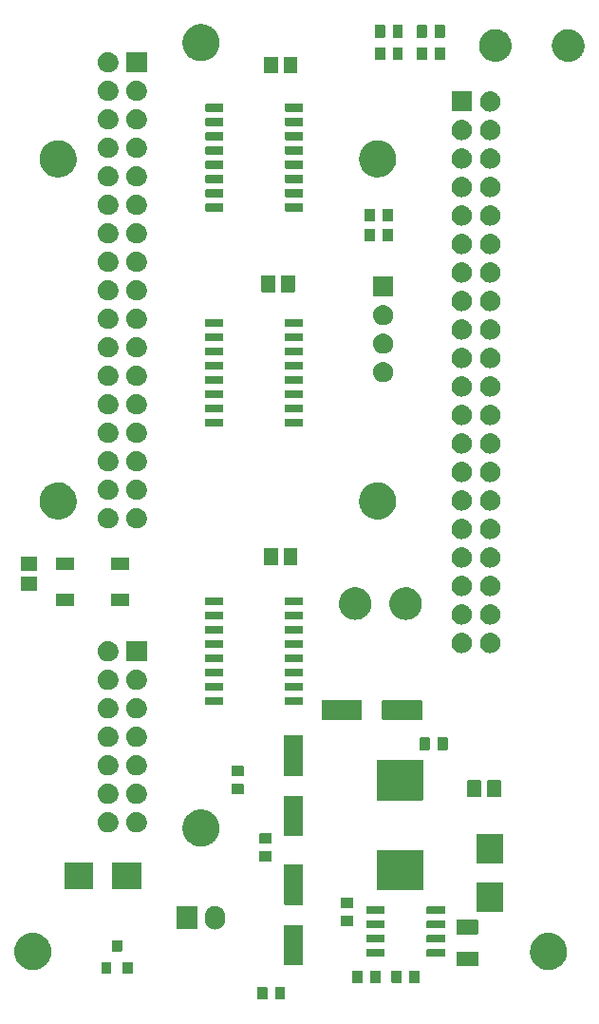
<source format=gts>
G04 #@! TF.GenerationSoftware,KiCad,Pcbnew,(5.99.0-490-gc7ce93e10)*
G04 #@! TF.CreationDate,2019-12-10T11:33:49+01:00*
G04 #@! TF.ProjectId,LichtDom,4c696368-7444-46f6-9d2e-6b696361645f,0.1*
G04 #@! TF.SameCoordinates,Original*
G04 #@! TF.FileFunction,Soldermask,Top*
G04 #@! TF.FilePolarity,Negative*
%FSLAX46Y46*%
G04 Gerber Fmt 4.6, Leading zero omitted, Abs format (unit mm)*
G04 Created by KiCad (PCBNEW (5.99.0-490-gc7ce93e10)) date 2019-12-10 11:33:49*
%MOMM*%
%LPD*%
G04 APERTURE LIST*
G04 APERTURE END LIST*
G36*
X205209997Y-162948001D02*
G01*
X205210000Y-162948001D01*
X205229899Y-162951959D01*
X205246769Y-162963231D01*
X205258041Y-162980101D01*
X205261999Y-163000000D01*
X205261999Y-163000003D01*
X205263468Y-163007388D01*
X205263468Y-163992612D01*
X205261999Y-163999997D01*
X205261999Y-164000000D01*
X205258041Y-164019899D01*
X205246769Y-164036769D01*
X205229899Y-164048041D01*
X205210000Y-164051999D01*
X205209997Y-164051999D01*
X205202612Y-164053468D01*
X204397388Y-164053468D01*
X204390003Y-164051999D01*
X204390000Y-164051999D01*
X204370101Y-164048041D01*
X204353231Y-164036769D01*
X204341959Y-164019899D01*
X204338001Y-164000000D01*
X204338001Y-163999997D01*
X204336532Y-163992612D01*
X204336532Y-163007388D01*
X204338001Y-163000003D01*
X204338001Y-163000000D01*
X204341959Y-162980101D01*
X204353231Y-162963231D01*
X204370101Y-162951959D01*
X204390000Y-162948001D01*
X204390003Y-162948001D01*
X204397388Y-162946532D01*
X205202612Y-162946532D01*
X205209997Y-162948001D01*
G37*
G36*
X203609997Y-162948001D02*
G01*
X203610000Y-162948001D01*
X203629899Y-162951959D01*
X203646769Y-162963231D01*
X203658041Y-162980101D01*
X203661999Y-163000000D01*
X203661999Y-163000003D01*
X203663468Y-163007388D01*
X203663468Y-163992612D01*
X203661999Y-163999997D01*
X203661999Y-164000000D01*
X203658041Y-164019899D01*
X203646769Y-164036769D01*
X203629899Y-164048041D01*
X203610000Y-164051999D01*
X203609997Y-164051999D01*
X203602612Y-164053468D01*
X202797388Y-164053468D01*
X202790003Y-164051999D01*
X202790000Y-164051999D01*
X202770101Y-164048041D01*
X202753231Y-164036769D01*
X202741959Y-164019899D01*
X202738001Y-164000000D01*
X202738001Y-163999997D01*
X202736532Y-163992612D01*
X202736532Y-163007388D01*
X202738001Y-163000003D01*
X202738001Y-163000000D01*
X202741959Y-162980101D01*
X202753231Y-162963231D01*
X202770101Y-162951959D01*
X202790000Y-162948001D01*
X202790003Y-162948001D01*
X202797388Y-162946532D01*
X203602612Y-162946532D01*
X203609997Y-162948001D01*
G37*
G36*
X215609997Y-161448001D02*
G01*
X215610000Y-161448001D01*
X215629899Y-161451959D01*
X215646769Y-161463231D01*
X215658041Y-161480101D01*
X215661999Y-161500000D01*
X215661999Y-161500003D01*
X215663468Y-161507388D01*
X215663468Y-162492612D01*
X215661999Y-162499997D01*
X215661999Y-162500000D01*
X215658041Y-162519899D01*
X215646769Y-162536769D01*
X215629899Y-162548041D01*
X215610000Y-162551999D01*
X215609997Y-162551999D01*
X215602612Y-162553468D01*
X214797388Y-162553468D01*
X214790003Y-162551999D01*
X214790000Y-162551999D01*
X214770101Y-162548041D01*
X214753231Y-162536769D01*
X214741959Y-162519899D01*
X214738001Y-162500000D01*
X214738001Y-162499997D01*
X214736532Y-162492612D01*
X214736532Y-161507388D01*
X214738001Y-161500003D01*
X214738001Y-161500000D01*
X214741959Y-161480101D01*
X214753231Y-161463231D01*
X214770101Y-161451959D01*
X214790000Y-161448001D01*
X214790003Y-161448001D01*
X214797388Y-161446532D01*
X215602612Y-161446532D01*
X215609997Y-161448001D01*
G37*
G36*
X217209997Y-161448001D02*
G01*
X217210000Y-161448001D01*
X217229899Y-161451959D01*
X217246769Y-161463231D01*
X217258041Y-161480101D01*
X217261999Y-161500000D01*
X217261999Y-161500003D01*
X217263468Y-161507388D01*
X217263468Y-162492612D01*
X217261999Y-162499997D01*
X217261999Y-162500000D01*
X217258041Y-162519899D01*
X217246769Y-162536769D01*
X217229899Y-162548041D01*
X217210000Y-162551999D01*
X217209997Y-162551999D01*
X217202612Y-162553468D01*
X216397388Y-162553468D01*
X216390003Y-162551999D01*
X216390000Y-162551999D01*
X216370101Y-162548041D01*
X216353231Y-162536769D01*
X216341959Y-162519899D01*
X216338001Y-162500000D01*
X216338001Y-162499997D01*
X216336532Y-162492612D01*
X216336532Y-161507388D01*
X216338001Y-161500003D01*
X216338001Y-161500000D01*
X216341959Y-161480101D01*
X216353231Y-161463231D01*
X216370101Y-161451959D01*
X216390000Y-161448001D01*
X216390003Y-161448001D01*
X216397388Y-161446532D01*
X217202612Y-161446532D01*
X217209997Y-161448001D01*
G37*
G36*
X213709997Y-161448001D02*
G01*
X213710000Y-161448001D01*
X213729899Y-161451959D01*
X213746769Y-161463231D01*
X213758041Y-161480101D01*
X213761999Y-161500000D01*
X213761999Y-161500003D01*
X213763468Y-161507388D01*
X213763468Y-162492612D01*
X213761999Y-162499997D01*
X213761999Y-162500000D01*
X213758041Y-162519899D01*
X213746769Y-162536769D01*
X213729899Y-162548041D01*
X213710000Y-162551999D01*
X213709997Y-162551999D01*
X213702612Y-162553468D01*
X212897388Y-162553468D01*
X212890003Y-162551999D01*
X212890000Y-162551999D01*
X212870101Y-162548041D01*
X212853231Y-162536769D01*
X212841959Y-162519899D01*
X212838001Y-162500000D01*
X212838001Y-162499997D01*
X212836532Y-162492612D01*
X212836532Y-161507388D01*
X212838001Y-161500003D01*
X212838001Y-161500000D01*
X212841959Y-161480101D01*
X212853231Y-161463231D01*
X212870101Y-161451959D01*
X212890000Y-161448001D01*
X212890003Y-161448001D01*
X212897388Y-161446532D01*
X213702612Y-161446532D01*
X213709997Y-161448001D01*
G37*
G36*
X212109997Y-161448001D02*
G01*
X212110000Y-161448001D01*
X212129899Y-161451959D01*
X212146769Y-161463231D01*
X212158041Y-161480101D01*
X212161999Y-161500000D01*
X212161999Y-161500003D01*
X212163468Y-161507388D01*
X212163468Y-162492612D01*
X212161999Y-162499997D01*
X212161999Y-162500000D01*
X212158041Y-162519899D01*
X212146769Y-162536769D01*
X212129899Y-162548041D01*
X212110000Y-162551999D01*
X212109997Y-162551999D01*
X212102612Y-162553468D01*
X211297388Y-162553468D01*
X211290003Y-162551999D01*
X211290000Y-162551999D01*
X211270101Y-162548041D01*
X211253231Y-162536769D01*
X211241959Y-162519899D01*
X211238001Y-162500000D01*
X211238001Y-162499997D01*
X211236532Y-162492612D01*
X211236532Y-161507388D01*
X211238001Y-161500003D01*
X211238001Y-161500000D01*
X211241959Y-161480101D01*
X211253231Y-161463231D01*
X211270101Y-161451959D01*
X211290000Y-161448001D01*
X211290003Y-161448001D01*
X211297388Y-161446532D01*
X212102612Y-161446532D01*
X212109997Y-161448001D01*
G37*
G36*
X191599997Y-160748001D02*
G01*
X191600000Y-160748001D01*
X191619899Y-160751959D01*
X191636769Y-160763231D01*
X191648041Y-160780101D01*
X191651999Y-160800000D01*
X191651999Y-160800003D01*
X191653468Y-160807388D01*
X191653468Y-161692612D01*
X191651999Y-161699997D01*
X191651999Y-161700000D01*
X191648041Y-161719899D01*
X191636769Y-161736769D01*
X191619899Y-161748041D01*
X191600000Y-161751999D01*
X191599997Y-161751999D01*
X191592612Y-161753468D01*
X190807388Y-161753468D01*
X190800003Y-161751999D01*
X190800000Y-161751999D01*
X190780101Y-161748041D01*
X190763231Y-161736769D01*
X190751959Y-161719899D01*
X190748001Y-161700000D01*
X190748001Y-161699997D01*
X190746532Y-161692612D01*
X190746532Y-160807388D01*
X190748001Y-160800003D01*
X190748001Y-160800000D01*
X190751959Y-160780101D01*
X190763231Y-160763231D01*
X190780101Y-160751959D01*
X190800000Y-160748001D01*
X190800003Y-160748001D01*
X190807388Y-160746532D01*
X191592612Y-160746532D01*
X191599997Y-160748001D01*
G37*
G36*
X189699997Y-160748001D02*
G01*
X189700000Y-160748001D01*
X189719899Y-160751959D01*
X189736769Y-160763231D01*
X189748041Y-160780101D01*
X189751999Y-160800000D01*
X189751999Y-160800003D01*
X189753468Y-160807388D01*
X189753468Y-161692612D01*
X189751999Y-161699997D01*
X189751999Y-161700000D01*
X189748041Y-161719899D01*
X189736769Y-161736769D01*
X189719899Y-161748041D01*
X189700000Y-161751999D01*
X189699997Y-161751999D01*
X189692612Y-161753468D01*
X188907388Y-161753468D01*
X188900003Y-161751999D01*
X188900000Y-161751999D01*
X188880101Y-161748041D01*
X188863231Y-161736769D01*
X188851959Y-161719899D01*
X188848001Y-161700000D01*
X188848001Y-161699997D01*
X188846532Y-161692612D01*
X188846532Y-160807388D01*
X188848001Y-160800003D01*
X188848001Y-160800000D01*
X188851959Y-160780101D01*
X188863231Y-160763231D01*
X188880101Y-160751959D01*
X188900000Y-160748001D01*
X188900003Y-160748001D01*
X188907388Y-160746532D01*
X189692612Y-160746532D01*
X189699997Y-160748001D01*
G37*
G36*
X228795671Y-158099000D02*
G01*
X228879937Y-158099000D01*
X228922655Y-158105766D01*
X228963272Y-158107930D01*
X229049318Y-158125827D01*
X229136610Y-158139653D01*
X229173650Y-158151688D01*
X229209194Y-158159081D01*
X229295828Y-158191386D01*
X229383764Y-158219958D01*
X229414637Y-158235689D01*
X229444553Y-158246844D01*
X229529339Y-158294132D01*
X229615312Y-158337938D01*
X229639866Y-158355778D01*
X229663930Y-158369199D01*
X229744323Y-158431670D01*
X229825554Y-158490688D01*
X229843966Y-158509100D01*
X229862281Y-158523332D01*
X229935674Y-158600808D01*
X230009312Y-158674446D01*
X230022084Y-158692025D01*
X230035023Y-158705684D01*
X230098756Y-158797554D01*
X230162062Y-158884688D01*
X230169973Y-158900214D01*
X230178204Y-158912079D01*
X230229785Y-159017601D01*
X230280042Y-159116236D01*
X230284092Y-159128700D01*
X230288515Y-159137749D01*
X230325596Y-159256438D01*
X230360347Y-159363390D01*
X230361721Y-159372065D01*
X230363423Y-159377513D01*
X230383815Y-159511563D01*
X230401000Y-159620063D01*
X230401000Y-159624528D01*
X230401037Y-159624771D01*
X230401000Y-159626018D01*
X230401000Y-159879937D01*
X230391726Y-159938490D01*
X230390704Y-159972929D01*
X230373527Y-160053397D01*
X230360347Y-160136610D01*
X230346984Y-160177738D01*
X230338492Y-160217518D01*
X230307355Y-160299702D01*
X230280042Y-160383764D01*
X230262358Y-160418471D01*
X230249498Y-160452414D01*
X230204044Y-160532918D01*
X230162062Y-160615312D01*
X230141695Y-160643344D01*
X230125998Y-160671146D01*
X230066026Y-160747494D01*
X230009312Y-160825554D01*
X229987853Y-160847013D01*
X229970831Y-160868683D01*
X229896561Y-160938305D01*
X229825554Y-161009312D01*
X229804481Y-161024622D01*
X229787568Y-161040477D01*
X229699600Y-161100823D01*
X229615312Y-161162062D01*
X229595947Y-161171929D01*
X229580434Y-161182571D01*
X229479742Y-161231138D01*
X229383764Y-161280042D01*
X229367187Y-161285428D01*
X229354184Y-161291700D01*
X229241911Y-161326133D01*
X229136610Y-161360347D01*
X229123665Y-161362397D01*
X229114034Y-161365351D01*
X228991008Y-161383408D01*
X228879937Y-161401000D01*
X228871151Y-161401000D01*
X228865510Y-161401828D01*
X228729924Y-161401000D01*
X228620063Y-161401000D01*
X228615657Y-161400302D01*
X228614316Y-161400294D01*
X228386230Y-161363965D01*
X228363390Y-161360347D01*
X228263242Y-161327807D01*
X228127020Y-161284202D01*
X228123218Y-161282311D01*
X228116236Y-161280042D01*
X228016136Y-161229038D01*
X227902129Y-161172321D01*
X227895077Y-161167355D01*
X227884688Y-161162062D01*
X227794531Y-161096559D01*
X227696741Y-161027703D01*
X227687374Y-161018705D01*
X227674446Y-161009312D01*
X227597555Y-160932421D01*
X227515595Y-160853687D01*
X227505038Y-160839904D01*
X227490688Y-160825554D01*
X227428746Y-160740298D01*
X227362855Y-160654272D01*
X227352405Y-160635224D01*
X227337938Y-160615312D01*
X227291759Y-160524680D01*
X227242034Y-160434044D01*
X227233089Y-160409536D01*
X227219958Y-160383764D01*
X227189728Y-160290724D01*
X227155913Y-160198072D01*
X227149916Y-160168198D01*
X227139653Y-160136610D01*
X227124979Y-160043959D01*
X227106480Y-159951801D01*
X227104869Y-159916993D01*
X227099000Y-159879937D01*
X227099000Y-159790177D01*
X227094867Y-159700874D01*
X227099000Y-159661878D01*
X227099000Y-159620063D01*
X227112396Y-159535486D01*
X227121341Y-159451084D01*
X227132442Y-159408921D01*
X227139653Y-159363390D01*
X227164827Y-159285911D01*
X227185293Y-159208177D01*
X227204387Y-159164159D01*
X227219958Y-159116236D01*
X227255046Y-159047372D01*
X227285258Y-158977723D01*
X227313128Y-158933381D01*
X227337938Y-158884688D01*
X227380880Y-158825584D01*
X227418923Y-158765055D01*
X227456060Y-158722108D01*
X227490688Y-158674446D01*
X227539359Y-158625775D01*
X227583222Y-158575049D01*
X227629774Y-158535360D01*
X227674446Y-158490688D01*
X227726701Y-158452723D01*
X227774370Y-158412081D01*
X227830140Y-158377570D01*
X227884688Y-158337938D01*
X227938455Y-158310542D01*
X227987974Y-158279899D01*
X228052386Y-158252491D01*
X228116236Y-158219958D01*
X228169570Y-158202629D01*
X228219108Y-158181550D01*
X228291225Y-158163101D01*
X228363390Y-158139653D01*
X228414562Y-158131548D01*
X228462459Y-158119295D01*
X228540956Y-158111529D01*
X228620063Y-158099000D01*
X228667604Y-158099000D01*
X228712434Y-158094565D01*
X228795671Y-158099000D01*
G37*
G36*
X182795671Y-158099000D02*
G01*
X182879937Y-158099000D01*
X182922655Y-158105766D01*
X182963272Y-158107930D01*
X183049318Y-158125827D01*
X183136610Y-158139653D01*
X183173650Y-158151688D01*
X183209194Y-158159081D01*
X183295828Y-158191386D01*
X183383764Y-158219958D01*
X183414637Y-158235689D01*
X183444553Y-158246844D01*
X183529339Y-158294132D01*
X183615312Y-158337938D01*
X183639866Y-158355778D01*
X183663930Y-158369199D01*
X183744323Y-158431670D01*
X183825554Y-158490688D01*
X183843966Y-158509100D01*
X183862281Y-158523332D01*
X183935674Y-158600808D01*
X184009312Y-158674446D01*
X184022084Y-158692025D01*
X184035023Y-158705684D01*
X184098756Y-158797554D01*
X184162062Y-158884688D01*
X184169973Y-158900214D01*
X184178204Y-158912079D01*
X184229785Y-159017601D01*
X184280042Y-159116236D01*
X184284092Y-159128700D01*
X184288515Y-159137749D01*
X184325596Y-159256438D01*
X184360347Y-159363390D01*
X184361721Y-159372065D01*
X184363423Y-159377513D01*
X184383815Y-159511563D01*
X184401000Y-159620063D01*
X184401000Y-159624528D01*
X184401037Y-159624771D01*
X184401000Y-159626018D01*
X184401000Y-159879937D01*
X184391726Y-159938490D01*
X184390704Y-159972929D01*
X184373527Y-160053397D01*
X184360347Y-160136610D01*
X184346984Y-160177738D01*
X184338492Y-160217518D01*
X184307355Y-160299702D01*
X184280042Y-160383764D01*
X184262358Y-160418471D01*
X184249498Y-160452414D01*
X184204044Y-160532918D01*
X184162062Y-160615312D01*
X184141695Y-160643344D01*
X184125998Y-160671146D01*
X184066026Y-160747494D01*
X184009312Y-160825554D01*
X183987853Y-160847013D01*
X183970831Y-160868683D01*
X183896561Y-160938305D01*
X183825554Y-161009312D01*
X183804481Y-161024622D01*
X183787568Y-161040477D01*
X183699600Y-161100823D01*
X183615312Y-161162062D01*
X183595947Y-161171929D01*
X183580434Y-161182571D01*
X183479742Y-161231138D01*
X183383764Y-161280042D01*
X183367187Y-161285428D01*
X183354184Y-161291700D01*
X183241911Y-161326133D01*
X183136610Y-161360347D01*
X183123665Y-161362397D01*
X183114034Y-161365351D01*
X182991008Y-161383408D01*
X182879937Y-161401000D01*
X182871151Y-161401000D01*
X182865510Y-161401828D01*
X182729924Y-161401000D01*
X182620063Y-161401000D01*
X182615657Y-161400302D01*
X182614316Y-161400294D01*
X182386230Y-161363965D01*
X182363390Y-161360347D01*
X182263242Y-161327807D01*
X182127020Y-161284202D01*
X182123218Y-161282311D01*
X182116236Y-161280042D01*
X182016136Y-161229038D01*
X181902129Y-161172321D01*
X181895077Y-161167355D01*
X181884688Y-161162062D01*
X181794531Y-161096559D01*
X181696741Y-161027703D01*
X181687374Y-161018705D01*
X181674446Y-161009312D01*
X181597555Y-160932421D01*
X181515595Y-160853687D01*
X181505038Y-160839904D01*
X181490688Y-160825554D01*
X181428746Y-160740298D01*
X181362855Y-160654272D01*
X181352405Y-160635224D01*
X181337938Y-160615312D01*
X181291759Y-160524680D01*
X181242034Y-160434044D01*
X181233089Y-160409536D01*
X181219958Y-160383764D01*
X181189728Y-160290724D01*
X181155913Y-160198072D01*
X181149916Y-160168198D01*
X181139653Y-160136610D01*
X181124979Y-160043959D01*
X181106480Y-159951801D01*
X181104869Y-159916993D01*
X181099000Y-159879937D01*
X181099000Y-159790177D01*
X181094867Y-159700874D01*
X181099000Y-159661878D01*
X181099000Y-159620063D01*
X181112396Y-159535486D01*
X181121341Y-159451084D01*
X181132442Y-159408921D01*
X181139653Y-159363390D01*
X181164827Y-159285911D01*
X181185293Y-159208177D01*
X181204387Y-159164159D01*
X181219958Y-159116236D01*
X181255046Y-159047372D01*
X181285258Y-158977723D01*
X181313128Y-158933381D01*
X181337938Y-158884688D01*
X181380880Y-158825584D01*
X181418923Y-158765055D01*
X181456060Y-158722108D01*
X181490688Y-158674446D01*
X181539359Y-158625775D01*
X181583222Y-158575049D01*
X181629774Y-158535360D01*
X181674446Y-158490688D01*
X181726701Y-158452723D01*
X181774370Y-158412081D01*
X181830140Y-158377570D01*
X181884688Y-158337938D01*
X181938455Y-158310542D01*
X181987974Y-158279899D01*
X182052386Y-158252491D01*
X182116236Y-158219958D01*
X182169570Y-158202629D01*
X182219108Y-158181550D01*
X182291225Y-158163101D01*
X182363390Y-158139653D01*
X182414562Y-158131548D01*
X182462459Y-158119295D01*
X182540956Y-158111529D01*
X182620063Y-158099000D01*
X182667604Y-158099000D01*
X182712434Y-158094565D01*
X182795671Y-158099000D01*
G37*
G36*
X222399997Y-159768001D02*
G01*
X222400000Y-159768001D01*
X222419899Y-159771959D01*
X222436769Y-159783231D01*
X222448041Y-159800101D01*
X222451999Y-159820000D01*
X222451999Y-159820003D01*
X222453468Y-159827388D01*
X222453468Y-161032612D01*
X222451999Y-161039997D01*
X222451999Y-161040000D01*
X222448041Y-161059899D01*
X222436769Y-161076769D01*
X222419899Y-161088041D01*
X222400000Y-161091999D01*
X222399997Y-161091999D01*
X222392612Y-161093468D01*
X220607388Y-161093468D01*
X220600003Y-161091999D01*
X220600000Y-161091999D01*
X220580101Y-161088041D01*
X220563231Y-161076769D01*
X220551959Y-161059899D01*
X220548001Y-161040000D01*
X220548001Y-161039997D01*
X220546532Y-161032612D01*
X220546532Y-159827388D01*
X220548001Y-159820003D01*
X220548001Y-159820000D01*
X220551959Y-159800101D01*
X220563231Y-159783231D01*
X220580101Y-159771959D01*
X220600000Y-159768001D01*
X220600003Y-159768001D01*
X220607388Y-159766532D01*
X222392612Y-159766532D01*
X222399997Y-159768001D01*
G37*
G36*
X206799997Y-157398001D02*
G01*
X206800000Y-157398001D01*
X206819899Y-157401959D01*
X206836769Y-157413231D01*
X206848041Y-157430101D01*
X206851999Y-157450000D01*
X206851999Y-157450003D01*
X206853468Y-157457388D01*
X206853468Y-160942612D01*
X206851999Y-160949997D01*
X206851999Y-160950000D01*
X206848041Y-160969899D01*
X206836769Y-160986769D01*
X206819899Y-160998041D01*
X206800000Y-161001999D01*
X206799997Y-161001999D01*
X206792612Y-161003468D01*
X205207388Y-161003468D01*
X205200003Y-161001999D01*
X205200000Y-161001999D01*
X205180101Y-160998041D01*
X205163231Y-160986769D01*
X205151959Y-160969899D01*
X205148001Y-160950000D01*
X205148001Y-160949997D01*
X205146532Y-160942612D01*
X205146532Y-157457388D01*
X205148001Y-157450003D01*
X205148001Y-157450000D01*
X205151959Y-157430101D01*
X205163231Y-157413231D01*
X205180101Y-157401959D01*
X205200000Y-157398001D01*
X205200003Y-157398001D01*
X205207388Y-157396532D01*
X206792612Y-157396532D01*
X206799997Y-157398001D01*
G37*
G36*
X214074997Y-159553001D02*
G01*
X214075000Y-159553001D01*
X214094899Y-159556959D01*
X214111769Y-159568231D01*
X214123041Y-159585101D01*
X214126999Y-159605000D01*
X214126999Y-159605003D01*
X214128468Y-159612388D01*
X214128468Y-160197612D01*
X214126999Y-160204997D01*
X214126999Y-160205000D01*
X214123041Y-160224899D01*
X214111769Y-160241769D01*
X214094899Y-160253041D01*
X214075000Y-160256999D01*
X214074997Y-160256999D01*
X214067612Y-160258468D01*
X212532388Y-160258468D01*
X212525003Y-160256999D01*
X212525000Y-160256999D01*
X212505101Y-160253041D01*
X212488231Y-160241769D01*
X212476959Y-160224899D01*
X212473001Y-160205000D01*
X212473001Y-160204997D01*
X212471532Y-160197612D01*
X212471532Y-159612388D01*
X212473001Y-159605003D01*
X212473001Y-159605000D01*
X212476959Y-159585101D01*
X212488231Y-159568231D01*
X212505101Y-159556959D01*
X212525000Y-159553001D01*
X212525003Y-159553001D01*
X212532388Y-159551532D01*
X214067612Y-159551532D01*
X214074997Y-159553001D01*
G37*
G36*
X219474997Y-159553001D02*
G01*
X219475000Y-159553001D01*
X219494899Y-159556959D01*
X219511769Y-159568231D01*
X219523041Y-159585101D01*
X219526999Y-159605000D01*
X219526999Y-159605003D01*
X219528468Y-159612388D01*
X219528468Y-160197612D01*
X219526999Y-160204997D01*
X219526999Y-160205000D01*
X219523041Y-160224899D01*
X219511769Y-160241769D01*
X219494899Y-160253041D01*
X219475000Y-160256999D01*
X219474997Y-160256999D01*
X219467612Y-160258468D01*
X217932388Y-160258468D01*
X217925003Y-160256999D01*
X217925000Y-160256999D01*
X217905101Y-160253041D01*
X217888231Y-160241769D01*
X217876959Y-160224899D01*
X217873001Y-160205000D01*
X217873001Y-160204997D01*
X217871532Y-160197612D01*
X217871532Y-159612388D01*
X217873001Y-159605003D01*
X217873001Y-159605000D01*
X217876959Y-159585101D01*
X217888231Y-159568231D01*
X217905101Y-159556959D01*
X217925000Y-159553001D01*
X217925003Y-159553001D01*
X217932388Y-159551532D01*
X219467612Y-159551532D01*
X219474997Y-159553001D01*
G37*
G36*
X190649997Y-158748001D02*
G01*
X190650000Y-158748001D01*
X190669899Y-158751959D01*
X190686769Y-158763231D01*
X190698041Y-158780101D01*
X190701999Y-158800000D01*
X190701999Y-158800003D01*
X190703468Y-158807388D01*
X190703468Y-159692612D01*
X190701999Y-159699997D01*
X190701999Y-159700000D01*
X190698041Y-159719899D01*
X190686769Y-159736769D01*
X190669899Y-159748041D01*
X190650000Y-159751999D01*
X190649997Y-159751999D01*
X190642612Y-159753468D01*
X189857388Y-159753468D01*
X189850003Y-159751999D01*
X189850000Y-159751999D01*
X189830101Y-159748041D01*
X189813231Y-159736769D01*
X189801959Y-159719899D01*
X189798001Y-159700000D01*
X189798001Y-159699997D01*
X189796532Y-159692612D01*
X189796532Y-158807388D01*
X189798001Y-158800003D01*
X189798001Y-158800000D01*
X189801959Y-158780101D01*
X189813231Y-158763231D01*
X189830101Y-158751959D01*
X189850000Y-158748001D01*
X189850003Y-158748001D01*
X189857388Y-158746532D01*
X190642612Y-158746532D01*
X190649997Y-158748001D01*
G37*
G36*
X214074997Y-158283001D02*
G01*
X214075000Y-158283001D01*
X214094899Y-158286959D01*
X214111769Y-158298231D01*
X214123041Y-158315101D01*
X214126999Y-158335000D01*
X214126999Y-158335003D01*
X214128468Y-158342388D01*
X214128468Y-158927612D01*
X214126999Y-158934997D01*
X214126999Y-158935000D01*
X214123041Y-158954899D01*
X214111769Y-158971769D01*
X214094899Y-158983041D01*
X214075000Y-158986999D01*
X214074997Y-158986999D01*
X214067612Y-158988468D01*
X212532388Y-158988468D01*
X212525003Y-158986999D01*
X212525000Y-158986999D01*
X212505101Y-158983041D01*
X212488231Y-158971769D01*
X212476959Y-158954899D01*
X212473001Y-158935000D01*
X212473001Y-158934997D01*
X212471532Y-158927612D01*
X212471532Y-158342388D01*
X212473001Y-158335003D01*
X212473001Y-158335000D01*
X212476959Y-158315101D01*
X212488231Y-158298231D01*
X212505101Y-158286959D01*
X212525000Y-158283001D01*
X212525003Y-158283001D01*
X212532388Y-158281532D01*
X214067612Y-158281532D01*
X214074997Y-158283001D01*
G37*
G36*
X219474997Y-158283001D02*
G01*
X219475000Y-158283001D01*
X219494899Y-158286959D01*
X219511769Y-158298231D01*
X219523041Y-158315101D01*
X219526999Y-158335000D01*
X219526999Y-158335003D01*
X219528468Y-158342388D01*
X219528468Y-158927612D01*
X219526999Y-158934997D01*
X219526999Y-158935000D01*
X219523041Y-158954899D01*
X219511769Y-158971769D01*
X219494899Y-158983041D01*
X219475000Y-158986999D01*
X219474997Y-158986999D01*
X219467612Y-158988468D01*
X217932388Y-158988468D01*
X217925003Y-158986999D01*
X217925000Y-158986999D01*
X217905101Y-158983041D01*
X217888231Y-158971769D01*
X217876959Y-158954899D01*
X217873001Y-158935000D01*
X217873001Y-158934997D01*
X217871532Y-158927612D01*
X217871532Y-158342388D01*
X217873001Y-158335003D01*
X217873001Y-158335000D01*
X217876959Y-158315101D01*
X217888231Y-158298231D01*
X217905101Y-158286959D01*
X217925000Y-158283001D01*
X217925003Y-158283001D01*
X217932388Y-158281532D01*
X219467612Y-158281532D01*
X219474997Y-158283001D01*
G37*
G36*
X222399997Y-156908001D02*
G01*
X222400000Y-156908001D01*
X222419899Y-156911959D01*
X222436769Y-156923231D01*
X222448041Y-156940101D01*
X222451999Y-156960000D01*
X222451999Y-156960003D01*
X222453468Y-156967388D01*
X222453468Y-158172612D01*
X222451999Y-158179997D01*
X222451999Y-158180000D01*
X222448041Y-158199899D01*
X222436769Y-158216769D01*
X222419899Y-158228041D01*
X222400000Y-158231999D01*
X222399997Y-158231999D01*
X222392612Y-158233468D01*
X220607388Y-158233468D01*
X220600003Y-158231999D01*
X220600000Y-158231999D01*
X220580101Y-158228041D01*
X220563231Y-158216769D01*
X220551959Y-158199899D01*
X220548001Y-158180000D01*
X220548001Y-158179997D01*
X220546532Y-158172612D01*
X220546532Y-156967388D01*
X220548001Y-156960003D01*
X220548001Y-156960000D01*
X220551959Y-156940101D01*
X220563231Y-156923231D01*
X220580101Y-156911959D01*
X220600000Y-156908001D01*
X220600003Y-156908001D01*
X220607388Y-156906532D01*
X222392612Y-156906532D01*
X222399997Y-156908001D01*
G37*
G36*
X199023828Y-155699001D02*
G01*
X199094698Y-155699001D01*
X199117888Y-155703930D01*
X199138550Y-155705013D01*
X199207593Y-155722998D01*
X199279957Y-155738379D01*
X199298730Y-155746737D01*
X199315682Y-155751153D01*
X199382554Y-155784058D01*
X199452980Y-155815414D01*
X199467047Y-155825634D01*
X199479919Y-155831968D01*
X199541351Y-155879619D01*
X199606207Y-155926739D01*
X199615720Y-155937304D01*
X199624552Y-155944155D01*
X199677270Y-156005663D01*
X199732939Y-156067489D01*
X199738464Y-156077059D01*
X199743671Y-156083134D01*
X199784556Y-156156893D01*
X199827637Y-156231512D01*
X199830072Y-156239007D01*
X199832412Y-156243228D01*
X199858705Y-156327129D01*
X199886165Y-156411640D01*
X199886657Y-156416322D01*
X199887150Y-156417895D01*
X199896582Y-156510753D01*
X199901000Y-156552789D01*
X199901000Y-156947210D01*
X199886165Y-157088359D01*
X199866713Y-157148227D01*
X199862465Y-157175665D01*
X199843731Y-157218956D01*
X199827637Y-157268488D01*
X199806314Y-157305421D01*
X199790559Y-157341828D01*
X199760554Y-157384680D01*
X199732939Y-157432511D01*
X199706510Y-157461863D01*
X199685568Y-157491772D01*
X199645258Y-157529891D01*
X199606207Y-157573261D01*
X199576802Y-157594625D01*
X199552576Y-157617534D01*
X199502741Y-157648433D01*
X199452981Y-157684586D01*
X199422662Y-157698085D01*
X199397010Y-157713990D01*
X199339002Y-157735333D01*
X199279958Y-157761621D01*
X199250583Y-157767865D01*
X199225227Y-157777194D01*
X199160982Y-157786910D01*
X199094699Y-157800999D01*
X199067824Y-157800999D01*
X199044238Y-157804566D01*
X198976172Y-157800999D01*
X198905302Y-157800999D01*
X198882112Y-157796070D01*
X198861450Y-157794987D01*
X198792407Y-157777002D01*
X198720043Y-157761621D01*
X198701270Y-157753263D01*
X198684318Y-157748847D01*
X198617446Y-157715942D01*
X198547020Y-157684586D01*
X198532953Y-157674366D01*
X198520081Y-157668032D01*
X198458647Y-157620380D01*
X198393794Y-157573261D01*
X198384281Y-157562695D01*
X198375449Y-157555845D01*
X198322733Y-157494340D01*
X198267061Y-157432511D01*
X198261536Y-157422941D01*
X198256329Y-157416866D01*
X198215444Y-157343107D01*
X198172363Y-157268488D01*
X198169928Y-157260993D01*
X198167588Y-157256772D01*
X198141295Y-157172871D01*
X198113835Y-157088360D01*
X198113343Y-157083678D01*
X198112850Y-157082105D01*
X198103418Y-156989247D01*
X198099000Y-156947211D01*
X198099000Y-156552790D01*
X198113835Y-156411641D01*
X198133288Y-156351773D01*
X198137535Y-156324336D01*
X198156269Y-156281045D01*
X198172363Y-156231513D01*
X198193686Y-156194581D01*
X198209442Y-156158170D01*
X198239449Y-156115315D01*
X198267061Y-156067489D01*
X198293487Y-156038140D01*
X198314430Y-156008230D01*
X198354742Y-155970110D01*
X198393793Y-155926739D01*
X198423198Y-155905375D01*
X198447424Y-155882466D01*
X198497259Y-155851567D01*
X198547019Y-155815414D01*
X198577338Y-155801915D01*
X198602990Y-155786010D01*
X198660998Y-155764667D01*
X198720042Y-155738379D01*
X198749417Y-155732135D01*
X198774773Y-155722806D01*
X198839018Y-155713090D01*
X198905301Y-155699001D01*
X198932176Y-155699001D01*
X198955762Y-155695434D01*
X199023828Y-155699001D01*
G37*
G36*
X197349997Y-155698001D02*
G01*
X197350000Y-155698001D01*
X197369899Y-155701959D01*
X197386769Y-155713231D01*
X197398041Y-155730101D01*
X197401999Y-155750000D01*
X197401999Y-155750003D01*
X197403468Y-155757388D01*
X197403468Y-157742612D01*
X197401999Y-157749997D01*
X197401999Y-157750000D01*
X197398041Y-157769899D01*
X197386769Y-157786769D01*
X197369899Y-157798041D01*
X197350000Y-157801999D01*
X197349997Y-157801999D01*
X197342612Y-157803468D01*
X195657388Y-157803468D01*
X195650003Y-157801999D01*
X195650000Y-157801999D01*
X195630101Y-157798041D01*
X195613231Y-157786769D01*
X195601959Y-157769899D01*
X195598001Y-157750000D01*
X195598001Y-157749997D01*
X195596532Y-157742612D01*
X195596532Y-155757388D01*
X195598001Y-155750003D01*
X195598001Y-155750000D01*
X195601959Y-155730101D01*
X195613231Y-155713231D01*
X195630101Y-155701959D01*
X195650000Y-155698001D01*
X195650003Y-155698001D01*
X195657388Y-155696532D01*
X197342612Y-155696532D01*
X197349997Y-155698001D01*
G37*
G36*
X214074997Y-157013001D02*
G01*
X214075000Y-157013001D01*
X214094899Y-157016959D01*
X214111769Y-157028231D01*
X214123041Y-157045101D01*
X214126999Y-157065000D01*
X214126999Y-157065003D01*
X214128468Y-157072388D01*
X214128468Y-157657612D01*
X214126999Y-157664997D01*
X214126999Y-157665000D01*
X214123041Y-157684899D01*
X214111769Y-157701769D01*
X214094899Y-157713041D01*
X214075000Y-157716999D01*
X214074997Y-157716999D01*
X214067612Y-157718468D01*
X212532388Y-157718468D01*
X212525003Y-157716999D01*
X212525000Y-157716999D01*
X212505101Y-157713041D01*
X212488231Y-157701769D01*
X212476959Y-157684899D01*
X212473001Y-157665000D01*
X212473001Y-157664997D01*
X212471532Y-157657612D01*
X212471532Y-157072388D01*
X212473001Y-157065003D01*
X212473001Y-157065000D01*
X212476959Y-157045101D01*
X212488231Y-157028231D01*
X212505101Y-157016959D01*
X212525000Y-157013001D01*
X212525003Y-157013001D01*
X212532388Y-157011532D01*
X214067612Y-157011532D01*
X214074997Y-157013001D01*
G37*
G36*
X219474997Y-157013001D02*
G01*
X219475000Y-157013001D01*
X219494899Y-157016959D01*
X219511769Y-157028231D01*
X219523041Y-157045101D01*
X219526999Y-157065000D01*
X219526999Y-157065003D01*
X219528468Y-157072388D01*
X219528468Y-157657612D01*
X219526999Y-157664997D01*
X219526999Y-157665000D01*
X219523041Y-157684899D01*
X219511769Y-157701769D01*
X219494899Y-157713041D01*
X219475000Y-157716999D01*
X219474997Y-157716999D01*
X219467612Y-157718468D01*
X217932388Y-157718468D01*
X217925003Y-157716999D01*
X217925000Y-157716999D01*
X217905101Y-157713041D01*
X217888231Y-157701769D01*
X217876959Y-157684899D01*
X217873001Y-157665000D01*
X217873001Y-157664997D01*
X217871532Y-157657612D01*
X217871532Y-157072388D01*
X217873001Y-157065003D01*
X217873001Y-157065000D01*
X217876959Y-157045101D01*
X217888231Y-157028231D01*
X217905101Y-157016959D01*
X217925000Y-157013001D01*
X217925003Y-157013001D01*
X217932388Y-157011532D01*
X219467612Y-157011532D01*
X219474997Y-157013001D01*
G37*
G36*
X211249997Y-156588001D02*
G01*
X211250000Y-156588001D01*
X211269899Y-156591959D01*
X211286769Y-156603231D01*
X211298041Y-156620101D01*
X211301999Y-156640000D01*
X211301999Y-156640003D01*
X211303468Y-156647388D01*
X211303468Y-157452612D01*
X211301999Y-157459997D01*
X211301999Y-157460000D01*
X211298041Y-157479899D01*
X211286769Y-157496769D01*
X211269899Y-157508041D01*
X211250000Y-157511999D01*
X211249997Y-157511999D01*
X211242612Y-157513468D01*
X210257388Y-157513468D01*
X210250003Y-157511999D01*
X210250000Y-157511999D01*
X210230101Y-157508041D01*
X210213231Y-157496769D01*
X210201959Y-157479899D01*
X210198001Y-157460000D01*
X210198001Y-157459997D01*
X210196532Y-157452612D01*
X210196532Y-156647388D01*
X210198001Y-156640003D01*
X210198001Y-156640000D01*
X210201959Y-156620101D01*
X210213231Y-156603231D01*
X210230101Y-156591959D01*
X210250000Y-156588001D01*
X210250003Y-156588001D01*
X210257388Y-156586532D01*
X211242612Y-156586532D01*
X211249997Y-156588001D01*
G37*
G36*
X214074997Y-155743001D02*
G01*
X214075000Y-155743001D01*
X214094899Y-155746959D01*
X214111769Y-155758231D01*
X214123041Y-155775101D01*
X214126999Y-155795000D01*
X214126999Y-155795003D01*
X214128468Y-155802388D01*
X214128468Y-156387612D01*
X214126999Y-156394997D01*
X214126999Y-156395000D01*
X214123041Y-156414899D01*
X214111769Y-156431769D01*
X214094899Y-156443041D01*
X214075000Y-156446999D01*
X214074997Y-156446999D01*
X214067612Y-156448468D01*
X212532388Y-156448468D01*
X212525003Y-156446999D01*
X212525000Y-156446999D01*
X212505101Y-156443041D01*
X212488231Y-156431769D01*
X212476959Y-156414899D01*
X212473001Y-156395000D01*
X212473001Y-156394997D01*
X212471532Y-156387612D01*
X212471532Y-155802388D01*
X212473001Y-155795003D01*
X212473001Y-155795000D01*
X212476959Y-155775101D01*
X212488231Y-155758231D01*
X212505101Y-155746959D01*
X212525000Y-155743001D01*
X212525003Y-155743001D01*
X212532388Y-155741532D01*
X214067612Y-155741532D01*
X214074997Y-155743001D01*
G37*
G36*
X219474997Y-155743001D02*
G01*
X219475000Y-155743001D01*
X219494899Y-155746959D01*
X219511769Y-155758231D01*
X219523041Y-155775101D01*
X219526999Y-155795000D01*
X219526999Y-155795003D01*
X219528468Y-155802388D01*
X219528468Y-156387612D01*
X219526999Y-156394997D01*
X219526999Y-156395000D01*
X219523041Y-156414899D01*
X219511769Y-156431769D01*
X219494899Y-156443041D01*
X219475000Y-156446999D01*
X219474997Y-156446999D01*
X219467612Y-156448468D01*
X217932388Y-156448468D01*
X217925003Y-156446999D01*
X217925000Y-156446999D01*
X217905101Y-156443041D01*
X217888231Y-156431769D01*
X217876959Y-156414899D01*
X217873001Y-156395000D01*
X217873001Y-156394997D01*
X217871532Y-156387612D01*
X217871532Y-155802388D01*
X217873001Y-155795003D01*
X217873001Y-155795000D01*
X217876959Y-155775101D01*
X217888231Y-155758231D01*
X217905101Y-155746959D01*
X217925000Y-155743001D01*
X217925003Y-155743001D01*
X217932388Y-155741532D01*
X219467612Y-155741532D01*
X219474997Y-155743001D01*
G37*
G36*
X224649997Y-153598001D02*
G01*
X224650000Y-153598001D01*
X224669899Y-153601959D01*
X224686769Y-153613231D01*
X224698041Y-153630101D01*
X224701999Y-153650000D01*
X224701999Y-153650003D01*
X224703468Y-153657388D01*
X224703468Y-156142612D01*
X224701999Y-156149997D01*
X224701999Y-156150000D01*
X224698041Y-156169899D01*
X224686769Y-156186769D01*
X224669899Y-156198041D01*
X224650000Y-156201999D01*
X224649997Y-156201999D01*
X224642612Y-156203468D01*
X222357388Y-156203468D01*
X222350003Y-156201999D01*
X222350000Y-156201999D01*
X222330101Y-156198041D01*
X222313231Y-156186769D01*
X222301959Y-156169899D01*
X222298001Y-156150000D01*
X222298001Y-156149997D01*
X222296532Y-156142612D01*
X222296532Y-153657388D01*
X222298001Y-153650003D01*
X222298001Y-153650000D01*
X222301959Y-153630101D01*
X222313231Y-153613231D01*
X222330101Y-153601959D01*
X222350000Y-153598001D01*
X222350003Y-153598001D01*
X222357388Y-153596532D01*
X224642612Y-153596532D01*
X224649997Y-153598001D01*
G37*
G36*
X211249997Y-154988001D02*
G01*
X211250000Y-154988001D01*
X211269899Y-154991959D01*
X211286769Y-155003231D01*
X211298041Y-155020101D01*
X211301999Y-155040000D01*
X211301999Y-155040003D01*
X211303468Y-155047388D01*
X211303468Y-155852612D01*
X211301999Y-155859997D01*
X211301999Y-155860000D01*
X211298041Y-155879899D01*
X211286769Y-155896769D01*
X211269899Y-155908041D01*
X211250000Y-155911999D01*
X211249997Y-155911999D01*
X211242612Y-155913468D01*
X210257388Y-155913468D01*
X210250003Y-155911999D01*
X210250000Y-155911999D01*
X210230101Y-155908041D01*
X210213231Y-155896769D01*
X210201959Y-155879899D01*
X210198001Y-155860000D01*
X210198001Y-155859997D01*
X210196532Y-155852612D01*
X210196532Y-155047388D01*
X210198001Y-155040003D01*
X210198001Y-155040000D01*
X210201959Y-155020101D01*
X210213231Y-155003231D01*
X210230101Y-154991959D01*
X210250000Y-154988001D01*
X210250003Y-154988001D01*
X210257388Y-154986532D01*
X211242612Y-154986532D01*
X211249997Y-154988001D01*
G37*
G36*
X206799997Y-151998001D02*
G01*
X206800000Y-151998001D01*
X206819899Y-152001959D01*
X206836769Y-152013231D01*
X206848041Y-152030101D01*
X206851999Y-152050000D01*
X206851999Y-152050003D01*
X206853468Y-152057388D01*
X206853468Y-155542612D01*
X206851999Y-155549997D01*
X206851999Y-155550000D01*
X206848041Y-155569899D01*
X206836769Y-155586769D01*
X206819899Y-155598041D01*
X206800000Y-155601999D01*
X206799997Y-155601999D01*
X206792612Y-155603468D01*
X205207388Y-155603468D01*
X205200003Y-155601999D01*
X205200000Y-155601999D01*
X205180101Y-155598041D01*
X205163231Y-155586769D01*
X205151959Y-155569899D01*
X205148001Y-155550000D01*
X205148001Y-155549997D01*
X205146532Y-155542612D01*
X205146532Y-152057388D01*
X205148001Y-152050003D01*
X205148001Y-152050000D01*
X205151959Y-152030101D01*
X205163231Y-152013231D01*
X205180101Y-152001959D01*
X205200000Y-151998001D01*
X205200003Y-151998001D01*
X205207388Y-151996532D01*
X206792612Y-151996532D01*
X206799997Y-151998001D01*
G37*
G36*
X217499997Y-150698001D02*
G01*
X217500000Y-150698001D01*
X217519899Y-150701959D01*
X217536769Y-150713231D01*
X217548041Y-150730101D01*
X217551999Y-150750000D01*
X217551999Y-150750003D01*
X217553468Y-150757388D01*
X217553468Y-154242612D01*
X217551999Y-154249997D01*
X217551999Y-154250000D01*
X217548041Y-154269899D01*
X217536769Y-154286769D01*
X217519899Y-154298041D01*
X217500000Y-154301999D01*
X217499997Y-154301999D01*
X217492612Y-154303468D01*
X213507388Y-154303468D01*
X213500003Y-154301999D01*
X213500000Y-154301999D01*
X213480101Y-154298041D01*
X213463231Y-154286769D01*
X213451959Y-154269899D01*
X213448001Y-154250000D01*
X213448001Y-154249997D01*
X213446532Y-154242612D01*
X213446532Y-150757388D01*
X213448001Y-150750003D01*
X213448001Y-150750000D01*
X213451959Y-150730101D01*
X213463231Y-150713231D01*
X213480101Y-150701959D01*
X213500000Y-150698001D01*
X213500003Y-150698001D01*
X213507388Y-150696532D01*
X217492612Y-150696532D01*
X217499997Y-150698001D01*
G37*
G36*
X192399997Y-151798001D02*
G01*
X192400000Y-151798001D01*
X192419899Y-151801959D01*
X192436769Y-151813231D01*
X192448041Y-151830101D01*
X192451999Y-151850000D01*
X192451999Y-151850003D01*
X192453468Y-151857388D01*
X192453468Y-154142612D01*
X192451999Y-154149997D01*
X192451999Y-154150000D01*
X192448041Y-154169899D01*
X192436769Y-154186769D01*
X192419899Y-154198041D01*
X192400000Y-154201999D01*
X192399997Y-154201999D01*
X192392612Y-154203468D01*
X189907388Y-154203468D01*
X189900003Y-154201999D01*
X189900000Y-154201999D01*
X189880101Y-154198041D01*
X189863231Y-154186769D01*
X189851959Y-154169899D01*
X189848001Y-154150000D01*
X189848001Y-154149997D01*
X189846532Y-154142612D01*
X189846532Y-151857388D01*
X189848001Y-151850003D01*
X189848001Y-151850000D01*
X189851959Y-151830101D01*
X189863231Y-151813231D01*
X189880101Y-151801959D01*
X189900000Y-151798001D01*
X189900003Y-151798001D01*
X189907388Y-151796532D01*
X192392612Y-151796532D01*
X192399997Y-151798001D01*
G37*
G36*
X188099997Y-151798001D02*
G01*
X188100000Y-151798001D01*
X188119899Y-151801959D01*
X188136769Y-151813231D01*
X188148041Y-151830101D01*
X188151999Y-151850000D01*
X188151999Y-151850003D01*
X188153468Y-151857388D01*
X188153468Y-154142612D01*
X188151999Y-154149997D01*
X188151999Y-154150000D01*
X188148041Y-154169899D01*
X188136769Y-154186769D01*
X188119899Y-154198041D01*
X188100000Y-154201999D01*
X188099997Y-154201999D01*
X188092612Y-154203468D01*
X185607388Y-154203468D01*
X185600003Y-154201999D01*
X185600000Y-154201999D01*
X185580101Y-154198041D01*
X185563231Y-154186769D01*
X185551959Y-154169899D01*
X185548001Y-154150000D01*
X185548001Y-154149997D01*
X185546532Y-154142612D01*
X185546532Y-151857388D01*
X185548001Y-151850003D01*
X185548001Y-151850000D01*
X185551959Y-151830101D01*
X185563231Y-151813231D01*
X185580101Y-151801959D01*
X185600000Y-151798001D01*
X185600003Y-151798001D01*
X185607388Y-151796532D01*
X188092612Y-151796532D01*
X188099997Y-151798001D01*
G37*
G36*
X224649997Y-149298001D02*
G01*
X224650000Y-149298001D01*
X224669899Y-149301959D01*
X224686769Y-149313231D01*
X224698041Y-149330101D01*
X224701999Y-149350000D01*
X224701999Y-149350003D01*
X224703468Y-149357388D01*
X224703468Y-151842612D01*
X224701999Y-151849997D01*
X224701999Y-151850000D01*
X224698041Y-151869899D01*
X224686769Y-151886769D01*
X224669899Y-151898041D01*
X224650000Y-151901999D01*
X224649997Y-151901999D01*
X224642612Y-151903468D01*
X222357388Y-151903468D01*
X222350003Y-151901999D01*
X222350000Y-151901999D01*
X222330101Y-151898041D01*
X222313231Y-151886769D01*
X222301959Y-151869899D01*
X222298001Y-151850000D01*
X222298001Y-151849997D01*
X222296532Y-151842612D01*
X222296532Y-149357388D01*
X222298001Y-149350003D01*
X222298001Y-149350000D01*
X222301959Y-149330101D01*
X222313231Y-149313231D01*
X222330101Y-149301959D01*
X222350000Y-149298001D01*
X222350003Y-149298001D01*
X222357388Y-149296532D01*
X224642612Y-149296532D01*
X224649997Y-149298001D01*
G37*
G36*
X203999997Y-150838001D02*
G01*
X204000000Y-150838001D01*
X204019899Y-150841959D01*
X204036769Y-150853231D01*
X204048041Y-150870101D01*
X204051999Y-150890000D01*
X204051999Y-150890003D01*
X204053468Y-150897388D01*
X204053468Y-151702612D01*
X204051999Y-151709997D01*
X204051999Y-151710000D01*
X204048041Y-151729899D01*
X204036769Y-151746769D01*
X204019899Y-151758041D01*
X204000000Y-151761999D01*
X203999997Y-151761999D01*
X203992612Y-151763468D01*
X203007388Y-151763468D01*
X203000003Y-151761999D01*
X203000000Y-151761999D01*
X202980101Y-151758041D01*
X202963231Y-151746769D01*
X202951959Y-151729899D01*
X202948001Y-151710000D01*
X202948001Y-151709997D01*
X202946532Y-151702612D01*
X202946532Y-150897388D01*
X202948001Y-150890003D01*
X202948001Y-150890000D01*
X202951959Y-150870101D01*
X202963231Y-150853231D01*
X202980101Y-150841959D01*
X203000000Y-150838001D01*
X203000003Y-150838001D01*
X203007388Y-150836532D01*
X203992612Y-150836532D01*
X203999997Y-150838001D01*
G37*
G36*
X197795671Y-147099000D02*
G01*
X197879937Y-147099000D01*
X197922655Y-147105766D01*
X197963272Y-147107930D01*
X198049318Y-147125827D01*
X198136610Y-147139653D01*
X198173650Y-147151688D01*
X198209194Y-147159081D01*
X198295828Y-147191386D01*
X198383764Y-147219958D01*
X198414637Y-147235689D01*
X198444553Y-147246844D01*
X198529339Y-147294132D01*
X198615312Y-147337938D01*
X198639866Y-147355778D01*
X198663930Y-147369199D01*
X198744323Y-147431670D01*
X198825554Y-147490688D01*
X198843966Y-147509100D01*
X198862281Y-147523332D01*
X198935674Y-147600808D01*
X199009312Y-147674446D01*
X199022084Y-147692025D01*
X199035023Y-147705684D01*
X199098756Y-147797554D01*
X199162062Y-147884688D01*
X199169973Y-147900214D01*
X199178204Y-147912079D01*
X199229785Y-148017601D01*
X199280042Y-148116236D01*
X199284092Y-148128700D01*
X199288515Y-148137749D01*
X199325596Y-148256438D01*
X199360347Y-148363390D01*
X199361721Y-148372065D01*
X199363423Y-148377513D01*
X199383815Y-148511563D01*
X199401000Y-148620063D01*
X199401000Y-148624528D01*
X199401037Y-148624771D01*
X199401000Y-148626018D01*
X199401000Y-148879937D01*
X199391726Y-148938490D01*
X199390704Y-148972929D01*
X199373527Y-149053397D01*
X199360347Y-149136610D01*
X199346984Y-149177738D01*
X199338492Y-149217518D01*
X199307355Y-149299702D01*
X199280042Y-149383764D01*
X199262358Y-149418471D01*
X199249498Y-149452414D01*
X199204044Y-149532918D01*
X199162062Y-149615312D01*
X199141695Y-149643344D01*
X199125998Y-149671146D01*
X199066026Y-149747494D01*
X199009312Y-149825554D01*
X198987853Y-149847013D01*
X198970831Y-149868683D01*
X198896561Y-149938305D01*
X198825554Y-150009312D01*
X198804481Y-150024622D01*
X198787568Y-150040477D01*
X198699600Y-150100823D01*
X198615312Y-150162062D01*
X198595947Y-150171929D01*
X198580434Y-150182571D01*
X198479742Y-150231138D01*
X198383764Y-150280042D01*
X198367187Y-150285428D01*
X198354184Y-150291700D01*
X198241911Y-150326133D01*
X198136610Y-150360347D01*
X198123665Y-150362397D01*
X198114034Y-150365351D01*
X197991008Y-150383408D01*
X197879937Y-150401000D01*
X197871151Y-150401000D01*
X197865510Y-150401828D01*
X197729924Y-150401000D01*
X197620063Y-150401000D01*
X197615657Y-150400302D01*
X197614316Y-150400294D01*
X197386230Y-150363965D01*
X197363390Y-150360347D01*
X197263242Y-150327807D01*
X197127020Y-150284202D01*
X197123218Y-150282311D01*
X197116236Y-150280042D01*
X197016136Y-150229038D01*
X196902129Y-150172321D01*
X196895077Y-150167355D01*
X196884688Y-150162062D01*
X196794531Y-150096559D01*
X196696741Y-150027703D01*
X196687374Y-150018705D01*
X196674446Y-150009312D01*
X196597555Y-149932421D01*
X196515595Y-149853687D01*
X196505038Y-149839904D01*
X196490688Y-149825554D01*
X196428746Y-149740298D01*
X196362855Y-149654272D01*
X196352405Y-149635224D01*
X196337938Y-149615312D01*
X196291759Y-149524680D01*
X196242034Y-149434044D01*
X196233089Y-149409536D01*
X196219958Y-149383764D01*
X196189728Y-149290724D01*
X196155913Y-149198072D01*
X196149916Y-149168198D01*
X196139653Y-149136610D01*
X196124979Y-149043959D01*
X196106480Y-148951801D01*
X196104869Y-148916993D01*
X196099000Y-148879937D01*
X196099000Y-148790177D01*
X196094867Y-148700874D01*
X196099000Y-148661878D01*
X196099000Y-148620063D01*
X196112396Y-148535486D01*
X196121341Y-148451084D01*
X196132442Y-148408921D01*
X196139653Y-148363390D01*
X196164827Y-148285911D01*
X196185293Y-148208177D01*
X196204387Y-148164159D01*
X196219958Y-148116236D01*
X196255046Y-148047372D01*
X196285258Y-147977723D01*
X196313128Y-147933381D01*
X196337938Y-147884688D01*
X196380880Y-147825584D01*
X196418923Y-147765055D01*
X196456060Y-147722108D01*
X196490688Y-147674446D01*
X196539359Y-147625775D01*
X196583222Y-147575049D01*
X196629774Y-147535360D01*
X196674446Y-147490688D01*
X196726701Y-147452723D01*
X196774370Y-147412081D01*
X196830140Y-147377570D01*
X196884688Y-147337938D01*
X196938455Y-147310542D01*
X196987974Y-147279899D01*
X197052386Y-147252491D01*
X197116236Y-147219958D01*
X197169570Y-147202629D01*
X197219108Y-147181550D01*
X197291225Y-147163101D01*
X197363390Y-147139653D01*
X197414562Y-147131548D01*
X197462459Y-147119295D01*
X197540956Y-147111529D01*
X197620063Y-147099000D01*
X197667604Y-147099000D01*
X197712434Y-147094565D01*
X197795671Y-147099000D01*
G37*
G36*
X203999997Y-149238001D02*
G01*
X204000000Y-149238001D01*
X204019899Y-149241959D01*
X204036769Y-149253231D01*
X204048041Y-149270101D01*
X204051999Y-149290000D01*
X204051999Y-149290003D01*
X204053468Y-149297388D01*
X204053468Y-150102612D01*
X204051999Y-150109997D01*
X204051999Y-150110000D01*
X204048041Y-150129899D01*
X204036769Y-150146769D01*
X204019899Y-150158041D01*
X204000000Y-150161999D01*
X203999997Y-150161999D01*
X203992612Y-150163468D01*
X203007388Y-150163468D01*
X203000003Y-150161999D01*
X203000000Y-150161999D01*
X202980101Y-150158041D01*
X202963231Y-150146769D01*
X202951959Y-150129899D01*
X202948001Y-150110000D01*
X202948001Y-150109997D01*
X202946532Y-150102612D01*
X202946532Y-149297388D01*
X202948001Y-149290003D01*
X202948001Y-149290000D01*
X202951959Y-149270101D01*
X202963231Y-149253231D01*
X202980101Y-149241959D01*
X203000000Y-149238001D01*
X203000003Y-149238001D01*
X203007388Y-149236532D01*
X203992612Y-149236532D01*
X203999997Y-149238001D01*
G37*
G36*
X206799997Y-145898001D02*
G01*
X206800000Y-145898001D01*
X206819899Y-145901959D01*
X206836769Y-145913231D01*
X206848041Y-145930101D01*
X206851999Y-145950000D01*
X206851999Y-145950003D01*
X206853468Y-145957388D01*
X206853468Y-149442612D01*
X206851999Y-149449997D01*
X206851999Y-149450000D01*
X206848041Y-149469899D01*
X206836769Y-149486769D01*
X206819899Y-149498041D01*
X206800000Y-149501999D01*
X206799997Y-149501999D01*
X206792612Y-149503468D01*
X205207388Y-149503468D01*
X205200003Y-149501999D01*
X205200000Y-149501999D01*
X205180101Y-149498041D01*
X205163231Y-149486769D01*
X205151959Y-149469899D01*
X205148001Y-149450000D01*
X205148001Y-149449997D01*
X205146532Y-149442612D01*
X205146532Y-145957388D01*
X205148001Y-145950003D01*
X205148001Y-145950000D01*
X205151959Y-145930101D01*
X205163231Y-145913231D01*
X205180101Y-145901959D01*
X205200000Y-145898001D01*
X205200003Y-145898001D01*
X205207388Y-145896532D01*
X206792612Y-145896532D01*
X206799997Y-145898001D01*
G37*
G36*
X192025532Y-147323046D02*
G01*
X192048112Y-147321942D01*
X192118071Y-147332773D01*
X192191203Y-147340459D01*
X192212574Y-147347403D01*
X192231733Y-147350369D01*
X192301119Y-147376173D01*
X192374050Y-147399870D01*
X192390723Y-147409496D01*
X192405883Y-147415134D01*
X192471424Y-147456089D01*
X192540549Y-147495998D01*
X192552471Y-147506733D01*
X192563456Y-147513597D01*
X192621789Y-147569147D01*
X192683423Y-147624643D01*
X192690964Y-147635022D01*
X192698012Y-147641734D01*
X192745894Y-147710627D01*
X192796429Y-147780182D01*
X192800337Y-147788959D01*
X192804053Y-147794306D01*
X192838483Y-147874636D01*
X192874627Y-147955817D01*
X192875955Y-147962064D01*
X192877250Y-147965086D01*
X192895641Y-148054680D01*
X192914599Y-148143872D01*
X192914599Y-148336128D01*
X192913912Y-148339359D01*
X192913912Y-148339418D01*
X192875309Y-148521031D01*
X192875286Y-148521085D01*
X192874627Y-148524183D01*
X192837511Y-148607546D01*
X192800922Y-148691295D01*
X192799029Y-148693979D01*
X192796429Y-148699818D01*
X192744181Y-148771731D01*
X192693817Y-148843127D01*
X192689070Y-148847585D01*
X192683423Y-148855357D01*
X192619534Y-148912883D01*
X192558372Y-148970318D01*
X192550083Y-148975417D01*
X192540549Y-148984002D01*
X192468727Y-149025468D01*
X192400115Y-149067679D01*
X192387942Y-149072110D01*
X192374050Y-149080130D01*
X192298133Y-149104797D01*
X192225514Y-149131228D01*
X192209518Y-149133590D01*
X192191203Y-149139541D01*
X192114939Y-149147557D01*
X192041705Y-149158371D01*
X192022344Y-149157289D01*
X192000000Y-149159637D01*
X191926868Y-149151951D01*
X191856188Y-149147999D01*
X191834335Y-149142225D01*
X191808797Y-149139541D01*
X191741864Y-149117793D01*
X191676542Y-149100534D01*
X191653417Y-149089055D01*
X191625950Y-149080130D01*
X191567758Y-149046533D01*
X191510120Y-149017921D01*
X191487244Y-149000048D01*
X191459451Y-148984002D01*
X191411866Y-148941156D01*
X191363702Y-148903526D01*
X191342807Y-148878975D01*
X191316577Y-148855357D01*
X191280814Y-148806134D01*
X191243276Y-148762027D01*
X191226196Y-148730958D01*
X191203571Y-148699818D01*
X191180121Y-148647148D01*
X191153765Y-148599207D01*
X191142332Y-148562274D01*
X191125373Y-148524183D01*
X191114048Y-148470902D01*
X191098820Y-148421709D01*
X191094734Y-148380035D01*
X191085401Y-148336128D01*
X191085401Y-148284856D01*
X191080688Y-148236791D01*
X191085401Y-148191952D01*
X191085401Y-148143872D01*
X191095398Y-148096839D01*
X191100111Y-148052001D01*
X191114712Y-148005971D01*
X191125373Y-147955817D01*
X191143630Y-147914810D01*
X191156292Y-147874896D01*
X191181418Y-147829939D01*
X191203571Y-147780182D01*
X191228077Y-147746453D01*
X191246939Y-147712703D01*
X191282687Y-147671289D01*
X191316577Y-147624643D01*
X191345184Y-147598885D01*
X191368350Y-147572047D01*
X191414236Y-147536710D01*
X191459451Y-147495998D01*
X191490017Y-147478351D01*
X191515560Y-147458680D01*
X191570505Y-147431881D01*
X191625950Y-147399870D01*
X191656465Y-147389955D01*
X191682561Y-147377227D01*
X191744889Y-147361224D01*
X191808797Y-147340459D01*
X191837525Y-147337440D01*
X191862532Y-147331019D01*
X191930021Y-147327718D01*
X192000000Y-147320363D01*
X192025532Y-147323046D01*
G37*
G36*
X189485532Y-147323046D02*
G01*
X189508112Y-147321942D01*
X189578071Y-147332773D01*
X189651203Y-147340459D01*
X189672574Y-147347403D01*
X189691733Y-147350369D01*
X189761119Y-147376173D01*
X189834050Y-147399870D01*
X189850723Y-147409496D01*
X189865883Y-147415134D01*
X189931424Y-147456089D01*
X190000549Y-147495998D01*
X190012471Y-147506733D01*
X190023456Y-147513597D01*
X190081789Y-147569147D01*
X190143423Y-147624643D01*
X190150964Y-147635022D01*
X190158012Y-147641734D01*
X190205894Y-147710627D01*
X190256429Y-147780182D01*
X190260337Y-147788959D01*
X190264053Y-147794306D01*
X190298483Y-147874636D01*
X190334627Y-147955817D01*
X190335955Y-147962064D01*
X190337250Y-147965086D01*
X190355641Y-148054680D01*
X190374599Y-148143872D01*
X190374599Y-148336128D01*
X190373912Y-148339359D01*
X190373912Y-148339418D01*
X190335309Y-148521031D01*
X190335286Y-148521085D01*
X190334627Y-148524183D01*
X190297511Y-148607546D01*
X190260922Y-148691295D01*
X190259029Y-148693979D01*
X190256429Y-148699818D01*
X190204181Y-148771731D01*
X190153817Y-148843127D01*
X190149070Y-148847585D01*
X190143423Y-148855357D01*
X190079534Y-148912883D01*
X190018372Y-148970318D01*
X190010083Y-148975417D01*
X190000549Y-148984002D01*
X189928727Y-149025468D01*
X189860115Y-149067679D01*
X189847942Y-149072110D01*
X189834050Y-149080130D01*
X189758133Y-149104797D01*
X189685514Y-149131228D01*
X189669518Y-149133590D01*
X189651203Y-149139541D01*
X189574939Y-149147557D01*
X189501705Y-149158371D01*
X189482344Y-149157289D01*
X189460000Y-149159637D01*
X189386868Y-149151951D01*
X189316188Y-149147999D01*
X189294335Y-149142225D01*
X189268797Y-149139541D01*
X189201864Y-149117793D01*
X189136542Y-149100534D01*
X189113417Y-149089055D01*
X189085950Y-149080130D01*
X189027758Y-149046533D01*
X188970120Y-149017921D01*
X188947244Y-149000048D01*
X188919451Y-148984002D01*
X188871866Y-148941156D01*
X188823702Y-148903526D01*
X188802807Y-148878975D01*
X188776577Y-148855357D01*
X188740814Y-148806134D01*
X188703276Y-148762027D01*
X188686196Y-148730958D01*
X188663571Y-148699818D01*
X188640121Y-148647148D01*
X188613765Y-148599207D01*
X188602332Y-148562274D01*
X188585373Y-148524183D01*
X188574048Y-148470902D01*
X188558820Y-148421709D01*
X188554734Y-148380035D01*
X188545401Y-148336128D01*
X188545401Y-148284856D01*
X188540688Y-148236791D01*
X188545401Y-148191952D01*
X188545401Y-148143872D01*
X188555398Y-148096839D01*
X188560111Y-148052001D01*
X188574712Y-148005971D01*
X188585373Y-147955817D01*
X188603630Y-147914810D01*
X188616292Y-147874896D01*
X188641418Y-147829939D01*
X188663571Y-147780182D01*
X188688077Y-147746453D01*
X188706939Y-147712703D01*
X188742687Y-147671289D01*
X188776577Y-147624643D01*
X188805184Y-147598885D01*
X188828350Y-147572047D01*
X188874236Y-147536710D01*
X188919451Y-147495998D01*
X188950017Y-147478351D01*
X188975560Y-147458680D01*
X189030505Y-147431881D01*
X189085950Y-147399870D01*
X189116465Y-147389955D01*
X189142561Y-147377227D01*
X189204889Y-147361224D01*
X189268797Y-147340459D01*
X189297525Y-147337440D01*
X189322532Y-147331019D01*
X189390021Y-147327718D01*
X189460000Y-147320363D01*
X189485532Y-147323046D01*
G37*
G36*
X189485532Y-144783046D02*
G01*
X189508112Y-144781942D01*
X189578071Y-144792773D01*
X189651203Y-144800459D01*
X189672574Y-144807403D01*
X189691733Y-144810369D01*
X189761119Y-144836173D01*
X189834050Y-144859870D01*
X189850723Y-144869496D01*
X189865883Y-144875134D01*
X189931424Y-144916089D01*
X190000549Y-144955998D01*
X190012471Y-144966733D01*
X190023456Y-144973597D01*
X190081789Y-145029147D01*
X190143423Y-145084643D01*
X190150964Y-145095022D01*
X190158012Y-145101734D01*
X190205894Y-145170627D01*
X190256429Y-145240182D01*
X190260337Y-145248959D01*
X190264053Y-145254306D01*
X190298483Y-145334636D01*
X190334627Y-145415817D01*
X190335955Y-145422064D01*
X190337250Y-145425086D01*
X190355641Y-145514680D01*
X190374599Y-145603872D01*
X190374599Y-145796128D01*
X190373912Y-145799359D01*
X190373912Y-145799418D01*
X190335309Y-145981031D01*
X190335286Y-145981085D01*
X190334627Y-145984183D01*
X190297511Y-146067546D01*
X190260922Y-146151295D01*
X190259029Y-146153979D01*
X190256429Y-146159818D01*
X190204181Y-146231731D01*
X190153817Y-146303127D01*
X190149070Y-146307585D01*
X190143423Y-146315357D01*
X190079534Y-146372883D01*
X190018372Y-146430318D01*
X190010083Y-146435417D01*
X190000549Y-146444002D01*
X189928727Y-146485468D01*
X189860115Y-146527679D01*
X189847942Y-146532110D01*
X189834050Y-146540130D01*
X189758133Y-146564797D01*
X189685514Y-146591228D01*
X189669518Y-146593590D01*
X189651203Y-146599541D01*
X189574939Y-146607557D01*
X189501705Y-146618371D01*
X189482344Y-146617289D01*
X189460000Y-146619637D01*
X189386868Y-146611951D01*
X189316188Y-146607999D01*
X189294335Y-146602225D01*
X189268797Y-146599541D01*
X189201864Y-146577793D01*
X189136542Y-146560534D01*
X189113417Y-146549055D01*
X189085950Y-146540130D01*
X189027758Y-146506533D01*
X188970120Y-146477921D01*
X188947244Y-146460048D01*
X188919451Y-146444002D01*
X188871866Y-146401156D01*
X188823702Y-146363526D01*
X188802807Y-146338975D01*
X188776577Y-146315357D01*
X188740814Y-146266134D01*
X188703276Y-146222027D01*
X188686196Y-146190958D01*
X188663571Y-146159818D01*
X188640121Y-146107148D01*
X188613765Y-146059207D01*
X188602332Y-146022274D01*
X188585373Y-145984183D01*
X188574048Y-145930902D01*
X188558820Y-145881709D01*
X188554734Y-145840035D01*
X188545401Y-145796128D01*
X188545401Y-145744856D01*
X188540688Y-145696791D01*
X188545401Y-145651952D01*
X188545401Y-145603872D01*
X188555398Y-145556839D01*
X188560111Y-145512001D01*
X188574712Y-145465971D01*
X188585373Y-145415817D01*
X188603630Y-145374810D01*
X188616292Y-145334896D01*
X188641418Y-145289939D01*
X188663571Y-145240182D01*
X188688077Y-145206453D01*
X188706939Y-145172703D01*
X188742687Y-145131289D01*
X188776577Y-145084643D01*
X188805184Y-145058885D01*
X188828350Y-145032047D01*
X188874236Y-144996710D01*
X188919451Y-144955998D01*
X188950017Y-144938351D01*
X188975560Y-144918680D01*
X189030505Y-144891881D01*
X189085950Y-144859870D01*
X189116465Y-144849955D01*
X189142561Y-144837227D01*
X189204889Y-144821224D01*
X189268797Y-144800459D01*
X189297525Y-144797440D01*
X189322532Y-144791019D01*
X189390021Y-144787718D01*
X189460000Y-144780363D01*
X189485532Y-144783046D01*
G37*
G36*
X192025532Y-144783046D02*
G01*
X192048112Y-144781942D01*
X192118071Y-144792773D01*
X192191203Y-144800459D01*
X192212574Y-144807403D01*
X192231733Y-144810369D01*
X192301119Y-144836173D01*
X192374050Y-144859870D01*
X192390723Y-144869496D01*
X192405883Y-144875134D01*
X192471424Y-144916089D01*
X192540549Y-144955998D01*
X192552471Y-144966733D01*
X192563456Y-144973597D01*
X192621789Y-145029147D01*
X192683423Y-145084643D01*
X192690964Y-145095022D01*
X192698012Y-145101734D01*
X192745894Y-145170627D01*
X192796429Y-145240182D01*
X192800337Y-145248959D01*
X192804053Y-145254306D01*
X192838483Y-145334636D01*
X192874627Y-145415817D01*
X192875955Y-145422064D01*
X192877250Y-145425086D01*
X192895641Y-145514680D01*
X192914599Y-145603872D01*
X192914599Y-145796128D01*
X192913912Y-145799359D01*
X192913912Y-145799418D01*
X192875309Y-145981031D01*
X192875286Y-145981085D01*
X192874627Y-145984183D01*
X192837511Y-146067546D01*
X192800922Y-146151295D01*
X192799029Y-146153979D01*
X192796429Y-146159818D01*
X192744181Y-146231731D01*
X192693817Y-146303127D01*
X192689070Y-146307585D01*
X192683423Y-146315357D01*
X192619534Y-146372883D01*
X192558372Y-146430318D01*
X192550083Y-146435417D01*
X192540549Y-146444002D01*
X192468727Y-146485468D01*
X192400115Y-146527679D01*
X192387942Y-146532110D01*
X192374050Y-146540130D01*
X192298133Y-146564797D01*
X192225514Y-146591228D01*
X192209518Y-146593590D01*
X192191203Y-146599541D01*
X192114939Y-146607557D01*
X192041705Y-146618371D01*
X192022344Y-146617289D01*
X192000000Y-146619637D01*
X191926868Y-146611951D01*
X191856188Y-146607999D01*
X191834335Y-146602225D01*
X191808797Y-146599541D01*
X191741864Y-146577793D01*
X191676542Y-146560534D01*
X191653417Y-146549055D01*
X191625950Y-146540130D01*
X191567758Y-146506533D01*
X191510120Y-146477921D01*
X191487244Y-146460048D01*
X191459451Y-146444002D01*
X191411866Y-146401156D01*
X191363702Y-146363526D01*
X191342807Y-146338975D01*
X191316577Y-146315357D01*
X191280814Y-146266134D01*
X191243276Y-146222027D01*
X191226196Y-146190958D01*
X191203571Y-146159818D01*
X191180121Y-146107148D01*
X191153765Y-146059207D01*
X191142332Y-146022274D01*
X191125373Y-145984183D01*
X191114048Y-145930902D01*
X191098820Y-145881709D01*
X191094734Y-145840035D01*
X191085401Y-145796128D01*
X191085401Y-145744856D01*
X191080688Y-145696791D01*
X191085401Y-145651952D01*
X191085401Y-145603872D01*
X191095398Y-145556839D01*
X191100111Y-145512001D01*
X191114712Y-145465971D01*
X191125373Y-145415817D01*
X191143630Y-145374810D01*
X191156292Y-145334896D01*
X191181418Y-145289939D01*
X191203571Y-145240182D01*
X191228077Y-145206453D01*
X191246939Y-145172703D01*
X191282687Y-145131289D01*
X191316577Y-145084643D01*
X191345184Y-145058885D01*
X191368350Y-145032047D01*
X191414236Y-144996710D01*
X191459451Y-144955998D01*
X191490017Y-144938351D01*
X191515560Y-144918680D01*
X191570505Y-144891881D01*
X191625950Y-144859870D01*
X191656465Y-144849955D01*
X191682561Y-144837227D01*
X191744889Y-144821224D01*
X191808797Y-144800459D01*
X191837525Y-144797440D01*
X191862532Y-144791019D01*
X191930021Y-144787718D01*
X192000000Y-144780363D01*
X192025532Y-144783046D01*
G37*
G36*
X217499997Y-142698001D02*
G01*
X217500000Y-142698001D01*
X217519899Y-142701959D01*
X217536769Y-142713231D01*
X217548041Y-142730101D01*
X217551999Y-142750000D01*
X217551999Y-142750003D01*
X217553468Y-142757388D01*
X217553468Y-146242612D01*
X217551999Y-146249997D01*
X217551999Y-146250000D01*
X217548041Y-146269899D01*
X217536769Y-146286769D01*
X217519899Y-146298041D01*
X217500000Y-146301999D01*
X217499997Y-146301999D01*
X217492612Y-146303468D01*
X213507388Y-146303468D01*
X213500003Y-146301999D01*
X213500000Y-146301999D01*
X213480101Y-146298041D01*
X213463231Y-146286769D01*
X213451959Y-146269899D01*
X213448001Y-146250000D01*
X213448001Y-146249997D01*
X213446532Y-146242612D01*
X213446532Y-142757388D01*
X213448001Y-142750003D01*
X213448001Y-142750000D01*
X213451959Y-142730101D01*
X213463231Y-142713231D01*
X213480101Y-142701959D01*
X213500000Y-142698001D01*
X213500003Y-142698001D01*
X213507388Y-142696532D01*
X217492612Y-142696532D01*
X217499997Y-142698001D01*
G37*
G36*
X222679997Y-144498001D02*
G01*
X222680000Y-144498001D01*
X222699899Y-144501959D01*
X222716769Y-144513231D01*
X222728041Y-144530101D01*
X222731999Y-144550000D01*
X222731999Y-144550003D01*
X222733468Y-144557388D01*
X222733468Y-145942612D01*
X222731999Y-145949997D01*
X222731999Y-145950000D01*
X222728041Y-145969899D01*
X222716769Y-145986769D01*
X222699899Y-145998041D01*
X222680000Y-146001999D01*
X222679997Y-146001999D01*
X222672612Y-146003468D01*
X221567388Y-146003468D01*
X221560003Y-146001999D01*
X221560000Y-146001999D01*
X221540101Y-145998041D01*
X221523231Y-145986769D01*
X221511959Y-145969899D01*
X221508001Y-145950000D01*
X221508001Y-145949997D01*
X221506532Y-145942612D01*
X221506532Y-144557388D01*
X221508001Y-144550003D01*
X221508001Y-144550000D01*
X221511959Y-144530101D01*
X221523231Y-144513231D01*
X221540101Y-144501959D01*
X221560000Y-144498001D01*
X221560003Y-144498001D01*
X221567388Y-144496532D01*
X222672612Y-144496532D01*
X222679997Y-144498001D01*
G37*
G36*
X224439997Y-144498001D02*
G01*
X224440000Y-144498001D01*
X224459899Y-144501959D01*
X224476769Y-144513231D01*
X224488041Y-144530101D01*
X224491999Y-144550000D01*
X224491999Y-144550003D01*
X224493468Y-144557388D01*
X224493468Y-145942612D01*
X224491999Y-145949997D01*
X224491999Y-145950000D01*
X224488041Y-145969899D01*
X224476769Y-145986769D01*
X224459899Y-145998041D01*
X224440000Y-146001999D01*
X224439997Y-146001999D01*
X224432612Y-146003468D01*
X223327388Y-146003468D01*
X223320003Y-146001999D01*
X223320000Y-146001999D01*
X223300101Y-145998041D01*
X223283231Y-145986769D01*
X223271959Y-145969899D01*
X223268001Y-145950000D01*
X223268001Y-145949997D01*
X223266532Y-145942612D01*
X223266532Y-144557388D01*
X223268001Y-144550003D01*
X223268001Y-144550000D01*
X223271959Y-144530101D01*
X223283231Y-144513231D01*
X223300101Y-144501959D01*
X223320000Y-144498001D01*
X223320003Y-144498001D01*
X223327388Y-144496532D01*
X224432612Y-144496532D01*
X224439997Y-144498001D01*
G37*
G36*
X201499997Y-144838001D02*
G01*
X201500000Y-144838001D01*
X201519899Y-144841959D01*
X201536769Y-144853231D01*
X201548041Y-144870101D01*
X201551999Y-144890000D01*
X201551999Y-144890003D01*
X201553468Y-144897388D01*
X201553468Y-145702612D01*
X201551999Y-145709997D01*
X201551999Y-145710000D01*
X201548041Y-145729899D01*
X201536769Y-145746769D01*
X201519899Y-145758041D01*
X201500000Y-145761999D01*
X201499997Y-145761999D01*
X201492612Y-145763468D01*
X200507388Y-145763468D01*
X200500003Y-145761999D01*
X200500000Y-145761999D01*
X200480101Y-145758041D01*
X200463231Y-145746769D01*
X200451959Y-145729899D01*
X200448001Y-145710000D01*
X200448001Y-145709997D01*
X200446532Y-145702612D01*
X200446532Y-144897388D01*
X200448001Y-144890003D01*
X200448001Y-144890000D01*
X200451959Y-144870101D01*
X200463231Y-144853231D01*
X200480101Y-144841959D01*
X200500000Y-144838001D01*
X200500003Y-144838001D01*
X200507388Y-144836532D01*
X201492612Y-144836532D01*
X201499997Y-144838001D01*
G37*
G36*
X201499997Y-143238001D02*
G01*
X201500000Y-143238001D01*
X201519899Y-143241959D01*
X201536769Y-143253231D01*
X201548041Y-143270101D01*
X201551999Y-143290000D01*
X201551999Y-143290003D01*
X201553468Y-143297388D01*
X201553468Y-144102612D01*
X201551999Y-144109997D01*
X201551999Y-144110000D01*
X201548041Y-144129899D01*
X201536769Y-144146769D01*
X201519899Y-144158041D01*
X201500000Y-144161999D01*
X201499997Y-144161999D01*
X201492612Y-144163468D01*
X200507388Y-144163468D01*
X200500003Y-144161999D01*
X200500000Y-144161999D01*
X200480101Y-144158041D01*
X200463231Y-144146769D01*
X200451959Y-144129899D01*
X200448001Y-144110000D01*
X200448001Y-144109997D01*
X200446532Y-144102612D01*
X200446532Y-143297388D01*
X200448001Y-143290003D01*
X200448001Y-143290000D01*
X200451959Y-143270101D01*
X200463231Y-143253231D01*
X200480101Y-143241959D01*
X200500000Y-143238001D01*
X200500003Y-143238001D01*
X200507388Y-143236532D01*
X201492612Y-143236532D01*
X201499997Y-143238001D01*
G37*
G36*
X206799997Y-140498001D02*
G01*
X206800000Y-140498001D01*
X206819899Y-140501959D01*
X206836769Y-140513231D01*
X206848041Y-140530101D01*
X206851999Y-140550000D01*
X206851999Y-140550003D01*
X206853468Y-140557388D01*
X206853468Y-144042612D01*
X206851999Y-144049997D01*
X206851999Y-144050000D01*
X206848041Y-144069899D01*
X206836769Y-144086769D01*
X206819899Y-144098041D01*
X206800000Y-144101999D01*
X206799997Y-144101999D01*
X206792612Y-144103468D01*
X205207388Y-144103468D01*
X205200003Y-144101999D01*
X205200000Y-144101999D01*
X205180101Y-144098041D01*
X205163231Y-144086769D01*
X205151959Y-144069899D01*
X205148001Y-144050000D01*
X205148001Y-144049997D01*
X205146532Y-144042612D01*
X205146532Y-140557388D01*
X205148001Y-140550003D01*
X205148001Y-140550000D01*
X205151959Y-140530101D01*
X205163231Y-140513231D01*
X205180101Y-140501959D01*
X205200000Y-140498001D01*
X205200003Y-140498001D01*
X205207388Y-140496532D01*
X206792612Y-140496532D01*
X206799997Y-140498001D01*
G37*
G36*
X189485532Y-142243046D02*
G01*
X189508112Y-142241942D01*
X189578071Y-142252773D01*
X189651203Y-142260459D01*
X189672574Y-142267403D01*
X189691733Y-142270369D01*
X189761119Y-142296173D01*
X189834050Y-142319870D01*
X189850723Y-142329496D01*
X189865883Y-142335134D01*
X189931424Y-142376089D01*
X190000549Y-142415998D01*
X190012471Y-142426733D01*
X190023456Y-142433597D01*
X190081789Y-142489147D01*
X190143423Y-142544643D01*
X190150964Y-142555022D01*
X190158012Y-142561734D01*
X190205894Y-142630627D01*
X190256429Y-142700182D01*
X190260337Y-142708959D01*
X190264053Y-142714306D01*
X190298483Y-142794636D01*
X190334627Y-142875817D01*
X190335955Y-142882064D01*
X190337250Y-142885086D01*
X190355641Y-142974680D01*
X190374599Y-143063872D01*
X190374599Y-143256128D01*
X190373912Y-143259359D01*
X190373912Y-143259418D01*
X190335309Y-143441031D01*
X190335286Y-143441085D01*
X190334627Y-143444183D01*
X190297511Y-143527546D01*
X190260922Y-143611295D01*
X190259029Y-143613979D01*
X190256429Y-143619818D01*
X190204181Y-143691731D01*
X190153817Y-143763127D01*
X190149070Y-143767585D01*
X190143423Y-143775357D01*
X190079534Y-143832883D01*
X190018372Y-143890318D01*
X190010083Y-143895417D01*
X190000549Y-143904002D01*
X189928727Y-143945468D01*
X189860115Y-143987679D01*
X189847942Y-143992110D01*
X189834050Y-144000130D01*
X189758133Y-144024797D01*
X189685514Y-144051228D01*
X189669518Y-144053590D01*
X189651203Y-144059541D01*
X189574939Y-144067557D01*
X189501705Y-144078371D01*
X189482344Y-144077289D01*
X189460000Y-144079637D01*
X189386868Y-144071951D01*
X189316188Y-144067999D01*
X189294335Y-144062225D01*
X189268797Y-144059541D01*
X189201864Y-144037793D01*
X189136542Y-144020534D01*
X189113417Y-144009055D01*
X189085950Y-144000130D01*
X189027758Y-143966533D01*
X188970120Y-143937921D01*
X188947244Y-143920048D01*
X188919451Y-143904002D01*
X188871866Y-143861156D01*
X188823702Y-143823526D01*
X188802807Y-143798975D01*
X188776577Y-143775357D01*
X188740814Y-143726134D01*
X188703276Y-143682027D01*
X188686196Y-143650958D01*
X188663571Y-143619818D01*
X188640121Y-143567148D01*
X188613765Y-143519207D01*
X188602332Y-143482274D01*
X188585373Y-143444183D01*
X188574048Y-143390902D01*
X188558820Y-143341709D01*
X188554734Y-143300035D01*
X188545401Y-143256128D01*
X188545401Y-143204856D01*
X188540688Y-143156791D01*
X188545401Y-143111952D01*
X188545401Y-143063872D01*
X188555398Y-143016839D01*
X188560111Y-142972001D01*
X188574712Y-142925971D01*
X188585373Y-142875817D01*
X188603630Y-142834810D01*
X188616292Y-142794896D01*
X188641418Y-142749939D01*
X188663571Y-142700182D01*
X188688077Y-142666453D01*
X188706939Y-142632703D01*
X188742687Y-142591289D01*
X188776577Y-142544643D01*
X188805184Y-142518885D01*
X188828350Y-142492047D01*
X188874236Y-142456710D01*
X188919451Y-142415998D01*
X188950017Y-142398351D01*
X188975560Y-142378680D01*
X189030505Y-142351881D01*
X189085950Y-142319870D01*
X189116465Y-142309955D01*
X189142561Y-142297227D01*
X189204889Y-142281224D01*
X189268797Y-142260459D01*
X189297525Y-142257440D01*
X189322532Y-142251019D01*
X189390021Y-142247718D01*
X189460000Y-142240363D01*
X189485532Y-142243046D01*
G37*
G36*
X192025532Y-142243046D02*
G01*
X192048112Y-142241942D01*
X192118071Y-142252773D01*
X192191203Y-142260459D01*
X192212574Y-142267403D01*
X192231733Y-142270369D01*
X192301119Y-142296173D01*
X192374050Y-142319870D01*
X192390723Y-142329496D01*
X192405883Y-142335134D01*
X192471424Y-142376089D01*
X192540549Y-142415998D01*
X192552471Y-142426733D01*
X192563456Y-142433597D01*
X192621789Y-142489147D01*
X192683423Y-142544643D01*
X192690964Y-142555022D01*
X192698012Y-142561734D01*
X192745894Y-142630627D01*
X192796429Y-142700182D01*
X192800337Y-142708959D01*
X192804053Y-142714306D01*
X192838483Y-142794636D01*
X192874627Y-142875817D01*
X192875955Y-142882064D01*
X192877250Y-142885086D01*
X192895641Y-142974680D01*
X192914599Y-143063872D01*
X192914599Y-143256128D01*
X192913912Y-143259359D01*
X192913912Y-143259418D01*
X192875309Y-143441031D01*
X192875286Y-143441085D01*
X192874627Y-143444183D01*
X192837511Y-143527546D01*
X192800922Y-143611295D01*
X192799029Y-143613979D01*
X192796429Y-143619818D01*
X192744181Y-143691731D01*
X192693817Y-143763127D01*
X192689070Y-143767585D01*
X192683423Y-143775357D01*
X192619534Y-143832883D01*
X192558372Y-143890318D01*
X192550083Y-143895417D01*
X192540549Y-143904002D01*
X192468727Y-143945468D01*
X192400115Y-143987679D01*
X192387942Y-143992110D01*
X192374050Y-144000130D01*
X192298133Y-144024797D01*
X192225514Y-144051228D01*
X192209518Y-144053590D01*
X192191203Y-144059541D01*
X192114939Y-144067557D01*
X192041705Y-144078371D01*
X192022344Y-144077289D01*
X192000000Y-144079637D01*
X191926868Y-144071951D01*
X191856188Y-144067999D01*
X191834335Y-144062225D01*
X191808797Y-144059541D01*
X191741864Y-144037793D01*
X191676542Y-144020534D01*
X191653417Y-144009055D01*
X191625950Y-144000130D01*
X191567758Y-143966533D01*
X191510120Y-143937921D01*
X191487244Y-143920048D01*
X191459451Y-143904002D01*
X191411866Y-143861156D01*
X191363702Y-143823526D01*
X191342807Y-143798975D01*
X191316577Y-143775357D01*
X191280814Y-143726134D01*
X191243276Y-143682027D01*
X191226196Y-143650958D01*
X191203571Y-143619818D01*
X191180121Y-143567148D01*
X191153765Y-143519207D01*
X191142332Y-143482274D01*
X191125373Y-143444183D01*
X191114048Y-143390902D01*
X191098820Y-143341709D01*
X191094734Y-143300035D01*
X191085401Y-143256128D01*
X191085401Y-143204856D01*
X191080688Y-143156791D01*
X191085401Y-143111952D01*
X191085401Y-143063872D01*
X191095398Y-143016839D01*
X191100111Y-142972001D01*
X191114712Y-142925971D01*
X191125373Y-142875817D01*
X191143630Y-142834810D01*
X191156292Y-142794896D01*
X191181418Y-142749939D01*
X191203571Y-142700182D01*
X191228077Y-142666453D01*
X191246939Y-142632703D01*
X191282687Y-142591289D01*
X191316577Y-142544643D01*
X191345184Y-142518885D01*
X191368350Y-142492047D01*
X191414236Y-142456710D01*
X191459451Y-142415998D01*
X191490017Y-142398351D01*
X191515560Y-142378680D01*
X191570505Y-142351881D01*
X191625950Y-142319870D01*
X191656465Y-142309955D01*
X191682561Y-142297227D01*
X191744889Y-142281224D01*
X191808797Y-142260459D01*
X191837525Y-142257440D01*
X191862532Y-142251019D01*
X191930021Y-142247718D01*
X192000000Y-142240363D01*
X192025532Y-142243046D01*
G37*
G36*
X218109997Y-140698001D02*
G01*
X218110000Y-140698001D01*
X218129899Y-140701959D01*
X218146769Y-140713231D01*
X218158041Y-140730101D01*
X218161999Y-140750000D01*
X218161999Y-140750003D01*
X218163468Y-140757388D01*
X218163468Y-141742612D01*
X218161999Y-141749997D01*
X218161999Y-141750000D01*
X218158041Y-141769899D01*
X218146769Y-141786769D01*
X218129899Y-141798041D01*
X218110000Y-141801999D01*
X218109997Y-141801999D01*
X218102612Y-141803468D01*
X217297388Y-141803468D01*
X217290003Y-141801999D01*
X217290000Y-141801999D01*
X217270101Y-141798041D01*
X217253231Y-141786769D01*
X217241959Y-141769899D01*
X217238001Y-141750000D01*
X217238001Y-141749997D01*
X217236532Y-141742612D01*
X217236532Y-140757388D01*
X217238001Y-140750003D01*
X217238001Y-140750000D01*
X217241959Y-140730101D01*
X217253231Y-140713231D01*
X217270101Y-140701959D01*
X217290000Y-140698001D01*
X217290003Y-140698001D01*
X217297388Y-140696532D01*
X218102612Y-140696532D01*
X218109997Y-140698001D01*
G37*
G36*
X219709997Y-140698001D02*
G01*
X219710000Y-140698001D01*
X219729899Y-140701959D01*
X219746769Y-140713231D01*
X219758041Y-140730101D01*
X219761999Y-140750000D01*
X219761999Y-140750003D01*
X219763468Y-140757388D01*
X219763468Y-141742612D01*
X219761999Y-141749997D01*
X219761999Y-141750000D01*
X219758041Y-141769899D01*
X219746769Y-141786769D01*
X219729899Y-141798041D01*
X219710000Y-141801999D01*
X219709997Y-141801999D01*
X219702612Y-141803468D01*
X218897388Y-141803468D01*
X218890003Y-141801999D01*
X218890000Y-141801999D01*
X218870101Y-141798041D01*
X218853231Y-141786769D01*
X218841959Y-141769899D01*
X218838001Y-141750000D01*
X218838001Y-141749997D01*
X218836532Y-141742612D01*
X218836532Y-140757388D01*
X218838001Y-140750003D01*
X218838001Y-140750000D01*
X218841959Y-140730101D01*
X218853231Y-140713231D01*
X218870101Y-140701959D01*
X218890000Y-140698001D01*
X218890003Y-140698001D01*
X218897388Y-140696532D01*
X219702612Y-140696532D01*
X219709997Y-140698001D01*
G37*
G36*
X189485532Y-139703046D02*
G01*
X189508112Y-139701942D01*
X189578071Y-139712773D01*
X189651203Y-139720459D01*
X189672574Y-139727403D01*
X189691733Y-139730369D01*
X189761119Y-139756173D01*
X189834050Y-139779870D01*
X189850723Y-139789496D01*
X189865883Y-139795134D01*
X189931424Y-139836089D01*
X190000549Y-139875998D01*
X190012471Y-139886733D01*
X190023456Y-139893597D01*
X190081789Y-139949147D01*
X190143423Y-140004643D01*
X190150964Y-140015022D01*
X190158012Y-140021734D01*
X190205894Y-140090627D01*
X190256429Y-140160182D01*
X190260337Y-140168959D01*
X190264053Y-140174306D01*
X190298483Y-140254636D01*
X190334627Y-140335817D01*
X190335955Y-140342064D01*
X190337250Y-140345086D01*
X190355641Y-140434680D01*
X190374599Y-140523872D01*
X190374599Y-140716128D01*
X190373912Y-140719359D01*
X190373912Y-140719418D01*
X190335309Y-140901031D01*
X190335286Y-140901085D01*
X190334627Y-140904183D01*
X190297511Y-140987546D01*
X190260922Y-141071295D01*
X190259029Y-141073979D01*
X190256429Y-141079818D01*
X190204181Y-141151731D01*
X190153817Y-141223127D01*
X190149070Y-141227585D01*
X190143423Y-141235357D01*
X190079534Y-141292883D01*
X190018372Y-141350318D01*
X190010083Y-141355417D01*
X190000549Y-141364002D01*
X189928727Y-141405468D01*
X189860115Y-141447679D01*
X189847942Y-141452110D01*
X189834050Y-141460130D01*
X189758133Y-141484797D01*
X189685514Y-141511228D01*
X189669518Y-141513590D01*
X189651203Y-141519541D01*
X189574939Y-141527557D01*
X189501705Y-141538371D01*
X189482344Y-141537289D01*
X189460000Y-141539637D01*
X189386868Y-141531951D01*
X189316188Y-141527999D01*
X189294335Y-141522225D01*
X189268797Y-141519541D01*
X189201864Y-141497793D01*
X189136542Y-141480534D01*
X189113417Y-141469055D01*
X189085950Y-141460130D01*
X189027758Y-141426533D01*
X188970120Y-141397921D01*
X188947244Y-141380048D01*
X188919451Y-141364002D01*
X188871866Y-141321156D01*
X188823702Y-141283526D01*
X188802807Y-141258975D01*
X188776577Y-141235357D01*
X188740814Y-141186134D01*
X188703276Y-141142027D01*
X188686196Y-141110958D01*
X188663571Y-141079818D01*
X188640121Y-141027148D01*
X188613765Y-140979207D01*
X188602332Y-140942274D01*
X188585373Y-140904183D01*
X188574048Y-140850902D01*
X188558820Y-140801709D01*
X188554734Y-140760035D01*
X188545401Y-140716128D01*
X188545401Y-140664856D01*
X188540688Y-140616791D01*
X188545401Y-140571952D01*
X188545401Y-140523872D01*
X188555398Y-140476839D01*
X188560111Y-140432001D01*
X188574712Y-140385971D01*
X188585373Y-140335817D01*
X188603630Y-140294810D01*
X188616292Y-140254896D01*
X188641418Y-140209939D01*
X188663571Y-140160182D01*
X188688077Y-140126453D01*
X188706939Y-140092703D01*
X188742687Y-140051289D01*
X188776577Y-140004643D01*
X188805184Y-139978885D01*
X188828350Y-139952047D01*
X188874236Y-139916710D01*
X188919451Y-139875998D01*
X188950017Y-139858351D01*
X188975560Y-139838680D01*
X189030505Y-139811881D01*
X189085950Y-139779870D01*
X189116465Y-139769955D01*
X189142561Y-139757227D01*
X189204889Y-139741224D01*
X189268797Y-139720459D01*
X189297525Y-139717440D01*
X189322532Y-139711019D01*
X189390021Y-139707718D01*
X189460000Y-139700363D01*
X189485532Y-139703046D01*
G37*
G36*
X192025532Y-139703046D02*
G01*
X192048112Y-139701942D01*
X192118071Y-139712773D01*
X192191203Y-139720459D01*
X192212574Y-139727403D01*
X192231733Y-139730369D01*
X192301119Y-139756173D01*
X192374050Y-139779870D01*
X192390723Y-139789496D01*
X192405883Y-139795134D01*
X192471424Y-139836089D01*
X192540549Y-139875998D01*
X192552471Y-139886733D01*
X192563456Y-139893597D01*
X192621789Y-139949147D01*
X192683423Y-140004643D01*
X192690964Y-140015022D01*
X192698012Y-140021734D01*
X192745894Y-140090627D01*
X192796429Y-140160182D01*
X192800337Y-140168959D01*
X192804053Y-140174306D01*
X192838483Y-140254636D01*
X192874627Y-140335817D01*
X192875955Y-140342064D01*
X192877250Y-140345086D01*
X192895641Y-140434680D01*
X192914599Y-140523872D01*
X192914599Y-140716128D01*
X192913912Y-140719359D01*
X192913912Y-140719418D01*
X192875309Y-140901031D01*
X192875286Y-140901085D01*
X192874627Y-140904183D01*
X192837511Y-140987546D01*
X192800922Y-141071295D01*
X192799029Y-141073979D01*
X192796429Y-141079818D01*
X192744181Y-141151731D01*
X192693817Y-141223127D01*
X192689070Y-141227585D01*
X192683423Y-141235357D01*
X192619534Y-141292883D01*
X192558372Y-141350318D01*
X192550083Y-141355417D01*
X192540549Y-141364002D01*
X192468727Y-141405468D01*
X192400115Y-141447679D01*
X192387942Y-141452110D01*
X192374050Y-141460130D01*
X192298133Y-141484797D01*
X192225514Y-141511228D01*
X192209518Y-141513590D01*
X192191203Y-141519541D01*
X192114939Y-141527557D01*
X192041705Y-141538371D01*
X192022344Y-141537289D01*
X192000000Y-141539637D01*
X191926868Y-141531951D01*
X191856188Y-141527999D01*
X191834335Y-141522225D01*
X191808797Y-141519541D01*
X191741864Y-141497793D01*
X191676542Y-141480534D01*
X191653417Y-141469055D01*
X191625950Y-141460130D01*
X191567758Y-141426533D01*
X191510120Y-141397921D01*
X191487244Y-141380048D01*
X191459451Y-141364002D01*
X191411866Y-141321156D01*
X191363702Y-141283526D01*
X191342807Y-141258975D01*
X191316577Y-141235357D01*
X191280814Y-141186134D01*
X191243276Y-141142027D01*
X191226196Y-141110958D01*
X191203571Y-141079818D01*
X191180121Y-141027148D01*
X191153765Y-140979207D01*
X191142332Y-140942274D01*
X191125373Y-140904183D01*
X191114048Y-140850902D01*
X191098820Y-140801709D01*
X191094734Y-140760035D01*
X191085401Y-140716128D01*
X191085401Y-140664856D01*
X191080688Y-140616791D01*
X191085401Y-140571952D01*
X191085401Y-140523872D01*
X191095398Y-140476839D01*
X191100111Y-140432001D01*
X191114712Y-140385971D01*
X191125373Y-140335817D01*
X191143630Y-140294810D01*
X191156292Y-140254896D01*
X191181418Y-140209939D01*
X191203571Y-140160182D01*
X191228077Y-140126453D01*
X191246939Y-140092703D01*
X191282687Y-140051289D01*
X191316577Y-140004643D01*
X191345184Y-139978885D01*
X191368350Y-139952047D01*
X191414236Y-139916710D01*
X191459451Y-139875998D01*
X191490017Y-139858351D01*
X191515560Y-139838680D01*
X191570505Y-139811881D01*
X191625950Y-139779870D01*
X191656465Y-139769955D01*
X191682561Y-139757227D01*
X191744889Y-139741224D01*
X191808797Y-139720459D01*
X191837525Y-139717440D01*
X191862532Y-139711019D01*
X191930021Y-139707718D01*
X192000000Y-139700363D01*
X192025532Y-139703046D01*
G37*
G36*
X217449997Y-137398001D02*
G01*
X217450000Y-137398001D01*
X217469899Y-137401959D01*
X217486769Y-137413231D01*
X217498041Y-137430101D01*
X217501999Y-137450000D01*
X217501999Y-137450003D01*
X217503468Y-137457388D01*
X217503468Y-139042612D01*
X217501999Y-139049997D01*
X217501999Y-139050000D01*
X217498041Y-139069899D01*
X217486769Y-139086769D01*
X217469899Y-139098041D01*
X217450000Y-139101999D01*
X217449997Y-139101999D01*
X217442612Y-139103468D01*
X213957388Y-139103468D01*
X213950003Y-139101999D01*
X213950000Y-139101999D01*
X213930101Y-139098041D01*
X213913231Y-139086769D01*
X213901959Y-139069899D01*
X213898001Y-139050000D01*
X213898001Y-139049997D01*
X213896532Y-139042612D01*
X213896532Y-137457388D01*
X213898001Y-137450003D01*
X213898001Y-137450000D01*
X213901959Y-137430101D01*
X213913231Y-137413231D01*
X213930101Y-137401959D01*
X213950000Y-137398001D01*
X213950003Y-137398001D01*
X213957388Y-137396532D01*
X217442612Y-137396532D01*
X217449997Y-137398001D01*
G37*
G36*
X212049997Y-137398001D02*
G01*
X212050000Y-137398001D01*
X212069899Y-137401959D01*
X212086769Y-137413231D01*
X212098041Y-137430101D01*
X212101999Y-137450000D01*
X212101999Y-137450003D01*
X212103468Y-137457388D01*
X212103468Y-139042612D01*
X212101999Y-139049997D01*
X212101999Y-139050000D01*
X212098041Y-139069899D01*
X212086769Y-139086769D01*
X212069899Y-139098041D01*
X212050000Y-139101999D01*
X212049997Y-139101999D01*
X212042612Y-139103468D01*
X208557388Y-139103468D01*
X208550003Y-139101999D01*
X208550000Y-139101999D01*
X208530101Y-139098041D01*
X208513231Y-139086769D01*
X208501959Y-139069899D01*
X208498001Y-139050000D01*
X208498001Y-139049997D01*
X208496532Y-139042612D01*
X208496532Y-137457388D01*
X208498001Y-137450003D01*
X208498001Y-137450000D01*
X208501959Y-137430101D01*
X208513231Y-137413231D01*
X208530101Y-137401959D01*
X208550000Y-137398001D01*
X208550003Y-137398001D01*
X208557388Y-137396532D01*
X212042612Y-137396532D01*
X212049997Y-137398001D01*
G37*
G36*
X192025532Y-137163046D02*
G01*
X192048112Y-137161942D01*
X192118071Y-137172773D01*
X192191203Y-137180459D01*
X192212574Y-137187403D01*
X192231733Y-137190369D01*
X192301119Y-137216173D01*
X192374050Y-137239870D01*
X192390723Y-137249496D01*
X192405883Y-137255134D01*
X192471424Y-137296089D01*
X192540549Y-137335998D01*
X192552471Y-137346733D01*
X192563456Y-137353597D01*
X192621789Y-137409147D01*
X192683423Y-137464643D01*
X192690964Y-137475022D01*
X192698012Y-137481734D01*
X192745894Y-137550627D01*
X192796429Y-137620182D01*
X192800337Y-137628959D01*
X192804053Y-137634306D01*
X192838483Y-137714636D01*
X192874627Y-137795817D01*
X192875955Y-137802064D01*
X192877250Y-137805086D01*
X192895641Y-137894680D01*
X192914599Y-137983872D01*
X192914599Y-138176128D01*
X192913912Y-138179359D01*
X192913912Y-138179418D01*
X192875309Y-138361031D01*
X192875286Y-138361085D01*
X192874627Y-138364183D01*
X192837511Y-138447546D01*
X192800922Y-138531295D01*
X192799029Y-138533979D01*
X192796429Y-138539818D01*
X192744181Y-138611731D01*
X192693817Y-138683127D01*
X192689070Y-138687585D01*
X192683423Y-138695357D01*
X192619534Y-138752883D01*
X192558372Y-138810318D01*
X192550083Y-138815417D01*
X192540549Y-138824002D01*
X192468727Y-138865468D01*
X192400115Y-138907679D01*
X192387942Y-138912110D01*
X192374050Y-138920130D01*
X192298133Y-138944797D01*
X192225514Y-138971228D01*
X192209518Y-138973590D01*
X192191203Y-138979541D01*
X192114939Y-138987557D01*
X192041705Y-138998371D01*
X192022344Y-138997289D01*
X192000000Y-138999637D01*
X191926868Y-138991951D01*
X191856188Y-138987999D01*
X191834335Y-138982225D01*
X191808797Y-138979541D01*
X191741864Y-138957793D01*
X191676542Y-138940534D01*
X191653417Y-138929055D01*
X191625950Y-138920130D01*
X191567758Y-138886533D01*
X191510120Y-138857921D01*
X191487244Y-138840048D01*
X191459451Y-138824002D01*
X191411866Y-138781156D01*
X191363702Y-138743526D01*
X191342807Y-138718975D01*
X191316577Y-138695357D01*
X191280814Y-138646134D01*
X191243276Y-138602027D01*
X191226196Y-138570958D01*
X191203571Y-138539818D01*
X191180121Y-138487148D01*
X191153765Y-138439207D01*
X191142332Y-138402274D01*
X191125373Y-138364183D01*
X191114048Y-138310902D01*
X191098820Y-138261709D01*
X191094734Y-138220035D01*
X191085401Y-138176128D01*
X191085401Y-138124856D01*
X191080688Y-138076791D01*
X191085401Y-138031952D01*
X191085401Y-137983872D01*
X191095398Y-137936839D01*
X191100111Y-137892001D01*
X191114712Y-137845971D01*
X191125373Y-137795817D01*
X191143630Y-137754810D01*
X191156292Y-137714896D01*
X191181418Y-137669939D01*
X191203571Y-137620182D01*
X191228077Y-137586453D01*
X191246939Y-137552703D01*
X191282687Y-137511289D01*
X191316577Y-137464643D01*
X191345184Y-137438885D01*
X191368350Y-137412047D01*
X191414236Y-137376710D01*
X191459451Y-137335998D01*
X191490017Y-137318351D01*
X191515560Y-137298680D01*
X191570505Y-137271881D01*
X191625950Y-137239870D01*
X191656465Y-137229955D01*
X191682561Y-137217227D01*
X191744889Y-137201224D01*
X191808797Y-137180459D01*
X191837525Y-137177440D01*
X191862532Y-137171019D01*
X191930021Y-137167718D01*
X192000000Y-137160363D01*
X192025532Y-137163046D01*
G37*
G36*
X189485532Y-137163046D02*
G01*
X189508112Y-137161942D01*
X189578071Y-137172773D01*
X189651203Y-137180459D01*
X189672574Y-137187403D01*
X189691733Y-137190369D01*
X189761119Y-137216173D01*
X189834050Y-137239870D01*
X189850723Y-137249496D01*
X189865883Y-137255134D01*
X189931424Y-137296089D01*
X190000549Y-137335998D01*
X190012471Y-137346733D01*
X190023456Y-137353597D01*
X190081789Y-137409147D01*
X190143423Y-137464643D01*
X190150964Y-137475022D01*
X190158012Y-137481734D01*
X190205894Y-137550627D01*
X190256429Y-137620182D01*
X190260337Y-137628959D01*
X190264053Y-137634306D01*
X190298483Y-137714636D01*
X190334627Y-137795817D01*
X190335955Y-137802064D01*
X190337250Y-137805086D01*
X190355641Y-137894680D01*
X190374599Y-137983872D01*
X190374599Y-138176128D01*
X190373912Y-138179359D01*
X190373912Y-138179418D01*
X190335309Y-138361031D01*
X190335286Y-138361085D01*
X190334627Y-138364183D01*
X190297511Y-138447546D01*
X190260922Y-138531295D01*
X190259029Y-138533979D01*
X190256429Y-138539818D01*
X190204181Y-138611731D01*
X190153817Y-138683127D01*
X190149070Y-138687585D01*
X190143423Y-138695357D01*
X190079534Y-138752883D01*
X190018372Y-138810318D01*
X190010083Y-138815417D01*
X190000549Y-138824002D01*
X189928727Y-138865468D01*
X189860115Y-138907679D01*
X189847942Y-138912110D01*
X189834050Y-138920130D01*
X189758133Y-138944797D01*
X189685514Y-138971228D01*
X189669518Y-138973590D01*
X189651203Y-138979541D01*
X189574939Y-138987557D01*
X189501705Y-138998371D01*
X189482344Y-138997289D01*
X189460000Y-138999637D01*
X189386868Y-138991951D01*
X189316188Y-138987999D01*
X189294335Y-138982225D01*
X189268797Y-138979541D01*
X189201864Y-138957793D01*
X189136542Y-138940534D01*
X189113417Y-138929055D01*
X189085950Y-138920130D01*
X189027758Y-138886533D01*
X188970120Y-138857921D01*
X188947244Y-138840048D01*
X188919451Y-138824002D01*
X188871866Y-138781156D01*
X188823702Y-138743526D01*
X188802807Y-138718975D01*
X188776577Y-138695357D01*
X188740814Y-138646134D01*
X188703276Y-138602027D01*
X188686196Y-138570958D01*
X188663571Y-138539818D01*
X188640121Y-138487148D01*
X188613765Y-138439207D01*
X188602332Y-138402274D01*
X188585373Y-138364183D01*
X188574048Y-138310902D01*
X188558820Y-138261709D01*
X188554734Y-138220035D01*
X188545401Y-138176128D01*
X188545401Y-138124856D01*
X188540688Y-138076791D01*
X188545401Y-138031952D01*
X188545401Y-137983872D01*
X188555398Y-137936839D01*
X188560111Y-137892001D01*
X188574712Y-137845971D01*
X188585373Y-137795817D01*
X188603630Y-137754810D01*
X188616292Y-137714896D01*
X188641418Y-137669939D01*
X188663571Y-137620182D01*
X188688077Y-137586453D01*
X188706939Y-137552703D01*
X188742687Y-137511289D01*
X188776577Y-137464643D01*
X188805184Y-137438885D01*
X188828350Y-137412047D01*
X188874236Y-137376710D01*
X188919451Y-137335998D01*
X188950017Y-137318351D01*
X188975560Y-137298680D01*
X189030505Y-137271881D01*
X189085950Y-137239870D01*
X189116465Y-137229955D01*
X189142561Y-137217227D01*
X189204889Y-137201224D01*
X189268797Y-137180459D01*
X189297525Y-137177440D01*
X189322532Y-137171019D01*
X189390021Y-137167718D01*
X189460000Y-137160363D01*
X189485532Y-137163046D01*
G37*
G36*
X199699997Y-137093001D02*
G01*
X199700000Y-137093001D01*
X199719899Y-137096959D01*
X199736769Y-137108231D01*
X199748041Y-137125101D01*
X199751999Y-137145000D01*
X199751999Y-137145003D01*
X199753468Y-137152388D01*
X199753468Y-137737612D01*
X199751999Y-137744997D01*
X199751999Y-137745000D01*
X199748041Y-137764899D01*
X199736769Y-137781769D01*
X199719899Y-137793041D01*
X199700000Y-137796999D01*
X199699997Y-137796999D01*
X199692612Y-137798468D01*
X198207388Y-137798468D01*
X198200003Y-137796999D01*
X198200000Y-137796999D01*
X198180101Y-137793041D01*
X198163231Y-137781769D01*
X198151959Y-137764899D01*
X198148001Y-137745000D01*
X198148001Y-137744997D01*
X198146532Y-137737612D01*
X198146532Y-137152388D01*
X198148001Y-137145003D01*
X198148001Y-137145000D01*
X198151959Y-137125101D01*
X198163231Y-137108231D01*
X198180101Y-137096959D01*
X198200000Y-137093001D01*
X198200003Y-137093001D01*
X198207388Y-137091532D01*
X199692612Y-137091532D01*
X199699997Y-137093001D01*
G37*
G36*
X206799997Y-137093001D02*
G01*
X206800000Y-137093001D01*
X206819899Y-137096959D01*
X206836769Y-137108231D01*
X206848041Y-137125101D01*
X206851999Y-137145000D01*
X206851999Y-137145003D01*
X206853468Y-137152388D01*
X206853468Y-137737612D01*
X206851999Y-137744997D01*
X206851999Y-137745000D01*
X206848041Y-137764899D01*
X206836769Y-137781769D01*
X206819899Y-137793041D01*
X206800000Y-137796999D01*
X206799997Y-137796999D01*
X206792612Y-137798468D01*
X205307388Y-137798468D01*
X205300003Y-137796999D01*
X205300000Y-137796999D01*
X205280101Y-137793041D01*
X205263231Y-137781769D01*
X205251959Y-137764899D01*
X205248001Y-137745000D01*
X205248001Y-137744997D01*
X205246532Y-137737612D01*
X205246532Y-137152388D01*
X205248001Y-137145003D01*
X205248001Y-137145000D01*
X205251959Y-137125101D01*
X205263231Y-137108231D01*
X205280101Y-137096959D01*
X205300000Y-137093001D01*
X205300003Y-137093001D01*
X205307388Y-137091532D01*
X206792612Y-137091532D01*
X206799997Y-137093001D01*
G37*
G36*
X199699997Y-135823001D02*
G01*
X199700000Y-135823001D01*
X199719899Y-135826959D01*
X199736769Y-135838231D01*
X199748041Y-135855101D01*
X199751999Y-135875000D01*
X199751999Y-135875003D01*
X199753468Y-135882388D01*
X199753468Y-136467612D01*
X199751999Y-136474997D01*
X199751999Y-136475000D01*
X199748041Y-136494899D01*
X199736769Y-136511769D01*
X199719899Y-136523041D01*
X199700000Y-136526999D01*
X199699997Y-136526999D01*
X199692612Y-136528468D01*
X198207388Y-136528468D01*
X198200003Y-136526999D01*
X198200000Y-136526999D01*
X198180101Y-136523041D01*
X198163231Y-136511769D01*
X198151959Y-136494899D01*
X198148001Y-136475000D01*
X198148001Y-136474997D01*
X198146532Y-136467612D01*
X198146532Y-135882388D01*
X198148001Y-135875003D01*
X198148001Y-135875000D01*
X198151959Y-135855101D01*
X198163231Y-135838231D01*
X198180101Y-135826959D01*
X198200000Y-135823001D01*
X198200003Y-135823001D01*
X198207388Y-135821532D01*
X199692612Y-135821532D01*
X199699997Y-135823001D01*
G37*
G36*
X206799997Y-135823001D02*
G01*
X206800000Y-135823001D01*
X206819899Y-135826959D01*
X206836769Y-135838231D01*
X206848041Y-135855101D01*
X206851999Y-135875000D01*
X206851999Y-135875003D01*
X206853468Y-135882388D01*
X206853468Y-136467612D01*
X206851999Y-136474997D01*
X206851999Y-136475000D01*
X206848041Y-136494899D01*
X206836769Y-136511769D01*
X206819899Y-136523041D01*
X206800000Y-136526999D01*
X206799997Y-136526999D01*
X206792612Y-136528468D01*
X205307388Y-136528468D01*
X205300003Y-136526999D01*
X205300000Y-136526999D01*
X205280101Y-136523041D01*
X205263231Y-136511769D01*
X205251959Y-136494899D01*
X205248001Y-136475000D01*
X205248001Y-136474997D01*
X205246532Y-136467612D01*
X205246532Y-135882388D01*
X205248001Y-135875003D01*
X205248001Y-135875000D01*
X205251959Y-135855101D01*
X205263231Y-135838231D01*
X205280101Y-135826959D01*
X205300000Y-135823001D01*
X205300003Y-135823001D01*
X205307388Y-135821532D01*
X206792612Y-135821532D01*
X206799997Y-135823001D01*
G37*
G36*
X189485532Y-134623046D02*
G01*
X189508112Y-134621942D01*
X189578071Y-134632773D01*
X189651203Y-134640459D01*
X189672574Y-134647403D01*
X189691733Y-134650369D01*
X189761119Y-134676173D01*
X189834050Y-134699870D01*
X189850723Y-134709496D01*
X189865883Y-134715134D01*
X189931424Y-134756089D01*
X190000549Y-134795998D01*
X190012471Y-134806733D01*
X190023456Y-134813597D01*
X190081789Y-134869147D01*
X190143423Y-134924643D01*
X190150964Y-134935022D01*
X190158012Y-134941734D01*
X190205894Y-135010627D01*
X190256429Y-135080182D01*
X190260337Y-135088959D01*
X190264053Y-135094306D01*
X190298483Y-135174636D01*
X190334627Y-135255817D01*
X190335955Y-135262064D01*
X190337250Y-135265086D01*
X190355641Y-135354680D01*
X190374599Y-135443872D01*
X190374599Y-135636128D01*
X190373912Y-135639359D01*
X190373912Y-135639418D01*
X190335309Y-135821031D01*
X190335286Y-135821085D01*
X190334627Y-135824183D01*
X190297511Y-135907546D01*
X190260922Y-135991295D01*
X190259029Y-135993979D01*
X190256429Y-135999818D01*
X190204181Y-136071731D01*
X190153817Y-136143127D01*
X190149070Y-136147585D01*
X190143423Y-136155357D01*
X190079534Y-136212883D01*
X190018372Y-136270318D01*
X190010083Y-136275417D01*
X190000549Y-136284002D01*
X189928727Y-136325468D01*
X189860115Y-136367679D01*
X189847942Y-136372110D01*
X189834050Y-136380130D01*
X189758133Y-136404797D01*
X189685514Y-136431228D01*
X189669518Y-136433590D01*
X189651203Y-136439541D01*
X189574939Y-136447557D01*
X189501705Y-136458371D01*
X189482344Y-136457289D01*
X189460000Y-136459637D01*
X189386868Y-136451951D01*
X189316188Y-136447999D01*
X189294335Y-136442225D01*
X189268797Y-136439541D01*
X189201864Y-136417793D01*
X189136542Y-136400534D01*
X189113417Y-136389055D01*
X189085950Y-136380130D01*
X189027758Y-136346533D01*
X188970120Y-136317921D01*
X188947244Y-136300048D01*
X188919451Y-136284002D01*
X188871866Y-136241156D01*
X188823702Y-136203526D01*
X188802807Y-136178975D01*
X188776577Y-136155357D01*
X188740814Y-136106134D01*
X188703276Y-136062027D01*
X188686196Y-136030958D01*
X188663571Y-135999818D01*
X188640121Y-135947148D01*
X188613765Y-135899207D01*
X188602332Y-135862274D01*
X188585373Y-135824183D01*
X188574048Y-135770902D01*
X188558820Y-135721709D01*
X188554734Y-135680035D01*
X188545401Y-135636128D01*
X188545401Y-135584856D01*
X188540688Y-135536791D01*
X188545401Y-135491952D01*
X188545401Y-135443872D01*
X188555398Y-135396839D01*
X188560111Y-135352001D01*
X188574712Y-135305971D01*
X188585373Y-135255817D01*
X188603630Y-135214810D01*
X188616292Y-135174896D01*
X188641418Y-135129939D01*
X188663571Y-135080182D01*
X188688077Y-135046453D01*
X188706939Y-135012703D01*
X188742687Y-134971289D01*
X188776577Y-134924643D01*
X188805184Y-134898885D01*
X188828350Y-134872047D01*
X188874236Y-134836710D01*
X188919451Y-134795998D01*
X188950017Y-134778351D01*
X188975560Y-134758680D01*
X189030505Y-134731881D01*
X189085950Y-134699870D01*
X189116465Y-134689955D01*
X189142561Y-134677227D01*
X189204889Y-134661224D01*
X189268797Y-134640459D01*
X189297525Y-134637440D01*
X189322532Y-134631019D01*
X189390021Y-134627718D01*
X189460000Y-134620363D01*
X189485532Y-134623046D01*
G37*
G36*
X192025532Y-134623046D02*
G01*
X192048112Y-134621942D01*
X192118071Y-134632773D01*
X192191203Y-134640459D01*
X192212574Y-134647403D01*
X192231733Y-134650369D01*
X192301119Y-134676173D01*
X192374050Y-134699870D01*
X192390723Y-134709496D01*
X192405883Y-134715134D01*
X192471424Y-134756089D01*
X192540549Y-134795998D01*
X192552471Y-134806733D01*
X192563456Y-134813597D01*
X192621789Y-134869147D01*
X192683423Y-134924643D01*
X192690964Y-134935022D01*
X192698012Y-134941734D01*
X192745894Y-135010627D01*
X192796429Y-135080182D01*
X192800337Y-135088959D01*
X192804053Y-135094306D01*
X192838483Y-135174636D01*
X192874627Y-135255817D01*
X192875955Y-135262064D01*
X192877250Y-135265086D01*
X192895641Y-135354680D01*
X192914599Y-135443872D01*
X192914599Y-135636128D01*
X192913912Y-135639359D01*
X192913912Y-135639418D01*
X192875309Y-135821031D01*
X192875286Y-135821085D01*
X192874627Y-135824183D01*
X192837511Y-135907546D01*
X192800922Y-135991295D01*
X192799029Y-135993979D01*
X192796429Y-135999818D01*
X192744181Y-136071731D01*
X192693817Y-136143127D01*
X192689070Y-136147585D01*
X192683423Y-136155357D01*
X192619534Y-136212883D01*
X192558372Y-136270318D01*
X192550083Y-136275417D01*
X192540549Y-136284002D01*
X192468727Y-136325468D01*
X192400115Y-136367679D01*
X192387942Y-136372110D01*
X192374050Y-136380130D01*
X192298133Y-136404797D01*
X192225514Y-136431228D01*
X192209518Y-136433590D01*
X192191203Y-136439541D01*
X192114939Y-136447557D01*
X192041705Y-136458371D01*
X192022344Y-136457289D01*
X192000000Y-136459637D01*
X191926868Y-136451951D01*
X191856188Y-136447999D01*
X191834335Y-136442225D01*
X191808797Y-136439541D01*
X191741864Y-136417793D01*
X191676542Y-136400534D01*
X191653417Y-136389055D01*
X191625950Y-136380130D01*
X191567758Y-136346533D01*
X191510120Y-136317921D01*
X191487244Y-136300048D01*
X191459451Y-136284002D01*
X191411866Y-136241156D01*
X191363702Y-136203526D01*
X191342807Y-136178975D01*
X191316577Y-136155357D01*
X191280814Y-136106134D01*
X191243276Y-136062027D01*
X191226196Y-136030958D01*
X191203571Y-135999818D01*
X191180121Y-135947148D01*
X191153765Y-135899207D01*
X191142332Y-135862274D01*
X191125373Y-135824183D01*
X191114048Y-135770902D01*
X191098820Y-135721709D01*
X191094734Y-135680035D01*
X191085401Y-135636128D01*
X191085401Y-135584856D01*
X191080688Y-135536791D01*
X191085401Y-135491952D01*
X191085401Y-135443872D01*
X191095398Y-135396839D01*
X191100111Y-135352001D01*
X191114712Y-135305971D01*
X191125373Y-135255817D01*
X191143630Y-135214810D01*
X191156292Y-135174896D01*
X191181418Y-135129939D01*
X191203571Y-135080182D01*
X191228077Y-135046453D01*
X191246939Y-135012703D01*
X191282687Y-134971289D01*
X191316577Y-134924643D01*
X191345184Y-134898885D01*
X191368350Y-134872047D01*
X191414236Y-134836710D01*
X191459451Y-134795998D01*
X191490017Y-134778351D01*
X191515560Y-134758680D01*
X191570505Y-134731881D01*
X191625950Y-134699870D01*
X191656465Y-134689955D01*
X191682561Y-134677227D01*
X191744889Y-134661224D01*
X191808797Y-134640459D01*
X191837525Y-134637440D01*
X191862532Y-134631019D01*
X191930021Y-134627718D01*
X192000000Y-134620363D01*
X192025532Y-134623046D01*
G37*
G36*
X199699997Y-134553001D02*
G01*
X199700000Y-134553001D01*
X199719899Y-134556959D01*
X199736769Y-134568231D01*
X199748041Y-134585101D01*
X199751999Y-134605000D01*
X199751999Y-134605003D01*
X199753468Y-134612388D01*
X199753468Y-135197612D01*
X199751999Y-135204997D01*
X199751999Y-135205000D01*
X199748041Y-135224899D01*
X199736769Y-135241769D01*
X199719899Y-135253041D01*
X199700000Y-135256999D01*
X199699997Y-135256999D01*
X199692612Y-135258468D01*
X198207388Y-135258468D01*
X198200003Y-135256999D01*
X198200000Y-135256999D01*
X198180101Y-135253041D01*
X198163231Y-135241769D01*
X198151959Y-135224899D01*
X198148001Y-135205000D01*
X198148001Y-135204997D01*
X198146532Y-135197612D01*
X198146532Y-134612388D01*
X198148001Y-134605003D01*
X198148001Y-134605000D01*
X198151959Y-134585101D01*
X198163231Y-134568231D01*
X198180101Y-134556959D01*
X198200000Y-134553001D01*
X198200003Y-134553001D01*
X198207388Y-134551532D01*
X199692612Y-134551532D01*
X199699997Y-134553001D01*
G37*
G36*
X206799997Y-134553001D02*
G01*
X206800000Y-134553001D01*
X206819899Y-134556959D01*
X206836769Y-134568231D01*
X206848041Y-134585101D01*
X206851999Y-134605000D01*
X206851999Y-134605003D01*
X206853468Y-134612388D01*
X206853468Y-135197612D01*
X206851999Y-135204997D01*
X206851999Y-135205000D01*
X206848041Y-135224899D01*
X206836769Y-135241769D01*
X206819899Y-135253041D01*
X206800000Y-135256999D01*
X206799997Y-135256999D01*
X206792612Y-135258468D01*
X205307388Y-135258468D01*
X205300003Y-135256999D01*
X205300000Y-135256999D01*
X205280101Y-135253041D01*
X205263231Y-135241769D01*
X205251959Y-135224899D01*
X205248001Y-135205000D01*
X205248001Y-135204997D01*
X205246532Y-135197612D01*
X205246532Y-134612388D01*
X205248001Y-134605003D01*
X205248001Y-134605000D01*
X205251959Y-134585101D01*
X205263231Y-134568231D01*
X205280101Y-134556959D01*
X205300000Y-134553001D01*
X205300003Y-134553001D01*
X205307388Y-134551532D01*
X206792612Y-134551532D01*
X206799997Y-134553001D01*
G37*
G36*
X199699997Y-133283001D02*
G01*
X199700000Y-133283001D01*
X199719899Y-133286959D01*
X199736769Y-133298231D01*
X199748041Y-133315101D01*
X199751999Y-133335000D01*
X199751999Y-133335003D01*
X199753468Y-133342388D01*
X199753468Y-133927612D01*
X199751999Y-133934997D01*
X199751999Y-133935000D01*
X199748041Y-133954899D01*
X199736769Y-133971769D01*
X199719899Y-133983041D01*
X199700000Y-133986999D01*
X199699997Y-133986999D01*
X199692612Y-133988468D01*
X198207388Y-133988468D01*
X198200003Y-133986999D01*
X198200000Y-133986999D01*
X198180101Y-133983041D01*
X198163231Y-133971769D01*
X198151959Y-133954899D01*
X198148001Y-133935000D01*
X198148001Y-133934997D01*
X198146532Y-133927612D01*
X198146532Y-133342388D01*
X198148001Y-133335003D01*
X198148001Y-133335000D01*
X198151959Y-133315101D01*
X198163231Y-133298231D01*
X198180101Y-133286959D01*
X198200000Y-133283001D01*
X198200003Y-133283001D01*
X198207388Y-133281532D01*
X199692612Y-133281532D01*
X199699997Y-133283001D01*
G37*
G36*
X206799997Y-133283001D02*
G01*
X206800000Y-133283001D01*
X206819899Y-133286959D01*
X206836769Y-133298231D01*
X206848041Y-133315101D01*
X206851999Y-133335000D01*
X206851999Y-133335003D01*
X206853468Y-133342388D01*
X206853468Y-133927612D01*
X206851999Y-133934997D01*
X206851999Y-133935000D01*
X206848041Y-133954899D01*
X206836769Y-133971769D01*
X206819899Y-133983041D01*
X206800000Y-133986999D01*
X206799997Y-133986999D01*
X206792612Y-133988468D01*
X205307388Y-133988468D01*
X205300003Y-133986999D01*
X205300000Y-133986999D01*
X205280101Y-133983041D01*
X205263231Y-133971769D01*
X205251959Y-133954899D01*
X205248001Y-133935000D01*
X205248001Y-133934997D01*
X205246532Y-133927612D01*
X205246532Y-133342388D01*
X205248001Y-133335003D01*
X205248001Y-133335000D01*
X205251959Y-133315101D01*
X205263231Y-133298231D01*
X205280101Y-133286959D01*
X205300000Y-133283001D01*
X205300003Y-133283001D01*
X205307388Y-133281532D01*
X206792612Y-133281532D01*
X206799997Y-133283001D01*
G37*
G36*
X189485532Y-132083046D02*
G01*
X189508112Y-132081942D01*
X189578071Y-132092773D01*
X189651203Y-132100459D01*
X189672574Y-132107403D01*
X189691733Y-132110369D01*
X189761119Y-132136173D01*
X189834050Y-132159870D01*
X189850723Y-132169496D01*
X189865883Y-132175134D01*
X189931424Y-132216089D01*
X190000549Y-132255998D01*
X190012471Y-132266733D01*
X190023456Y-132273597D01*
X190081789Y-132329147D01*
X190143423Y-132384643D01*
X190150964Y-132395022D01*
X190158012Y-132401734D01*
X190205894Y-132470627D01*
X190256429Y-132540182D01*
X190260337Y-132548959D01*
X190264053Y-132554306D01*
X190298483Y-132634636D01*
X190334627Y-132715817D01*
X190335955Y-132722064D01*
X190337250Y-132725086D01*
X190355641Y-132814680D01*
X190374599Y-132903872D01*
X190374599Y-133096128D01*
X190373912Y-133099359D01*
X190373912Y-133099418D01*
X190335309Y-133281031D01*
X190335286Y-133281085D01*
X190334627Y-133284183D01*
X190297511Y-133367546D01*
X190260922Y-133451295D01*
X190259029Y-133453979D01*
X190256429Y-133459818D01*
X190204181Y-133531731D01*
X190153817Y-133603127D01*
X190149070Y-133607585D01*
X190143423Y-133615357D01*
X190079534Y-133672883D01*
X190018372Y-133730318D01*
X190010083Y-133735417D01*
X190000549Y-133744002D01*
X189928727Y-133785468D01*
X189860115Y-133827679D01*
X189847942Y-133832110D01*
X189834050Y-133840130D01*
X189758133Y-133864797D01*
X189685514Y-133891228D01*
X189669518Y-133893590D01*
X189651203Y-133899541D01*
X189574939Y-133907557D01*
X189501705Y-133918371D01*
X189482344Y-133917289D01*
X189460000Y-133919637D01*
X189386868Y-133911951D01*
X189316188Y-133907999D01*
X189294335Y-133902225D01*
X189268797Y-133899541D01*
X189201864Y-133877793D01*
X189136542Y-133860534D01*
X189113417Y-133849055D01*
X189085950Y-133840130D01*
X189027758Y-133806533D01*
X188970120Y-133777921D01*
X188947244Y-133760048D01*
X188919451Y-133744002D01*
X188871866Y-133701156D01*
X188823702Y-133663526D01*
X188802807Y-133638975D01*
X188776577Y-133615357D01*
X188740814Y-133566134D01*
X188703276Y-133522027D01*
X188686196Y-133490958D01*
X188663571Y-133459818D01*
X188640121Y-133407148D01*
X188613765Y-133359207D01*
X188602332Y-133322274D01*
X188585373Y-133284183D01*
X188574048Y-133230902D01*
X188558820Y-133181709D01*
X188554734Y-133140035D01*
X188545401Y-133096128D01*
X188545401Y-133044856D01*
X188540688Y-132996791D01*
X188545401Y-132951952D01*
X188545401Y-132903872D01*
X188555398Y-132856839D01*
X188560111Y-132812001D01*
X188574712Y-132765971D01*
X188585373Y-132715817D01*
X188603630Y-132674810D01*
X188616292Y-132634896D01*
X188641418Y-132589939D01*
X188663571Y-132540182D01*
X188688077Y-132506453D01*
X188706939Y-132472703D01*
X188742687Y-132431289D01*
X188776577Y-132384643D01*
X188805184Y-132358885D01*
X188828350Y-132332047D01*
X188874236Y-132296710D01*
X188919451Y-132255998D01*
X188950017Y-132238351D01*
X188975560Y-132218680D01*
X189030505Y-132191881D01*
X189085950Y-132159870D01*
X189116465Y-132149955D01*
X189142561Y-132137227D01*
X189204889Y-132121224D01*
X189268797Y-132100459D01*
X189297525Y-132097440D01*
X189322532Y-132091019D01*
X189390021Y-132087718D01*
X189460000Y-132080363D01*
X189485532Y-132083046D01*
G37*
G36*
X192863597Y-132084401D02*
G01*
X192863600Y-132084401D01*
X192883499Y-132088359D01*
X192900369Y-132099631D01*
X192911641Y-132116501D01*
X192915599Y-132136400D01*
X192915599Y-132136403D01*
X192917068Y-132143788D01*
X192917068Y-133856212D01*
X192915599Y-133863597D01*
X192915599Y-133863600D01*
X192911641Y-133883499D01*
X192900369Y-133900369D01*
X192883499Y-133911641D01*
X192863600Y-133915599D01*
X192863597Y-133915599D01*
X192856212Y-133917068D01*
X191143788Y-133917068D01*
X191136403Y-133915599D01*
X191136400Y-133915599D01*
X191116501Y-133911641D01*
X191099631Y-133900369D01*
X191088359Y-133883499D01*
X191084401Y-133863600D01*
X191084401Y-133863597D01*
X191082932Y-133856212D01*
X191082932Y-132143788D01*
X191084401Y-132136403D01*
X191084401Y-132136400D01*
X191088359Y-132116501D01*
X191099631Y-132099631D01*
X191116501Y-132088359D01*
X191136400Y-132084401D01*
X191136403Y-132084401D01*
X191143788Y-132082932D01*
X192856212Y-132082932D01*
X192863597Y-132084401D01*
G37*
G36*
X223565149Y-131356681D02*
G01*
X223587396Y-131355593D01*
X223656322Y-131366264D01*
X223728360Y-131373835D01*
X223749411Y-131380675D01*
X223768285Y-131383597D01*
X223836634Y-131409016D01*
X223908488Y-131432363D01*
X223924917Y-131441848D01*
X223939848Y-131447401D01*
X224004395Y-131487735D01*
X224072511Y-131527061D01*
X224084260Y-131537640D01*
X224095077Y-131544399D01*
X224152528Y-131599109D01*
X224213261Y-131653793D01*
X224220690Y-131664019D01*
X224227633Y-131670630D01*
X224274806Y-131738502D01*
X224324586Y-131807019D01*
X224328435Y-131815664D01*
X224332097Y-131820933D01*
X224366020Y-131900082D01*
X224401621Y-131980042D01*
X224402929Y-131986196D01*
X224404205Y-131989173D01*
X224422323Y-132077436D01*
X224440999Y-132165301D01*
X224440999Y-132354699D01*
X224440322Y-132357883D01*
X224440322Y-132357942D01*
X224402293Y-132536852D01*
X224402270Y-132536905D01*
X224401621Y-132539958D01*
X224365064Y-132622065D01*
X224329013Y-132704584D01*
X224327147Y-132707230D01*
X224324586Y-132712981D01*
X224273115Y-132783825D01*
X224223500Y-132854159D01*
X224218824Y-132858550D01*
X224213261Y-132866207D01*
X224150323Y-132922877D01*
X224090071Y-132979457D01*
X224081904Y-132984481D01*
X224072511Y-132992939D01*
X224001758Y-133033788D01*
X223934163Y-133075373D01*
X223922169Y-133079738D01*
X223908488Y-133087637D01*
X223833713Y-133111933D01*
X223762160Y-133137976D01*
X223746401Y-133140303D01*
X223728360Y-133146165D01*
X223653234Y-133154061D01*
X223581085Y-133164715D01*
X223562011Y-133163649D01*
X223540000Y-133165962D01*
X223467954Y-133158390D01*
X223398327Y-133154497D01*
X223376801Y-133148809D01*
X223351640Y-133146165D01*
X223285698Y-133124739D01*
X223221357Y-133107739D01*
X223198576Y-133096431D01*
X223171512Y-133087637D01*
X223114187Y-133054541D01*
X223057400Y-133026352D01*
X223034859Y-133008741D01*
X223007489Y-132992939D01*
X222960627Y-132950744D01*
X222913163Y-132913661D01*
X222892574Y-132889469D01*
X222866739Y-132866207D01*
X222831512Y-132817721D01*
X222794528Y-132774265D01*
X222777700Y-132743656D01*
X222755414Y-132712981D01*
X222732315Y-132661100D01*
X222706348Y-132613866D01*
X222695085Y-132577479D01*
X222678379Y-132539958D01*
X222667222Y-132487468D01*
X222652221Y-132439007D01*
X222648196Y-132397957D01*
X222639001Y-132354699D01*
X222639001Y-132304189D01*
X222634358Y-132256839D01*
X222639001Y-132212665D01*
X222639001Y-132165301D01*
X222648849Y-132118969D01*
X222653492Y-132074797D01*
X222667878Y-132029447D01*
X222678379Y-131980042D01*
X222696362Y-131939651D01*
X222708837Y-131900325D01*
X222733593Y-131856029D01*
X222755414Y-131807019D01*
X222779552Y-131773795D01*
X222798136Y-131740544D01*
X222833354Y-131699743D01*
X222866739Y-131653793D01*
X222894920Y-131628419D01*
X222917742Y-131601979D01*
X222962949Y-131567165D01*
X223007489Y-131527061D01*
X223037599Y-131509677D01*
X223062762Y-131490299D01*
X223116888Y-131463900D01*
X223171512Y-131432363D01*
X223201577Y-131422594D01*
X223227284Y-131410056D01*
X223288682Y-131394292D01*
X223351640Y-131373835D01*
X223379939Y-131370861D01*
X223404576Y-131364535D01*
X223471070Y-131361283D01*
X223540000Y-131354038D01*
X223565149Y-131356681D01*
G37*
G36*
X221025149Y-131356681D02*
G01*
X221047396Y-131355593D01*
X221116322Y-131366264D01*
X221188360Y-131373835D01*
X221209411Y-131380675D01*
X221228285Y-131383597D01*
X221296634Y-131409016D01*
X221368488Y-131432363D01*
X221384917Y-131441848D01*
X221399848Y-131447401D01*
X221464395Y-131487735D01*
X221532511Y-131527061D01*
X221544260Y-131537640D01*
X221555077Y-131544399D01*
X221612528Y-131599109D01*
X221673261Y-131653793D01*
X221680690Y-131664019D01*
X221687633Y-131670630D01*
X221734806Y-131738502D01*
X221784586Y-131807019D01*
X221788435Y-131815664D01*
X221792097Y-131820933D01*
X221826020Y-131900082D01*
X221861621Y-131980042D01*
X221862929Y-131986196D01*
X221864205Y-131989173D01*
X221882323Y-132077436D01*
X221900999Y-132165301D01*
X221900999Y-132354699D01*
X221900322Y-132357883D01*
X221900322Y-132357942D01*
X221862293Y-132536852D01*
X221862270Y-132536905D01*
X221861621Y-132539958D01*
X221825064Y-132622065D01*
X221789013Y-132704584D01*
X221787147Y-132707230D01*
X221784586Y-132712981D01*
X221733115Y-132783825D01*
X221683500Y-132854159D01*
X221678824Y-132858550D01*
X221673261Y-132866207D01*
X221610323Y-132922877D01*
X221550071Y-132979457D01*
X221541904Y-132984481D01*
X221532511Y-132992939D01*
X221461758Y-133033788D01*
X221394163Y-133075373D01*
X221382169Y-133079738D01*
X221368488Y-133087637D01*
X221293713Y-133111933D01*
X221222160Y-133137976D01*
X221206401Y-133140303D01*
X221188360Y-133146165D01*
X221113234Y-133154061D01*
X221041085Y-133164715D01*
X221022011Y-133163649D01*
X221000000Y-133165962D01*
X220927954Y-133158390D01*
X220858327Y-133154497D01*
X220836801Y-133148809D01*
X220811640Y-133146165D01*
X220745698Y-133124739D01*
X220681357Y-133107739D01*
X220658576Y-133096431D01*
X220631512Y-133087637D01*
X220574187Y-133054541D01*
X220517400Y-133026352D01*
X220494859Y-133008741D01*
X220467489Y-132992939D01*
X220420627Y-132950744D01*
X220373163Y-132913661D01*
X220352574Y-132889469D01*
X220326739Y-132866207D01*
X220291512Y-132817721D01*
X220254528Y-132774265D01*
X220237700Y-132743656D01*
X220215414Y-132712981D01*
X220192315Y-132661100D01*
X220166348Y-132613866D01*
X220155085Y-132577479D01*
X220138379Y-132539958D01*
X220127222Y-132487468D01*
X220112221Y-132439007D01*
X220108196Y-132397957D01*
X220099001Y-132354699D01*
X220099001Y-132304189D01*
X220094358Y-132256839D01*
X220099001Y-132212665D01*
X220099001Y-132165301D01*
X220108849Y-132118969D01*
X220113492Y-132074797D01*
X220127878Y-132029447D01*
X220138379Y-131980042D01*
X220156362Y-131939651D01*
X220168837Y-131900325D01*
X220193593Y-131856029D01*
X220215414Y-131807019D01*
X220239552Y-131773795D01*
X220258136Y-131740544D01*
X220293354Y-131699743D01*
X220326739Y-131653793D01*
X220354920Y-131628419D01*
X220377742Y-131601979D01*
X220422949Y-131567165D01*
X220467489Y-131527061D01*
X220497599Y-131509677D01*
X220522762Y-131490299D01*
X220576888Y-131463900D01*
X220631512Y-131432363D01*
X220661577Y-131422594D01*
X220687284Y-131410056D01*
X220748682Y-131394292D01*
X220811640Y-131373835D01*
X220839939Y-131370861D01*
X220864576Y-131364535D01*
X220931070Y-131361283D01*
X221000000Y-131354038D01*
X221025149Y-131356681D01*
G37*
G36*
X206799997Y-132013001D02*
G01*
X206800000Y-132013001D01*
X206819899Y-132016959D01*
X206836769Y-132028231D01*
X206848041Y-132045101D01*
X206851999Y-132065000D01*
X206851999Y-132065003D01*
X206853468Y-132072388D01*
X206853468Y-132657612D01*
X206851999Y-132664997D01*
X206851999Y-132665000D01*
X206848041Y-132684899D01*
X206836769Y-132701769D01*
X206819899Y-132713041D01*
X206800000Y-132716999D01*
X206799997Y-132716999D01*
X206792612Y-132718468D01*
X205307388Y-132718468D01*
X205300003Y-132716999D01*
X205300000Y-132716999D01*
X205280101Y-132713041D01*
X205263231Y-132701769D01*
X205251959Y-132684899D01*
X205248001Y-132665000D01*
X205248001Y-132664997D01*
X205246532Y-132657612D01*
X205246532Y-132072388D01*
X205248001Y-132065003D01*
X205248001Y-132065000D01*
X205251959Y-132045101D01*
X205263231Y-132028231D01*
X205280101Y-132016959D01*
X205300000Y-132013001D01*
X205300003Y-132013001D01*
X205307388Y-132011532D01*
X206792612Y-132011532D01*
X206799997Y-132013001D01*
G37*
G36*
X199699997Y-132013001D02*
G01*
X199700000Y-132013001D01*
X199719899Y-132016959D01*
X199736769Y-132028231D01*
X199748041Y-132045101D01*
X199751999Y-132065000D01*
X199751999Y-132065003D01*
X199753468Y-132072388D01*
X199753468Y-132657612D01*
X199751999Y-132664997D01*
X199751999Y-132665000D01*
X199748041Y-132684899D01*
X199736769Y-132701769D01*
X199719899Y-132713041D01*
X199700000Y-132716999D01*
X199699997Y-132716999D01*
X199692612Y-132718468D01*
X198207388Y-132718468D01*
X198200003Y-132716999D01*
X198200000Y-132716999D01*
X198180101Y-132713041D01*
X198163231Y-132701769D01*
X198151959Y-132684899D01*
X198148001Y-132665000D01*
X198148001Y-132664997D01*
X198146532Y-132657612D01*
X198146532Y-132072388D01*
X198148001Y-132065003D01*
X198148001Y-132065000D01*
X198151959Y-132045101D01*
X198163231Y-132028231D01*
X198180101Y-132016959D01*
X198200000Y-132013001D01*
X198200003Y-132013001D01*
X198207388Y-132011532D01*
X199692612Y-132011532D01*
X199699997Y-132013001D01*
G37*
G36*
X206799997Y-130743001D02*
G01*
X206800000Y-130743001D01*
X206819899Y-130746959D01*
X206836769Y-130758231D01*
X206848041Y-130775101D01*
X206851999Y-130795000D01*
X206851999Y-130795003D01*
X206853468Y-130802388D01*
X206853468Y-131387612D01*
X206851999Y-131394997D01*
X206851999Y-131395000D01*
X206848041Y-131414899D01*
X206836769Y-131431769D01*
X206819899Y-131443041D01*
X206800000Y-131446999D01*
X206799997Y-131446999D01*
X206792612Y-131448468D01*
X205307388Y-131448468D01*
X205300003Y-131446999D01*
X205300000Y-131446999D01*
X205280101Y-131443041D01*
X205263231Y-131431769D01*
X205251959Y-131414899D01*
X205248001Y-131395000D01*
X205248001Y-131394997D01*
X205246532Y-131387612D01*
X205246532Y-130802388D01*
X205248001Y-130795003D01*
X205248001Y-130795000D01*
X205251959Y-130775101D01*
X205263231Y-130758231D01*
X205280101Y-130746959D01*
X205300000Y-130743001D01*
X205300003Y-130743001D01*
X205307388Y-130741532D01*
X206792612Y-130741532D01*
X206799997Y-130743001D01*
G37*
G36*
X199699997Y-130743001D02*
G01*
X199700000Y-130743001D01*
X199719899Y-130746959D01*
X199736769Y-130758231D01*
X199748041Y-130775101D01*
X199751999Y-130795000D01*
X199751999Y-130795003D01*
X199753468Y-130802388D01*
X199753468Y-131387612D01*
X199751999Y-131394997D01*
X199751999Y-131395000D01*
X199748041Y-131414899D01*
X199736769Y-131431769D01*
X199719899Y-131443041D01*
X199700000Y-131446999D01*
X199699997Y-131446999D01*
X199692612Y-131448468D01*
X198207388Y-131448468D01*
X198200003Y-131446999D01*
X198200000Y-131446999D01*
X198180101Y-131443041D01*
X198163231Y-131431769D01*
X198151959Y-131414899D01*
X198148001Y-131395000D01*
X198148001Y-131394997D01*
X198146532Y-131387612D01*
X198146532Y-130802388D01*
X198148001Y-130795003D01*
X198148001Y-130795000D01*
X198151959Y-130775101D01*
X198163231Y-130758231D01*
X198180101Y-130746959D01*
X198200000Y-130743001D01*
X198200003Y-130743001D01*
X198207388Y-130741532D01*
X199692612Y-130741532D01*
X199699997Y-130743001D01*
G37*
G36*
X221025149Y-128816681D02*
G01*
X221047396Y-128815593D01*
X221116322Y-128826264D01*
X221188360Y-128833835D01*
X221209411Y-128840675D01*
X221228285Y-128843597D01*
X221296634Y-128869016D01*
X221368488Y-128892363D01*
X221384917Y-128901848D01*
X221399848Y-128907401D01*
X221464395Y-128947735D01*
X221532511Y-128987061D01*
X221544260Y-128997640D01*
X221555077Y-129004399D01*
X221612528Y-129059109D01*
X221673261Y-129113793D01*
X221680690Y-129124019D01*
X221687633Y-129130630D01*
X221734806Y-129198502D01*
X221784586Y-129267019D01*
X221788435Y-129275664D01*
X221792097Y-129280933D01*
X221826020Y-129360082D01*
X221861621Y-129440042D01*
X221862929Y-129446196D01*
X221864205Y-129449173D01*
X221882323Y-129537436D01*
X221900999Y-129625301D01*
X221900999Y-129814699D01*
X221900322Y-129817883D01*
X221900322Y-129817942D01*
X221862293Y-129996852D01*
X221862270Y-129996905D01*
X221861621Y-129999958D01*
X221825064Y-130082065D01*
X221789013Y-130164584D01*
X221787147Y-130167230D01*
X221784586Y-130172981D01*
X221733115Y-130243825D01*
X221683500Y-130314159D01*
X221678824Y-130318550D01*
X221673261Y-130326207D01*
X221610323Y-130382877D01*
X221550071Y-130439457D01*
X221541904Y-130444481D01*
X221532511Y-130452939D01*
X221461758Y-130493788D01*
X221394163Y-130535373D01*
X221382169Y-130539738D01*
X221368488Y-130547637D01*
X221293713Y-130571933D01*
X221222160Y-130597976D01*
X221206401Y-130600303D01*
X221188360Y-130606165D01*
X221113234Y-130614061D01*
X221041085Y-130624715D01*
X221022011Y-130623649D01*
X221000000Y-130625962D01*
X220927954Y-130618390D01*
X220858327Y-130614497D01*
X220836801Y-130608809D01*
X220811640Y-130606165D01*
X220745698Y-130584739D01*
X220681357Y-130567739D01*
X220658576Y-130556431D01*
X220631512Y-130547637D01*
X220574187Y-130514541D01*
X220517400Y-130486352D01*
X220494859Y-130468741D01*
X220467489Y-130452939D01*
X220420627Y-130410744D01*
X220373163Y-130373661D01*
X220352574Y-130349469D01*
X220326739Y-130326207D01*
X220291512Y-130277721D01*
X220254528Y-130234265D01*
X220237700Y-130203656D01*
X220215414Y-130172981D01*
X220192315Y-130121100D01*
X220166348Y-130073866D01*
X220155085Y-130037479D01*
X220138379Y-129999958D01*
X220127222Y-129947468D01*
X220112221Y-129899007D01*
X220108196Y-129857957D01*
X220099001Y-129814699D01*
X220099001Y-129764189D01*
X220094358Y-129716839D01*
X220099001Y-129672665D01*
X220099001Y-129625301D01*
X220108849Y-129578969D01*
X220113492Y-129534797D01*
X220127878Y-129489447D01*
X220138379Y-129440042D01*
X220156362Y-129399651D01*
X220168837Y-129360325D01*
X220193593Y-129316029D01*
X220215414Y-129267019D01*
X220239552Y-129233795D01*
X220258136Y-129200544D01*
X220293354Y-129159743D01*
X220326739Y-129113793D01*
X220354920Y-129088419D01*
X220377742Y-129061979D01*
X220422949Y-129027165D01*
X220467489Y-128987061D01*
X220497599Y-128969677D01*
X220522762Y-128950299D01*
X220576888Y-128923900D01*
X220631512Y-128892363D01*
X220661577Y-128882594D01*
X220687284Y-128870056D01*
X220748682Y-128854292D01*
X220811640Y-128833835D01*
X220839939Y-128830861D01*
X220864576Y-128824535D01*
X220931070Y-128821283D01*
X221000000Y-128814038D01*
X221025149Y-128816681D01*
G37*
G36*
X223565149Y-128816681D02*
G01*
X223587396Y-128815593D01*
X223656322Y-128826264D01*
X223728360Y-128833835D01*
X223749411Y-128840675D01*
X223768285Y-128843597D01*
X223836634Y-128869016D01*
X223908488Y-128892363D01*
X223924917Y-128901848D01*
X223939848Y-128907401D01*
X224004395Y-128947735D01*
X224072511Y-128987061D01*
X224084260Y-128997640D01*
X224095077Y-129004399D01*
X224152528Y-129059109D01*
X224213261Y-129113793D01*
X224220690Y-129124019D01*
X224227633Y-129130630D01*
X224274806Y-129198502D01*
X224324586Y-129267019D01*
X224328435Y-129275664D01*
X224332097Y-129280933D01*
X224366020Y-129360082D01*
X224401621Y-129440042D01*
X224402929Y-129446196D01*
X224404205Y-129449173D01*
X224422323Y-129537436D01*
X224440999Y-129625301D01*
X224440999Y-129814699D01*
X224440322Y-129817883D01*
X224440322Y-129817942D01*
X224402293Y-129996852D01*
X224402270Y-129996905D01*
X224401621Y-129999958D01*
X224365064Y-130082065D01*
X224329013Y-130164584D01*
X224327147Y-130167230D01*
X224324586Y-130172981D01*
X224273115Y-130243825D01*
X224223500Y-130314159D01*
X224218824Y-130318550D01*
X224213261Y-130326207D01*
X224150323Y-130382877D01*
X224090071Y-130439457D01*
X224081904Y-130444481D01*
X224072511Y-130452939D01*
X224001758Y-130493788D01*
X223934163Y-130535373D01*
X223922169Y-130539738D01*
X223908488Y-130547637D01*
X223833713Y-130571933D01*
X223762160Y-130597976D01*
X223746401Y-130600303D01*
X223728360Y-130606165D01*
X223653234Y-130614061D01*
X223581085Y-130624715D01*
X223562011Y-130623649D01*
X223540000Y-130625962D01*
X223467954Y-130618390D01*
X223398327Y-130614497D01*
X223376801Y-130608809D01*
X223351640Y-130606165D01*
X223285698Y-130584739D01*
X223221357Y-130567739D01*
X223198576Y-130556431D01*
X223171512Y-130547637D01*
X223114187Y-130514541D01*
X223057400Y-130486352D01*
X223034859Y-130468741D01*
X223007489Y-130452939D01*
X222960627Y-130410744D01*
X222913163Y-130373661D01*
X222892574Y-130349469D01*
X222866739Y-130326207D01*
X222831512Y-130277721D01*
X222794528Y-130234265D01*
X222777700Y-130203656D01*
X222755414Y-130172981D01*
X222732315Y-130121100D01*
X222706348Y-130073866D01*
X222695085Y-130037479D01*
X222678379Y-129999958D01*
X222667222Y-129947468D01*
X222652221Y-129899007D01*
X222648196Y-129857957D01*
X222639001Y-129814699D01*
X222639001Y-129764189D01*
X222634358Y-129716839D01*
X222639001Y-129672665D01*
X222639001Y-129625301D01*
X222648849Y-129578969D01*
X222653492Y-129534797D01*
X222667878Y-129489447D01*
X222678379Y-129440042D01*
X222696362Y-129399651D01*
X222708837Y-129360325D01*
X222733593Y-129316029D01*
X222755414Y-129267019D01*
X222779552Y-129233795D01*
X222798136Y-129200544D01*
X222833354Y-129159743D01*
X222866739Y-129113793D01*
X222894920Y-129088419D01*
X222917742Y-129061979D01*
X222962949Y-129027165D01*
X223007489Y-128987061D01*
X223037599Y-128969677D01*
X223062762Y-128950299D01*
X223116888Y-128923900D01*
X223171512Y-128892363D01*
X223201577Y-128882594D01*
X223227284Y-128870056D01*
X223288682Y-128854292D01*
X223351640Y-128833835D01*
X223379939Y-128830861D01*
X223404576Y-128824535D01*
X223471070Y-128821283D01*
X223540000Y-128814038D01*
X223565149Y-128816681D01*
G37*
G36*
X211543471Y-127296565D02*
G01*
X211566031Y-127295777D01*
X211657860Y-127307378D01*
X211755329Y-127316591D01*
X211777809Y-127322531D01*
X211797690Y-127325042D01*
X211888738Y-127351839D01*
X211986013Y-127377540D01*
X212004896Y-127386026D01*
X212021683Y-127390967D01*
X212109357Y-127432973D01*
X212203646Y-127475348D01*
X212218758Y-127485389D01*
X212232261Y-127491858D01*
X212313976Y-127548651D01*
X212402381Y-127607388D01*
X212413778Y-127618016D01*
X212423988Y-127625112D01*
X212497072Y-127695688D01*
X212576882Y-127770113D01*
X212584838Y-127780444D01*
X212591955Y-127787317D01*
X212653951Y-127870188D01*
X212722463Y-127959153D01*
X212727418Y-127968394D01*
X212731822Y-127974281D01*
X212780469Y-128067335D01*
X212835214Y-128169433D01*
X212837769Y-128176938D01*
X212839998Y-128181202D01*
X212873288Y-128281275D01*
X212912106Y-128395303D01*
X212912984Y-128400605D01*
X212913702Y-128402764D01*
X212930013Y-128503472D01*
X212951076Y-128630700D01*
X212950930Y-128636671D01*
X212948198Y-128897498D01*
X212943996Y-128920392D01*
X212943516Y-128940042D01*
X212922829Y-129035723D01*
X212906119Y-129126770D01*
X212898546Y-129148037D01*
X212893094Y-129173254D01*
X212858043Y-129261781D01*
X212827793Y-129346734D01*
X212815696Y-129368738D01*
X212805259Y-129395099D01*
X212757578Y-129474454D01*
X212715306Y-129551346D01*
X212698292Y-129573123D01*
X212682371Y-129599620D01*
X212624066Y-129668128D01*
X212571551Y-129735344D01*
X212549414Y-129755843D01*
X212527729Y-129781323D01*
X212461034Y-129837685D01*
X212400231Y-129893989D01*
X212372987Y-129912089D01*
X212345487Y-129935329D01*
X212272710Y-129978713D01*
X212205748Y-130023202D01*
X212173667Y-130037755D01*
X212140539Y-130057503D01*
X212064062Y-130087474D01*
X211993107Y-130119661D01*
X211956669Y-130129561D01*
X211918389Y-130144563D01*
X211840585Y-130161101D01*
X211767783Y-130180881D01*
X211727715Y-130185092D01*
X211685003Y-130194171D01*
X211608115Y-130197662D01*
X211535568Y-130205287D01*
X211492824Y-130202897D01*
X211446648Y-130204994D01*
X211372781Y-130196186D01*
X211302433Y-130192253D01*
X211258155Y-130182518D01*
X211209726Y-130176743D01*
X211140760Y-130156707D01*
X211074389Y-130142114D01*
X211029897Y-130124498D01*
X210980599Y-130110176D01*
X210918140Y-130080250D01*
X210857292Y-130056159D01*
X210814025Y-130030367D01*
X210765422Y-130007080D01*
X210710792Y-129968828D01*
X210656728Y-129936599D01*
X210616209Y-129902600D01*
X210569972Y-129870224D01*
X210524161Y-129825362D01*
X210477862Y-129786513D01*
X210441654Y-129744565D01*
X210399499Y-129703284D01*
X210363138Y-129653603D01*
X210325293Y-129609759D01*
X210294944Y-129560428D01*
X210258580Y-129510743D01*
X210231976Y-129458075D01*
X210202941Y-129410881D01*
X210179910Y-129355005D01*
X210151000Y-129297772D01*
X210134121Y-129243911D01*
X210113963Y-129195004D01*
X210099588Y-129133717D01*
X210079649Y-129070090D01*
X210072150Y-129016729D01*
X210060646Y-128967683D01*
X210056080Y-128902392D01*
X210046442Y-128833812D01*
X210047696Y-128782494D01*
X210044358Y-128734755D01*
X210050517Y-128667077D01*
X210052272Y-128595282D01*
X210061411Y-128547371D01*
X210065520Y-128502226D01*
X210083040Y-128433991D01*
X210096981Y-128360908D01*
X210112944Y-128317522D01*
X210123589Y-128276062D01*
X210152791Y-128209222D01*
X210179369Y-128136984D01*
X210200940Y-128099013D01*
X210217066Y-128062101D01*
X210257926Y-127998699D01*
X210297224Y-127929522D01*
X210323104Y-127897564D01*
X210343557Y-127865826D01*
X210395695Y-127807921D01*
X210447380Y-127744095D01*
X210476213Y-127718496D01*
X210499788Y-127692313D01*
X210562447Y-127641934D01*
X210625805Y-127585682D01*
X210656276Y-127566493D01*
X210681767Y-127545998D01*
X210753823Y-127505065D01*
X210827707Y-127458537D01*
X210858545Y-127445574D01*
X210884786Y-127430667D01*
X210964763Y-127400924D01*
X211047664Y-127366076D01*
X211077726Y-127358914D01*
X211103632Y-127349280D01*
X211189712Y-127332235D01*
X211279768Y-127310781D01*
X211308050Y-127308803D01*
X211332687Y-127303925D01*
X211422823Y-127300778D01*
X211517788Y-127294137D01*
X211543471Y-127296565D01*
G37*
G36*
X216043471Y-127296565D02*
G01*
X216066031Y-127295777D01*
X216157860Y-127307378D01*
X216255329Y-127316591D01*
X216277809Y-127322531D01*
X216297690Y-127325042D01*
X216388738Y-127351839D01*
X216486013Y-127377540D01*
X216504896Y-127386026D01*
X216521683Y-127390967D01*
X216609357Y-127432973D01*
X216703646Y-127475348D01*
X216718758Y-127485389D01*
X216732261Y-127491858D01*
X216813976Y-127548651D01*
X216902381Y-127607388D01*
X216913778Y-127618016D01*
X216923988Y-127625112D01*
X216997072Y-127695688D01*
X217076882Y-127770113D01*
X217084838Y-127780444D01*
X217091955Y-127787317D01*
X217153951Y-127870188D01*
X217222463Y-127959153D01*
X217227418Y-127968394D01*
X217231822Y-127974281D01*
X217280469Y-128067335D01*
X217335214Y-128169433D01*
X217337769Y-128176938D01*
X217339998Y-128181202D01*
X217373288Y-128281275D01*
X217412106Y-128395303D01*
X217412984Y-128400605D01*
X217413702Y-128402764D01*
X217430013Y-128503472D01*
X217451076Y-128630700D01*
X217450930Y-128636671D01*
X217448198Y-128897498D01*
X217443996Y-128920392D01*
X217443516Y-128940042D01*
X217422829Y-129035723D01*
X217406119Y-129126770D01*
X217398546Y-129148037D01*
X217393094Y-129173254D01*
X217358043Y-129261781D01*
X217327793Y-129346734D01*
X217315696Y-129368738D01*
X217305259Y-129395099D01*
X217257578Y-129474454D01*
X217215306Y-129551346D01*
X217198292Y-129573123D01*
X217182371Y-129599620D01*
X217124066Y-129668128D01*
X217071551Y-129735344D01*
X217049414Y-129755843D01*
X217027729Y-129781323D01*
X216961034Y-129837685D01*
X216900231Y-129893989D01*
X216872987Y-129912089D01*
X216845487Y-129935329D01*
X216772710Y-129978713D01*
X216705748Y-130023202D01*
X216673667Y-130037755D01*
X216640539Y-130057503D01*
X216564062Y-130087474D01*
X216493107Y-130119661D01*
X216456669Y-130129561D01*
X216418389Y-130144563D01*
X216340585Y-130161101D01*
X216267783Y-130180881D01*
X216227715Y-130185092D01*
X216185003Y-130194171D01*
X216108115Y-130197662D01*
X216035568Y-130205287D01*
X215992824Y-130202897D01*
X215946648Y-130204994D01*
X215872781Y-130196186D01*
X215802433Y-130192253D01*
X215758155Y-130182518D01*
X215709726Y-130176743D01*
X215640760Y-130156707D01*
X215574389Y-130142114D01*
X215529897Y-130124498D01*
X215480599Y-130110176D01*
X215418140Y-130080250D01*
X215357292Y-130056159D01*
X215314025Y-130030367D01*
X215265422Y-130007080D01*
X215210792Y-129968828D01*
X215156728Y-129936599D01*
X215116209Y-129902600D01*
X215069972Y-129870224D01*
X215024161Y-129825362D01*
X214977862Y-129786513D01*
X214941654Y-129744565D01*
X214899499Y-129703284D01*
X214863138Y-129653603D01*
X214825293Y-129609759D01*
X214794944Y-129560428D01*
X214758580Y-129510743D01*
X214731976Y-129458075D01*
X214702941Y-129410881D01*
X214679910Y-129355005D01*
X214651000Y-129297772D01*
X214634121Y-129243911D01*
X214613963Y-129195004D01*
X214599588Y-129133717D01*
X214579649Y-129070090D01*
X214572150Y-129016729D01*
X214560646Y-128967683D01*
X214556080Y-128902392D01*
X214546442Y-128833812D01*
X214547696Y-128782494D01*
X214544358Y-128734755D01*
X214550517Y-128667077D01*
X214552272Y-128595282D01*
X214561411Y-128547371D01*
X214565520Y-128502226D01*
X214583040Y-128433991D01*
X214596981Y-128360908D01*
X214612944Y-128317522D01*
X214623589Y-128276062D01*
X214652791Y-128209222D01*
X214679369Y-128136984D01*
X214700940Y-128099013D01*
X214717066Y-128062101D01*
X214757926Y-127998699D01*
X214797224Y-127929522D01*
X214823104Y-127897564D01*
X214843557Y-127865826D01*
X214895695Y-127807921D01*
X214947380Y-127744095D01*
X214976213Y-127718496D01*
X214999788Y-127692313D01*
X215062447Y-127641934D01*
X215125805Y-127585682D01*
X215156276Y-127566493D01*
X215181767Y-127545998D01*
X215253823Y-127505065D01*
X215327707Y-127458537D01*
X215358545Y-127445574D01*
X215384786Y-127430667D01*
X215464763Y-127400924D01*
X215547664Y-127366076D01*
X215577726Y-127358914D01*
X215603632Y-127349280D01*
X215689712Y-127332235D01*
X215779768Y-127310781D01*
X215808050Y-127308803D01*
X215832687Y-127303925D01*
X215922823Y-127300778D01*
X216017788Y-127294137D01*
X216043471Y-127296565D01*
G37*
G36*
X206799997Y-129473001D02*
G01*
X206800000Y-129473001D01*
X206819899Y-129476959D01*
X206836769Y-129488231D01*
X206848041Y-129505101D01*
X206851999Y-129525000D01*
X206851999Y-129525003D01*
X206853468Y-129532388D01*
X206853468Y-130117612D01*
X206851999Y-130124997D01*
X206851999Y-130125000D01*
X206848041Y-130144899D01*
X206836769Y-130161769D01*
X206819899Y-130173041D01*
X206800000Y-130176999D01*
X206799997Y-130176999D01*
X206792612Y-130178468D01*
X205307388Y-130178468D01*
X205300003Y-130176999D01*
X205300000Y-130176999D01*
X205280101Y-130173041D01*
X205263231Y-130161769D01*
X205251959Y-130144899D01*
X205248001Y-130125000D01*
X205248001Y-130124997D01*
X205246532Y-130117612D01*
X205246532Y-129532388D01*
X205248001Y-129525003D01*
X205248001Y-129525000D01*
X205251959Y-129505101D01*
X205263231Y-129488231D01*
X205280101Y-129476959D01*
X205300000Y-129473001D01*
X205300003Y-129473001D01*
X205307388Y-129471532D01*
X206792612Y-129471532D01*
X206799997Y-129473001D01*
G37*
G36*
X199699997Y-129473001D02*
G01*
X199700000Y-129473001D01*
X199719899Y-129476959D01*
X199736769Y-129488231D01*
X199748041Y-129505101D01*
X199751999Y-129525000D01*
X199751999Y-129525003D01*
X199753468Y-129532388D01*
X199753468Y-130117612D01*
X199751999Y-130124997D01*
X199751999Y-130125000D01*
X199748041Y-130144899D01*
X199736769Y-130161769D01*
X199719899Y-130173041D01*
X199700000Y-130176999D01*
X199699997Y-130176999D01*
X199692612Y-130178468D01*
X198207388Y-130178468D01*
X198200003Y-130176999D01*
X198200000Y-130176999D01*
X198180101Y-130173041D01*
X198163231Y-130161769D01*
X198151959Y-130144899D01*
X198148001Y-130125000D01*
X198148001Y-130124997D01*
X198146532Y-130117612D01*
X198146532Y-129532388D01*
X198148001Y-129525003D01*
X198148001Y-129525000D01*
X198151959Y-129505101D01*
X198163231Y-129488231D01*
X198180101Y-129476959D01*
X198200000Y-129473001D01*
X198200003Y-129473001D01*
X198207388Y-129471532D01*
X199692612Y-129471532D01*
X199699997Y-129473001D01*
G37*
G36*
X186399997Y-127848001D02*
G01*
X186400000Y-127848001D01*
X186419899Y-127851959D01*
X186436769Y-127863231D01*
X186448041Y-127880101D01*
X186451999Y-127900000D01*
X186451999Y-127900003D01*
X186453468Y-127907388D01*
X186453468Y-128892612D01*
X186451999Y-128899997D01*
X186451999Y-128900000D01*
X186448041Y-128919899D01*
X186436769Y-128936769D01*
X186419899Y-128948041D01*
X186400000Y-128951999D01*
X186399997Y-128951999D01*
X186392612Y-128953468D01*
X184907388Y-128953468D01*
X184900003Y-128951999D01*
X184900000Y-128951999D01*
X184880101Y-128948041D01*
X184863231Y-128936769D01*
X184851959Y-128919899D01*
X184848001Y-128900000D01*
X184848001Y-128899997D01*
X184846532Y-128892612D01*
X184846532Y-127907388D01*
X184848001Y-127900003D01*
X184848001Y-127900000D01*
X184851959Y-127880101D01*
X184863231Y-127863231D01*
X184880101Y-127851959D01*
X184900000Y-127848001D01*
X184900003Y-127848001D01*
X184907388Y-127846532D01*
X186392612Y-127846532D01*
X186399997Y-127848001D01*
G37*
G36*
X191299997Y-127848001D02*
G01*
X191300000Y-127848001D01*
X191319899Y-127851959D01*
X191336769Y-127863231D01*
X191348041Y-127880101D01*
X191351999Y-127900000D01*
X191351999Y-127900003D01*
X191353468Y-127907388D01*
X191353468Y-128892612D01*
X191351999Y-128899997D01*
X191351999Y-128900000D01*
X191348041Y-128919899D01*
X191336769Y-128936769D01*
X191319899Y-128948041D01*
X191300000Y-128951999D01*
X191299997Y-128951999D01*
X191292612Y-128953468D01*
X189807388Y-128953468D01*
X189800003Y-128951999D01*
X189800000Y-128951999D01*
X189780101Y-128948041D01*
X189763231Y-128936769D01*
X189751959Y-128919899D01*
X189748001Y-128900000D01*
X189748001Y-128899997D01*
X189746532Y-128892612D01*
X189746532Y-127907388D01*
X189748001Y-127900003D01*
X189748001Y-127900000D01*
X189751959Y-127880101D01*
X189763231Y-127863231D01*
X189780101Y-127851959D01*
X189800000Y-127848001D01*
X189800003Y-127848001D01*
X189807388Y-127846532D01*
X191292612Y-127846532D01*
X191299997Y-127848001D01*
G37*
G36*
X199699997Y-128203001D02*
G01*
X199700000Y-128203001D01*
X199719899Y-128206959D01*
X199736769Y-128218231D01*
X199748041Y-128235101D01*
X199751999Y-128255000D01*
X199751999Y-128255003D01*
X199753468Y-128262388D01*
X199753468Y-128847612D01*
X199751999Y-128854997D01*
X199751999Y-128855000D01*
X199748041Y-128874899D01*
X199736769Y-128891769D01*
X199719899Y-128903041D01*
X199700000Y-128906999D01*
X199699997Y-128906999D01*
X199692612Y-128908468D01*
X198207388Y-128908468D01*
X198200003Y-128906999D01*
X198200000Y-128906999D01*
X198180101Y-128903041D01*
X198163231Y-128891769D01*
X198151959Y-128874899D01*
X198148001Y-128855000D01*
X198148001Y-128854997D01*
X198146532Y-128847612D01*
X198146532Y-128262388D01*
X198148001Y-128255003D01*
X198148001Y-128255000D01*
X198151959Y-128235101D01*
X198163231Y-128218231D01*
X198180101Y-128206959D01*
X198200000Y-128203001D01*
X198200003Y-128203001D01*
X198207388Y-128201532D01*
X199692612Y-128201532D01*
X199699997Y-128203001D01*
G37*
G36*
X206799997Y-128203001D02*
G01*
X206800000Y-128203001D01*
X206819899Y-128206959D01*
X206836769Y-128218231D01*
X206848041Y-128235101D01*
X206851999Y-128255000D01*
X206851999Y-128255003D01*
X206853468Y-128262388D01*
X206853468Y-128847612D01*
X206851999Y-128854997D01*
X206851999Y-128855000D01*
X206848041Y-128874899D01*
X206836769Y-128891769D01*
X206819899Y-128903041D01*
X206800000Y-128906999D01*
X206799997Y-128906999D01*
X206792612Y-128908468D01*
X205307388Y-128908468D01*
X205300003Y-128906999D01*
X205300000Y-128906999D01*
X205280101Y-128903041D01*
X205263231Y-128891769D01*
X205251959Y-128874899D01*
X205248001Y-128855000D01*
X205248001Y-128854997D01*
X205246532Y-128847612D01*
X205246532Y-128262388D01*
X205248001Y-128255003D01*
X205248001Y-128255000D01*
X205251959Y-128235101D01*
X205263231Y-128218231D01*
X205280101Y-128206959D01*
X205300000Y-128203001D01*
X205300003Y-128203001D01*
X205307388Y-128201532D01*
X206792612Y-128201532D01*
X206799997Y-128203001D01*
G37*
G36*
X221025149Y-126276681D02*
G01*
X221047396Y-126275593D01*
X221116322Y-126286264D01*
X221188360Y-126293835D01*
X221209411Y-126300675D01*
X221228285Y-126303597D01*
X221296634Y-126329016D01*
X221368488Y-126352363D01*
X221384917Y-126361848D01*
X221399848Y-126367401D01*
X221464395Y-126407735D01*
X221532511Y-126447061D01*
X221544260Y-126457640D01*
X221555077Y-126464399D01*
X221612528Y-126519109D01*
X221673261Y-126573793D01*
X221680690Y-126584019D01*
X221687633Y-126590630D01*
X221734806Y-126658502D01*
X221784586Y-126727019D01*
X221788435Y-126735664D01*
X221792097Y-126740933D01*
X221826020Y-126820082D01*
X221861621Y-126900042D01*
X221862929Y-126906196D01*
X221864205Y-126909173D01*
X221882323Y-126997436D01*
X221900999Y-127085301D01*
X221900999Y-127274699D01*
X221900322Y-127277883D01*
X221900322Y-127277942D01*
X221862293Y-127456852D01*
X221862270Y-127456905D01*
X221861621Y-127459958D01*
X221825064Y-127542065D01*
X221789013Y-127624584D01*
X221787147Y-127627230D01*
X221784586Y-127632981D01*
X221733115Y-127703825D01*
X221683500Y-127774159D01*
X221678824Y-127778550D01*
X221673261Y-127786207D01*
X221610323Y-127842877D01*
X221550071Y-127899457D01*
X221541904Y-127904481D01*
X221532511Y-127912939D01*
X221461758Y-127953788D01*
X221394163Y-127995373D01*
X221382169Y-127999738D01*
X221368488Y-128007637D01*
X221293713Y-128031933D01*
X221222160Y-128057976D01*
X221206401Y-128060303D01*
X221188360Y-128066165D01*
X221113234Y-128074061D01*
X221041085Y-128084715D01*
X221022011Y-128083649D01*
X221000000Y-128085962D01*
X220927954Y-128078390D01*
X220858327Y-128074497D01*
X220836801Y-128068809D01*
X220811640Y-128066165D01*
X220745698Y-128044739D01*
X220681357Y-128027739D01*
X220658576Y-128016431D01*
X220631512Y-128007637D01*
X220574187Y-127974541D01*
X220517400Y-127946352D01*
X220494859Y-127928741D01*
X220467489Y-127912939D01*
X220420627Y-127870744D01*
X220373163Y-127833661D01*
X220352574Y-127809469D01*
X220326739Y-127786207D01*
X220291512Y-127737721D01*
X220254528Y-127694265D01*
X220237700Y-127663656D01*
X220215414Y-127632981D01*
X220192315Y-127581100D01*
X220166348Y-127533866D01*
X220155085Y-127497479D01*
X220138379Y-127459958D01*
X220127222Y-127407468D01*
X220112221Y-127359007D01*
X220108196Y-127317957D01*
X220099001Y-127274699D01*
X220099001Y-127224189D01*
X220094358Y-127176839D01*
X220099001Y-127132665D01*
X220099001Y-127085301D01*
X220108849Y-127038969D01*
X220113492Y-126994797D01*
X220127878Y-126949447D01*
X220138379Y-126900042D01*
X220156362Y-126859651D01*
X220168837Y-126820325D01*
X220193593Y-126776029D01*
X220215414Y-126727019D01*
X220239552Y-126693795D01*
X220258136Y-126660544D01*
X220293354Y-126619743D01*
X220326739Y-126573793D01*
X220354920Y-126548419D01*
X220377742Y-126521979D01*
X220422949Y-126487165D01*
X220467489Y-126447061D01*
X220497599Y-126429677D01*
X220522762Y-126410299D01*
X220576888Y-126383900D01*
X220631512Y-126352363D01*
X220661577Y-126342594D01*
X220687284Y-126330056D01*
X220748682Y-126314292D01*
X220811640Y-126293835D01*
X220839939Y-126290861D01*
X220864576Y-126284535D01*
X220931070Y-126281283D01*
X221000000Y-126274038D01*
X221025149Y-126276681D01*
G37*
G36*
X223565149Y-126276681D02*
G01*
X223587396Y-126275593D01*
X223656322Y-126286264D01*
X223728360Y-126293835D01*
X223749411Y-126300675D01*
X223768285Y-126303597D01*
X223836634Y-126329016D01*
X223908488Y-126352363D01*
X223924917Y-126361848D01*
X223939848Y-126367401D01*
X224004395Y-126407735D01*
X224072511Y-126447061D01*
X224084260Y-126457640D01*
X224095077Y-126464399D01*
X224152528Y-126519109D01*
X224213261Y-126573793D01*
X224220690Y-126584019D01*
X224227633Y-126590630D01*
X224274806Y-126658502D01*
X224324586Y-126727019D01*
X224328435Y-126735664D01*
X224332097Y-126740933D01*
X224366020Y-126820082D01*
X224401621Y-126900042D01*
X224402929Y-126906196D01*
X224404205Y-126909173D01*
X224422323Y-126997436D01*
X224440999Y-127085301D01*
X224440999Y-127274699D01*
X224440322Y-127277883D01*
X224440322Y-127277942D01*
X224402293Y-127456852D01*
X224402270Y-127456905D01*
X224401621Y-127459958D01*
X224365064Y-127542065D01*
X224329013Y-127624584D01*
X224327147Y-127627230D01*
X224324586Y-127632981D01*
X224273115Y-127703825D01*
X224223500Y-127774159D01*
X224218824Y-127778550D01*
X224213261Y-127786207D01*
X224150323Y-127842877D01*
X224090071Y-127899457D01*
X224081904Y-127904481D01*
X224072511Y-127912939D01*
X224001758Y-127953788D01*
X223934163Y-127995373D01*
X223922169Y-127999738D01*
X223908488Y-128007637D01*
X223833713Y-128031933D01*
X223762160Y-128057976D01*
X223746401Y-128060303D01*
X223728360Y-128066165D01*
X223653234Y-128074061D01*
X223581085Y-128084715D01*
X223562011Y-128083649D01*
X223540000Y-128085962D01*
X223467954Y-128078390D01*
X223398327Y-128074497D01*
X223376801Y-128068809D01*
X223351640Y-128066165D01*
X223285698Y-128044739D01*
X223221357Y-128027739D01*
X223198576Y-128016431D01*
X223171512Y-128007637D01*
X223114187Y-127974541D01*
X223057400Y-127946352D01*
X223034859Y-127928741D01*
X223007489Y-127912939D01*
X222960627Y-127870744D01*
X222913163Y-127833661D01*
X222892574Y-127809469D01*
X222866739Y-127786207D01*
X222831512Y-127737721D01*
X222794528Y-127694265D01*
X222777700Y-127663656D01*
X222755414Y-127632981D01*
X222732315Y-127581100D01*
X222706348Y-127533866D01*
X222695085Y-127497479D01*
X222678379Y-127459958D01*
X222667222Y-127407468D01*
X222652221Y-127359007D01*
X222648196Y-127317957D01*
X222639001Y-127274699D01*
X222639001Y-127224189D01*
X222634358Y-127176839D01*
X222639001Y-127132665D01*
X222639001Y-127085301D01*
X222648849Y-127038969D01*
X222653492Y-126994797D01*
X222667878Y-126949447D01*
X222678379Y-126900042D01*
X222696362Y-126859651D01*
X222708837Y-126820325D01*
X222733593Y-126776029D01*
X222755414Y-126727019D01*
X222779552Y-126693795D01*
X222798136Y-126660544D01*
X222833354Y-126619743D01*
X222866739Y-126573793D01*
X222894920Y-126548419D01*
X222917742Y-126521979D01*
X222962949Y-126487165D01*
X223007489Y-126447061D01*
X223037599Y-126429677D01*
X223062762Y-126410299D01*
X223116888Y-126383900D01*
X223171512Y-126352363D01*
X223201577Y-126342594D01*
X223227284Y-126330056D01*
X223288682Y-126314292D01*
X223351640Y-126293835D01*
X223379939Y-126290861D01*
X223404576Y-126284535D01*
X223471070Y-126281283D01*
X223540000Y-126274038D01*
X223565149Y-126276681D01*
G37*
G36*
X183099997Y-126368001D02*
G01*
X183100000Y-126368001D01*
X183119899Y-126371959D01*
X183136769Y-126383231D01*
X183148041Y-126400101D01*
X183151999Y-126420000D01*
X183151999Y-126420003D01*
X183153468Y-126427388D01*
X183153468Y-127532612D01*
X183151999Y-127539997D01*
X183151999Y-127540000D01*
X183148041Y-127559899D01*
X183136769Y-127576769D01*
X183119899Y-127588041D01*
X183100000Y-127591999D01*
X183099997Y-127591999D01*
X183092612Y-127593468D01*
X181707388Y-127593468D01*
X181700003Y-127591999D01*
X181700000Y-127591999D01*
X181680101Y-127588041D01*
X181663231Y-127576769D01*
X181651959Y-127559899D01*
X181648001Y-127540000D01*
X181648001Y-127539997D01*
X181646532Y-127532612D01*
X181646532Y-126427388D01*
X181648001Y-126420003D01*
X181648001Y-126420000D01*
X181651959Y-126400101D01*
X181663231Y-126383231D01*
X181680101Y-126371959D01*
X181700000Y-126368001D01*
X181700003Y-126368001D01*
X181707388Y-126366532D01*
X183092612Y-126366532D01*
X183099997Y-126368001D01*
G37*
G36*
X183099997Y-124608001D02*
G01*
X183100000Y-124608001D01*
X183119899Y-124611959D01*
X183136769Y-124623231D01*
X183148041Y-124640101D01*
X183151999Y-124660000D01*
X183151999Y-124660003D01*
X183153468Y-124667388D01*
X183153468Y-125772612D01*
X183151999Y-125779997D01*
X183151999Y-125780000D01*
X183148041Y-125799899D01*
X183136769Y-125816769D01*
X183119899Y-125828041D01*
X183100000Y-125831999D01*
X183099997Y-125831999D01*
X183092612Y-125833468D01*
X181707388Y-125833468D01*
X181700003Y-125831999D01*
X181700000Y-125831999D01*
X181680101Y-125828041D01*
X181663231Y-125816769D01*
X181651959Y-125799899D01*
X181648001Y-125780000D01*
X181648001Y-125779997D01*
X181646532Y-125772612D01*
X181646532Y-124667388D01*
X181648001Y-124660003D01*
X181648001Y-124660000D01*
X181651959Y-124640101D01*
X181663231Y-124623231D01*
X181680101Y-124611959D01*
X181700000Y-124608001D01*
X181700003Y-124608001D01*
X181707388Y-124606532D01*
X183092612Y-124606532D01*
X183099997Y-124608001D01*
G37*
G36*
X191299997Y-124648001D02*
G01*
X191300000Y-124648001D01*
X191319899Y-124651959D01*
X191336769Y-124663231D01*
X191348041Y-124680101D01*
X191351999Y-124700000D01*
X191351999Y-124700003D01*
X191353468Y-124707388D01*
X191353468Y-125692612D01*
X191351999Y-125699997D01*
X191351999Y-125700000D01*
X191348041Y-125719899D01*
X191336769Y-125736769D01*
X191319899Y-125748041D01*
X191300000Y-125751999D01*
X191299997Y-125751999D01*
X191292612Y-125753468D01*
X189807388Y-125753468D01*
X189800003Y-125751999D01*
X189800000Y-125751999D01*
X189780101Y-125748041D01*
X189763231Y-125736769D01*
X189751959Y-125719899D01*
X189748001Y-125700000D01*
X189748001Y-125699997D01*
X189746532Y-125692612D01*
X189746532Y-124707388D01*
X189748001Y-124700003D01*
X189748001Y-124700000D01*
X189751959Y-124680101D01*
X189763231Y-124663231D01*
X189780101Y-124651959D01*
X189800000Y-124648001D01*
X189800003Y-124648001D01*
X189807388Y-124646532D01*
X191292612Y-124646532D01*
X191299997Y-124648001D01*
G37*
G36*
X186399997Y-124648001D02*
G01*
X186400000Y-124648001D01*
X186419899Y-124651959D01*
X186436769Y-124663231D01*
X186448041Y-124680101D01*
X186451999Y-124700000D01*
X186451999Y-124700003D01*
X186453468Y-124707388D01*
X186453468Y-125692612D01*
X186451999Y-125699997D01*
X186451999Y-125700000D01*
X186448041Y-125719899D01*
X186436769Y-125736769D01*
X186419899Y-125748041D01*
X186400000Y-125751999D01*
X186399997Y-125751999D01*
X186392612Y-125753468D01*
X184907388Y-125753468D01*
X184900003Y-125751999D01*
X184900000Y-125751999D01*
X184880101Y-125748041D01*
X184863231Y-125736769D01*
X184851959Y-125719899D01*
X184848001Y-125700000D01*
X184848001Y-125699997D01*
X184846532Y-125692612D01*
X184846532Y-124707388D01*
X184848001Y-124700003D01*
X184848001Y-124700000D01*
X184851959Y-124680101D01*
X184863231Y-124663231D01*
X184880101Y-124651959D01*
X184900000Y-124648001D01*
X184900003Y-124648001D01*
X184907388Y-124646532D01*
X186392612Y-124646532D01*
X186399997Y-124648001D01*
G37*
G36*
X221025149Y-123736681D02*
G01*
X221047396Y-123735593D01*
X221116322Y-123746264D01*
X221188360Y-123753835D01*
X221209411Y-123760675D01*
X221228285Y-123763597D01*
X221296634Y-123789016D01*
X221368488Y-123812363D01*
X221384917Y-123821848D01*
X221399848Y-123827401D01*
X221464395Y-123867735D01*
X221532511Y-123907061D01*
X221544260Y-123917640D01*
X221555077Y-123924399D01*
X221612528Y-123979109D01*
X221673261Y-124033793D01*
X221680690Y-124044019D01*
X221687633Y-124050630D01*
X221734806Y-124118502D01*
X221784586Y-124187019D01*
X221788435Y-124195664D01*
X221792097Y-124200933D01*
X221826020Y-124280082D01*
X221861621Y-124360042D01*
X221862929Y-124366196D01*
X221864205Y-124369173D01*
X221882323Y-124457436D01*
X221900999Y-124545301D01*
X221900999Y-124734699D01*
X221900322Y-124737883D01*
X221900322Y-124737942D01*
X221862293Y-124916852D01*
X221862270Y-124916905D01*
X221861621Y-124919958D01*
X221825064Y-125002065D01*
X221789013Y-125084584D01*
X221787147Y-125087230D01*
X221784586Y-125092981D01*
X221733115Y-125163825D01*
X221683500Y-125234159D01*
X221678824Y-125238550D01*
X221673261Y-125246207D01*
X221610323Y-125302877D01*
X221550071Y-125359457D01*
X221541904Y-125364481D01*
X221532511Y-125372939D01*
X221461758Y-125413788D01*
X221394163Y-125455373D01*
X221382169Y-125459738D01*
X221368488Y-125467637D01*
X221293713Y-125491933D01*
X221222160Y-125517976D01*
X221206401Y-125520303D01*
X221188360Y-125526165D01*
X221113234Y-125534061D01*
X221041085Y-125544715D01*
X221022011Y-125543649D01*
X221000000Y-125545962D01*
X220927954Y-125538390D01*
X220858327Y-125534497D01*
X220836801Y-125528809D01*
X220811640Y-125526165D01*
X220745698Y-125504739D01*
X220681357Y-125487739D01*
X220658576Y-125476431D01*
X220631512Y-125467637D01*
X220574187Y-125434541D01*
X220517400Y-125406352D01*
X220494859Y-125388741D01*
X220467489Y-125372939D01*
X220420627Y-125330744D01*
X220373163Y-125293661D01*
X220352574Y-125269469D01*
X220326739Y-125246207D01*
X220291512Y-125197721D01*
X220254528Y-125154265D01*
X220237700Y-125123656D01*
X220215414Y-125092981D01*
X220192315Y-125041100D01*
X220166348Y-124993866D01*
X220155085Y-124957479D01*
X220138379Y-124919958D01*
X220127222Y-124867468D01*
X220112221Y-124819007D01*
X220108196Y-124777957D01*
X220099001Y-124734699D01*
X220099001Y-124684189D01*
X220094358Y-124636839D01*
X220099001Y-124592665D01*
X220099001Y-124545301D01*
X220108849Y-124498969D01*
X220113492Y-124454797D01*
X220127878Y-124409447D01*
X220138379Y-124360042D01*
X220156362Y-124319651D01*
X220168837Y-124280325D01*
X220193593Y-124236029D01*
X220215414Y-124187019D01*
X220239552Y-124153795D01*
X220258136Y-124120544D01*
X220293354Y-124079743D01*
X220326739Y-124033793D01*
X220354920Y-124008419D01*
X220377742Y-123981979D01*
X220422949Y-123947165D01*
X220467489Y-123907061D01*
X220497599Y-123889677D01*
X220522762Y-123870299D01*
X220576888Y-123843900D01*
X220631512Y-123812363D01*
X220661577Y-123802594D01*
X220687284Y-123790056D01*
X220748682Y-123774292D01*
X220811640Y-123753835D01*
X220839939Y-123750861D01*
X220864576Y-123744535D01*
X220931070Y-123741283D01*
X221000000Y-123734038D01*
X221025149Y-123736681D01*
G37*
G36*
X223565149Y-123736681D02*
G01*
X223587396Y-123735593D01*
X223656322Y-123746264D01*
X223728360Y-123753835D01*
X223749411Y-123760675D01*
X223768285Y-123763597D01*
X223836634Y-123789016D01*
X223908488Y-123812363D01*
X223924917Y-123821848D01*
X223939848Y-123827401D01*
X224004395Y-123867735D01*
X224072511Y-123907061D01*
X224084260Y-123917640D01*
X224095077Y-123924399D01*
X224152528Y-123979109D01*
X224213261Y-124033793D01*
X224220690Y-124044019D01*
X224227633Y-124050630D01*
X224274806Y-124118502D01*
X224324586Y-124187019D01*
X224328435Y-124195664D01*
X224332097Y-124200933D01*
X224366020Y-124280082D01*
X224401621Y-124360042D01*
X224402929Y-124366196D01*
X224404205Y-124369173D01*
X224422323Y-124457436D01*
X224440999Y-124545301D01*
X224440999Y-124734699D01*
X224440322Y-124737883D01*
X224440322Y-124737942D01*
X224402293Y-124916852D01*
X224402270Y-124916905D01*
X224401621Y-124919958D01*
X224365064Y-125002065D01*
X224329013Y-125084584D01*
X224327147Y-125087230D01*
X224324586Y-125092981D01*
X224273115Y-125163825D01*
X224223500Y-125234159D01*
X224218824Y-125238550D01*
X224213261Y-125246207D01*
X224150323Y-125302877D01*
X224090071Y-125359457D01*
X224081904Y-125364481D01*
X224072511Y-125372939D01*
X224001758Y-125413788D01*
X223934163Y-125455373D01*
X223922169Y-125459738D01*
X223908488Y-125467637D01*
X223833713Y-125491933D01*
X223762160Y-125517976D01*
X223746401Y-125520303D01*
X223728360Y-125526165D01*
X223653234Y-125534061D01*
X223581085Y-125544715D01*
X223562011Y-125543649D01*
X223540000Y-125545962D01*
X223467954Y-125538390D01*
X223398327Y-125534497D01*
X223376801Y-125528809D01*
X223351640Y-125526165D01*
X223285698Y-125504739D01*
X223221357Y-125487739D01*
X223198576Y-125476431D01*
X223171512Y-125467637D01*
X223114187Y-125434541D01*
X223057400Y-125406352D01*
X223034859Y-125388741D01*
X223007489Y-125372939D01*
X222960627Y-125330744D01*
X222913163Y-125293661D01*
X222892574Y-125269469D01*
X222866739Y-125246207D01*
X222831512Y-125197721D01*
X222794528Y-125154265D01*
X222777700Y-125123656D01*
X222755414Y-125092981D01*
X222732315Y-125041100D01*
X222706348Y-124993866D01*
X222695085Y-124957479D01*
X222678379Y-124919958D01*
X222667222Y-124867468D01*
X222652221Y-124819007D01*
X222648196Y-124777957D01*
X222639001Y-124734699D01*
X222639001Y-124684189D01*
X222634358Y-124636839D01*
X222639001Y-124592665D01*
X222639001Y-124545301D01*
X222648849Y-124498969D01*
X222653492Y-124454797D01*
X222667878Y-124409447D01*
X222678379Y-124360042D01*
X222696362Y-124319651D01*
X222708837Y-124280325D01*
X222733593Y-124236029D01*
X222755414Y-124187019D01*
X222779552Y-124153795D01*
X222798136Y-124120544D01*
X222833354Y-124079743D01*
X222866739Y-124033793D01*
X222894920Y-124008419D01*
X222917742Y-123981979D01*
X222962949Y-123947165D01*
X223007489Y-123907061D01*
X223037599Y-123889677D01*
X223062762Y-123870299D01*
X223116888Y-123843900D01*
X223171512Y-123812363D01*
X223201577Y-123802594D01*
X223227284Y-123790056D01*
X223288682Y-123774292D01*
X223351640Y-123753835D01*
X223379939Y-123750861D01*
X223404576Y-123744535D01*
X223471070Y-123741283D01*
X223540000Y-123734038D01*
X223565149Y-123736681D01*
G37*
G36*
X206309997Y-123803001D02*
G01*
X206310000Y-123803001D01*
X206329899Y-123806959D01*
X206346769Y-123818231D01*
X206358041Y-123835101D01*
X206361999Y-123855000D01*
X206361999Y-123855003D01*
X206363468Y-123862388D01*
X206363468Y-125247612D01*
X206361999Y-125254997D01*
X206361999Y-125255000D01*
X206358041Y-125274899D01*
X206346769Y-125291769D01*
X206329899Y-125303041D01*
X206310000Y-125306999D01*
X206309997Y-125306999D01*
X206302612Y-125308468D01*
X205197388Y-125308468D01*
X205190003Y-125306999D01*
X205190000Y-125306999D01*
X205170101Y-125303041D01*
X205153231Y-125291769D01*
X205141959Y-125274899D01*
X205138001Y-125255000D01*
X205138001Y-125254997D01*
X205136532Y-125247612D01*
X205136532Y-123862388D01*
X205138001Y-123855003D01*
X205138001Y-123855000D01*
X205141959Y-123835101D01*
X205153231Y-123818231D01*
X205170101Y-123806959D01*
X205190000Y-123803001D01*
X205190003Y-123803001D01*
X205197388Y-123801532D01*
X206302612Y-123801532D01*
X206309997Y-123803001D01*
G37*
G36*
X204549997Y-123803001D02*
G01*
X204550000Y-123803001D01*
X204569899Y-123806959D01*
X204586769Y-123818231D01*
X204598041Y-123835101D01*
X204601999Y-123855000D01*
X204601999Y-123855003D01*
X204603468Y-123862388D01*
X204603468Y-125247612D01*
X204601999Y-125254997D01*
X204601999Y-125255000D01*
X204598041Y-125274899D01*
X204586769Y-125291769D01*
X204569899Y-125303041D01*
X204550000Y-125306999D01*
X204549997Y-125306999D01*
X204542612Y-125308468D01*
X203437388Y-125308468D01*
X203430003Y-125306999D01*
X203430000Y-125306999D01*
X203410101Y-125303041D01*
X203393231Y-125291769D01*
X203381959Y-125274899D01*
X203378001Y-125255000D01*
X203378001Y-125254997D01*
X203376532Y-125247612D01*
X203376532Y-123862388D01*
X203378001Y-123855003D01*
X203378001Y-123855000D01*
X203381959Y-123835101D01*
X203393231Y-123818231D01*
X203410101Y-123806959D01*
X203430000Y-123803001D01*
X203430003Y-123803001D01*
X203437388Y-123801532D01*
X204542612Y-123801532D01*
X204549997Y-123803001D01*
G37*
G36*
X223565149Y-121196681D02*
G01*
X223587396Y-121195593D01*
X223656322Y-121206264D01*
X223728360Y-121213835D01*
X223749411Y-121220675D01*
X223768285Y-121223597D01*
X223836634Y-121249016D01*
X223908488Y-121272363D01*
X223924917Y-121281848D01*
X223939848Y-121287401D01*
X224004395Y-121327735D01*
X224072511Y-121367061D01*
X224084260Y-121377640D01*
X224095077Y-121384399D01*
X224152528Y-121439109D01*
X224213261Y-121493793D01*
X224220690Y-121504019D01*
X224227633Y-121510630D01*
X224274806Y-121578502D01*
X224324586Y-121647019D01*
X224328435Y-121655664D01*
X224332097Y-121660933D01*
X224366020Y-121740082D01*
X224401621Y-121820042D01*
X224402929Y-121826196D01*
X224404205Y-121829173D01*
X224422323Y-121917436D01*
X224440999Y-122005301D01*
X224440999Y-122194699D01*
X224440322Y-122197883D01*
X224440322Y-122197942D01*
X224402293Y-122376852D01*
X224402270Y-122376905D01*
X224401621Y-122379958D01*
X224365064Y-122462065D01*
X224329013Y-122544584D01*
X224327147Y-122547230D01*
X224324586Y-122552981D01*
X224273115Y-122623825D01*
X224223500Y-122694159D01*
X224218824Y-122698550D01*
X224213261Y-122706207D01*
X224150323Y-122762877D01*
X224090071Y-122819457D01*
X224081904Y-122824481D01*
X224072511Y-122832939D01*
X224001758Y-122873788D01*
X223934163Y-122915373D01*
X223922169Y-122919738D01*
X223908488Y-122927637D01*
X223833713Y-122951933D01*
X223762160Y-122977976D01*
X223746401Y-122980303D01*
X223728360Y-122986165D01*
X223653234Y-122994061D01*
X223581085Y-123004715D01*
X223562011Y-123003649D01*
X223540000Y-123005962D01*
X223467954Y-122998390D01*
X223398327Y-122994497D01*
X223376801Y-122988809D01*
X223351640Y-122986165D01*
X223285698Y-122964739D01*
X223221357Y-122947739D01*
X223198576Y-122936431D01*
X223171512Y-122927637D01*
X223114187Y-122894541D01*
X223057400Y-122866352D01*
X223034859Y-122848741D01*
X223007489Y-122832939D01*
X222960627Y-122790744D01*
X222913163Y-122753661D01*
X222892574Y-122729469D01*
X222866739Y-122706207D01*
X222831512Y-122657721D01*
X222794528Y-122614265D01*
X222777700Y-122583656D01*
X222755414Y-122552981D01*
X222732315Y-122501100D01*
X222706348Y-122453866D01*
X222695085Y-122417479D01*
X222678379Y-122379958D01*
X222667222Y-122327468D01*
X222652221Y-122279007D01*
X222648196Y-122237957D01*
X222639001Y-122194699D01*
X222639001Y-122144189D01*
X222634358Y-122096839D01*
X222639001Y-122052665D01*
X222639001Y-122005301D01*
X222648849Y-121958969D01*
X222653492Y-121914797D01*
X222667878Y-121869447D01*
X222678379Y-121820042D01*
X222696362Y-121779651D01*
X222708837Y-121740325D01*
X222733593Y-121696029D01*
X222755414Y-121647019D01*
X222779552Y-121613795D01*
X222798136Y-121580544D01*
X222833354Y-121539743D01*
X222866739Y-121493793D01*
X222894920Y-121468419D01*
X222917742Y-121441979D01*
X222962949Y-121407165D01*
X223007489Y-121367061D01*
X223037599Y-121349677D01*
X223062762Y-121330299D01*
X223116888Y-121303900D01*
X223171512Y-121272363D01*
X223201577Y-121262594D01*
X223227284Y-121250056D01*
X223288682Y-121234292D01*
X223351640Y-121213835D01*
X223379939Y-121210861D01*
X223404576Y-121204535D01*
X223471070Y-121201283D01*
X223540000Y-121194038D01*
X223565149Y-121196681D01*
G37*
G36*
X221025149Y-121196681D02*
G01*
X221047396Y-121195593D01*
X221116322Y-121206264D01*
X221188360Y-121213835D01*
X221209411Y-121220675D01*
X221228285Y-121223597D01*
X221296634Y-121249016D01*
X221368488Y-121272363D01*
X221384917Y-121281848D01*
X221399848Y-121287401D01*
X221464395Y-121327735D01*
X221532511Y-121367061D01*
X221544260Y-121377640D01*
X221555077Y-121384399D01*
X221612528Y-121439109D01*
X221673261Y-121493793D01*
X221680690Y-121504019D01*
X221687633Y-121510630D01*
X221734806Y-121578502D01*
X221784586Y-121647019D01*
X221788435Y-121655664D01*
X221792097Y-121660933D01*
X221826020Y-121740082D01*
X221861621Y-121820042D01*
X221862929Y-121826196D01*
X221864205Y-121829173D01*
X221882323Y-121917436D01*
X221900999Y-122005301D01*
X221900999Y-122194699D01*
X221900322Y-122197883D01*
X221900322Y-122197942D01*
X221862293Y-122376852D01*
X221862270Y-122376905D01*
X221861621Y-122379958D01*
X221825064Y-122462065D01*
X221789013Y-122544584D01*
X221787147Y-122547230D01*
X221784586Y-122552981D01*
X221733115Y-122623825D01*
X221683500Y-122694159D01*
X221678824Y-122698550D01*
X221673261Y-122706207D01*
X221610323Y-122762877D01*
X221550071Y-122819457D01*
X221541904Y-122824481D01*
X221532511Y-122832939D01*
X221461758Y-122873788D01*
X221394163Y-122915373D01*
X221382169Y-122919738D01*
X221368488Y-122927637D01*
X221293713Y-122951933D01*
X221222160Y-122977976D01*
X221206401Y-122980303D01*
X221188360Y-122986165D01*
X221113234Y-122994061D01*
X221041085Y-123004715D01*
X221022011Y-123003649D01*
X221000000Y-123005962D01*
X220927954Y-122998390D01*
X220858327Y-122994497D01*
X220836801Y-122988809D01*
X220811640Y-122986165D01*
X220745698Y-122964739D01*
X220681357Y-122947739D01*
X220658576Y-122936431D01*
X220631512Y-122927637D01*
X220574187Y-122894541D01*
X220517400Y-122866352D01*
X220494859Y-122848741D01*
X220467489Y-122832939D01*
X220420627Y-122790744D01*
X220373163Y-122753661D01*
X220352574Y-122729469D01*
X220326739Y-122706207D01*
X220291512Y-122657721D01*
X220254528Y-122614265D01*
X220237700Y-122583656D01*
X220215414Y-122552981D01*
X220192315Y-122501100D01*
X220166348Y-122453866D01*
X220155085Y-122417479D01*
X220138379Y-122379958D01*
X220127222Y-122327468D01*
X220112221Y-122279007D01*
X220108196Y-122237957D01*
X220099001Y-122194699D01*
X220099001Y-122144189D01*
X220094358Y-122096839D01*
X220099001Y-122052665D01*
X220099001Y-122005301D01*
X220108849Y-121958969D01*
X220113492Y-121914797D01*
X220127878Y-121869447D01*
X220138379Y-121820042D01*
X220156362Y-121779651D01*
X220168837Y-121740325D01*
X220193593Y-121696029D01*
X220215414Y-121647019D01*
X220239552Y-121613795D01*
X220258136Y-121580544D01*
X220293354Y-121539743D01*
X220326739Y-121493793D01*
X220354920Y-121468419D01*
X220377742Y-121441979D01*
X220422949Y-121407165D01*
X220467489Y-121367061D01*
X220497599Y-121349677D01*
X220522762Y-121330299D01*
X220576888Y-121303900D01*
X220631512Y-121272363D01*
X220661577Y-121262594D01*
X220687284Y-121250056D01*
X220748682Y-121234292D01*
X220811640Y-121213835D01*
X220839939Y-121210861D01*
X220864576Y-121204535D01*
X220931070Y-121201283D01*
X221000000Y-121194038D01*
X221025149Y-121196681D01*
G37*
G36*
X189485532Y-120223046D02*
G01*
X189508112Y-120221942D01*
X189578071Y-120232773D01*
X189651203Y-120240459D01*
X189672574Y-120247403D01*
X189691733Y-120250369D01*
X189761119Y-120276173D01*
X189834050Y-120299870D01*
X189850723Y-120309496D01*
X189865883Y-120315134D01*
X189931424Y-120356089D01*
X190000549Y-120395998D01*
X190012471Y-120406733D01*
X190023456Y-120413597D01*
X190081789Y-120469147D01*
X190143423Y-120524643D01*
X190150964Y-120535022D01*
X190158012Y-120541734D01*
X190205894Y-120610627D01*
X190256429Y-120680182D01*
X190260337Y-120688959D01*
X190264053Y-120694306D01*
X190298483Y-120774636D01*
X190334627Y-120855817D01*
X190335955Y-120862064D01*
X190337250Y-120865086D01*
X190355641Y-120954680D01*
X190374599Y-121043872D01*
X190374599Y-121236128D01*
X190373912Y-121239359D01*
X190373912Y-121239418D01*
X190335309Y-121421031D01*
X190335286Y-121421085D01*
X190334627Y-121424183D01*
X190297511Y-121507546D01*
X190260922Y-121591295D01*
X190259029Y-121593979D01*
X190256429Y-121599818D01*
X190204181Y-121671731D01*
X190153817Y-121743127D01*
X190149070Y-121747585D01*
X190143423Y-121755357D01*
X190079534Y-121812883D01*
X190018372Y-121870318D01*
X190010083Y-121875417D01*
X190000549Y-121884002D01*
X189928727Y-121925468D01*
X189860115Y-121967679D01*
X189847942Y-121972110D01*
X189834050Y-121980130D01*
X189758133Y-122004797D01*
X189685514Y-122031228D01*
X189669518Y-122033590D01*
X189651203Y-122039541D01*
X189574939Y-122047557D01*
X189501705Y-122058371D01*
X189482344Y-122057289D01*
X189460000Y-122059637D01*
X189386868Y-122051951D01*
X189316188Y-122047999D01*
X189294335Y-122042225D01*
X189268797Y-122039541D01*
X189201864Y-122017793D01*
X189136542Y-122000534D01*
X189113417Y-121989055D01*
X189085950Y-121980130D01*
X189027758Y-121946533D01*
X188970120Y-121917921D01*
X188947244Y-121900048D01*
X188919451Y-121884002D01*
X188871866Y-121841156D01*
X188823702Y-121803526D01*
X188802807Y-121778975D01*
X188776577Y-121755357D01*
X188740814Y-121706134D01*
X188703276Y-121662027D01*
X188686196Y-121630958D01*
X188663571Y-121599818D01*
X188640121Y-121547148D01*
X188613765Y-121499207D01*
X188602332Y-121462274D01*
X188585373Y-121424183D01*
X188574048Y-121370902D01*
X188558820Y-121321709D01*
X188554734Y-121280035D01*
X188545401Y-121236128D01*
X188545401Y-121184856D01*
X188540688Y-121136791D01*
X188545401Y-121091952D01*
X188545401Y-121043872D01*
X188555398Y-120996839D01*
X188560111Y-120952001D01*
X188574712Y-120905971D01*
X188585373Y-120855817D01*
X188603630Y-120814810D01*
X188616292Y-120774896D01*
X188641418Y-120729939D01*
X188663571Y-120680182D01*
X188688077Y-120646453D01*
X188706939Y-120612703D01*
X188742687Y-120571289D01*
X188776577Y-120524643D01*
X188805184Y-120498885D01*
X188828350Y-120472047D01*
X188874236Y-120436710D01*
X188919451Y-120395998D01*
X188950017Y-120378351D01*
X188975560Y-120358680D01*
X189030505Y-120331881D01*
X189085950Y-120299870D01*
X189116465Y-120289955D01*
X189142561Y-120277227D01*
X189204889Y-120261224D01*
X189268797Y-120240459D01*
X189297525Y-120237440D01*
X189322532Y-120231019D01*
X189390021Y-120227718D01*
X189460000Y-120220363D01*
X189485532Y-120223046D01*
G37*
G36*
X192025532Y-120223046D02*
G01*
X192048112Y-120221942D01*
X192118071Y-120232773D01*
X192191203Y-120240459D01*
X192212574Y-120247403D01*
X192231733Y-120250369D01*
X192301119Y-120276173D01*
X192374050Y-120299870D01*
X192390723Y-120309496D01*
X192405883Y-120315134D01*
X192471424Y-120356089D01*
X192540549Y-120395998D01*
X192552471Y-120406733D01*
X192563456Y-120413597D01*
X192621789Y-120469147D01*
X192683423Y-120524643D01*
X192690964Y-120535022D01*
X192698012Y-120541734D01*
X192745894Y-120610627D01*
X192796429Y-120680182D01*
X192800337Y-120688959D01*
X192804053Y-120694306D01*
X192838483Y-120774636D01*
X192874627Y-120855817D01*
X192875955Y-120862064D01*
X192877250Y-120865086D01*
X192895641Y-120954680D01*
X192914599Y-121043872D01*
X192914599Y-121236128D01*
X192913912Y-121239359D01*
X192913912Y-121239418D01*
X192875309Y-121421031D01*
X192875286Y-121421085D01*
X192874627Y-121424183D01*
X192837511Y-121507546D01*
X192800922Y-121591295D01*
X192799029Y-121593979D01*
X192796429Y-121599818D01*
X192744181Y-121671731D01*
X192693817Y-121743127D01*
X192689070Y-121747585D01*
X192683423Y-121755357D01*
X192619534Y-121812883D01*
X192558372Y-121870318D01*
X192550083Y-121875417D01*
X192540549Y-121884002D01*
X192468727Y-121925468D01*
X192400115Y-121967679D01*
X192387942Y-121972110D01*
X192374050Y-121980130D01*
X192298133Y-122004797D01*
X192225514Y-122031228D01*
X192209518Y-122033590D01*
X192191203Y-122039541D01*
X192114939Y-122047557D01*
X192041705Y-122058371D01*
X192022344Y-122057289D01*
X192000000Y-122059637D01*
X191926868Y-122051951D01*
X191856188Y-122047999D01*
X191834335Y-122042225D01*
X191808797Y-122039541D01*
X191741864Y-122017793D01*
X191676542Y-122000534D01*
X191653417Y-121989055D01*
X191625950Y-121980130D01*
X191567758Y-121946533D01*
X191510120Y-121917921D01*
X191487244Y-121900048D01*
X191459451Y-121884002D01*
X191411866Y-121841156D01*
X191363702Y-121803526D01*
X191342807Y-121778975D01*
X191316577Y-121755357D01*
X191280814Y-121706134D01*
X191243276Y-121662027D01*
X191226196Y-121630958D01*
X191203571Y-121599818D01*
X191180121Y-121547148D01*
X191153765Y-121499207D01*
X191142332Y-121462274D01*
X191125373Y-121424183D01*
X191114048Y-121370902D01*
X191098820Y-121321709D01*
X191094734Y-121280035D01*
X191085401Y-121236128D01*
X191085401Y-121184856D01*
X191080688Y-121136791D01*
X191085401Y-121091952D01*
X191085401Y-121043872D01*
X191095398Y-120996839D01*
X191100111Y-120952001D01*
X191114712Y-120905971D01*
X191125373Y-120855817D01*
X191143630Y-120814810D01*
X191156292Y-120774896D01*
X191181418Y-120729939D01*
X191203571Y-120680182D01*
X191228077Y-120646453D01*
X191246939Y-120612703D01*
X191282687Y-120571289D01*
X191316577Y-120524643D01*
X191345184Y-120498885D01*
X191368350Y-120472047D01*
X191414236Y-120436710D01*
X191459451Y-120395998D01*
X191490017Y-120378351D01*
X191515560Y-120358680D01*
X191570505Y-120331881D01*
X191625950Y-120299870D01*
X191656465Y-120289955D01*
X191682561Y-120277227D01*
X191744889Y-120261224D01*
X191808797Y-120240459D01*
X191837525Y-120237440D01*
X191862532Y-120231019D01*
X191930021Y-120227718D01*
X192000000Y-120220363D01*
X192025532Y-120223046D01*
G37*
G36*
X185045671Y-117949000D02*
G01*
X185129937Y-117949000D01*
X185172655Y-117955766D01*
X185213272Y-117957930D01*
X185299318Y-117975827D01*
X185386610Y-117989653D01*
X185423650Y-118001688D01*
X185459194Y-118009081D01*
X185545828Y-118041386D01*
X185633764Y-118069958D01*
X185664637Y-118085689D01*
X185694553Y-118096844D01*
X185779339Y-118144132D01*
X185865312Y-118187938D01*
X185889866Y-118205778D01*
X185913930Y-118219199D01*
X185994323Y-118281670D01*
X186075554Y-118340688D01*
X186093966Y-118359100D01*
X186112281Y-118373332D01*
X186185674Y-118450808D01*
X186259312Y-118524446D01*
X186272084Y-118542025D01*
X186285023Y-118555684D01*
X186348756Y-118647554D01*
X186412062Y-118734688D01*
X186419973Y-118750214D01*
X186428204Y-118762079D01*
X186479785Y-118867601D01*
X186530042Y-118966236D01*
X186534092Y-118978700D01*
X186538515Y-118987749D01*
X186575596Y-119106438D01*
X186610347Y-119213390D01*
X186611721Y-119222065D01*
X186613423Y-119227513D01*
X186633815Y-119361563D01*
X186651000Y-119470063D01*
X186651000Y-119474528D01*
X186651037Y-119474771D01*
X186651000Y-119476018D01*
X186651000Y-119729937D01*
X186641726Y-119788490D01*
X186640704Y-119822929D01*
X186623527Y-119903397D01*
X186610347Y-119986610D01*
X186596984Y-120027738D01*
X186588492Y-120067518D01*
X186557355Y-120149702D01*
X186530042Y-120233764D01*
X186512358Y-120268471D01*
X186499498Y-120302414D01*
X186454044Y-120382918D01*
X186412062Y-120465312D01*
X186391695Y-120493344D01*
X186375998Y-120521146D01*
X186316026Y-120597494D01*
X186259312Y-120675554D01*
X186237853Y-120697013D01*
X186220831Y-120718683D01*
X186146561Y-120788305D01*
X186075554Y-120859312D01*
X186054481Y-120874622D01*
X186037568Y-120890477D01*
X185949600Y-120950823D01*
X185865312Y-121012062D01*
X185845947Y-121021929D01*
X185830434Y-121032571D01*
X185729742Y-121081138D01*
X185633764Y-121130042D01*
X185617187Y-121135428D01*
X185604184Y-121141700D01*
X185491911Y-121176133D01*
X185386610Y-121210347D01*
X185373665Y-121212397D01*
X185364034Y-121215351D01*
X185241008Y-121233408D01*
X185129937Y-121251000D01*
X185121151Y-121251000D01*
X185115510Y-121251828D01*
X184979924Y-121251000D01*
X184870063Y-121251000D01*
X184865657Y-121250302D01*
X184864316Y-121250294D01*
X184636230Y-121213965D01*
X184613390Y-121210347D01*
X184513242Y-121177807D01*
X184377020Y-121134202D01*
X184373218Y-121132311D01*
X184366236Y-121130042D01*
X184266136Y-121079038D01*
X184152129Y-121022321D01*
X184145077Y-121017355D01*
X184134688Y-121012062D01*
X184044531Y-120946559D01*
X183946741Y-120877703D01*
X183937374Y-120868705D01*
X183924446Y-120859312D01*
X183847555Y-120782421D01*
X183765595Y-120703687D01*
X183755038Y-120689904D01*
X183740688Y-120675554D01*
X183678746Y-120590298D01*
X183612855Y-120504272D01*
X183602405Y-120485224D01*
X183587938Y-120465312D01*
X183541759Y-120374680D01*
X183492034Y-120284044D01*
X183483089Y-120259536D01*
X183469958Y-120233764D01*
X183439728Y-120140724D01*
X183405913Y-120048072D01*
X183399916Y-120018198D01*
X183389653Y-119986610D01*
X183374979Y-119893959D01*
X183356480Y-119801801D01*
X183354869Y-119766993D01*
X183349000Y-119729937D01*
X183349000Y-119640177D01*
X183344867Y-119550874D01*
X183349000Y-119511878D01*
X183349000Y-119470063D01*
X183362396Y-119385486D01*
X183371341Y-119301084D01*
X183382442Y-119258921D01*
X183389653Y-119213390D01*
X183414827Y-119135911D01*
X183435293Y-119058177D01*
X183454387Y-119014159D01*
X183469958Y-118966236D01*
X183505046Y-118897372D01*
X183535258Y-118827723D01*
X183563128Y-118783381D01*
X183587938Y-118734688D01*
X183630880Y-118675584D01*
X183668923Y-118615055D01*
X183706060Y-118572108D01*
X183740688Y-118524446D01*
X183789359Y-118475775D01*
X183833222Y-118425049D01*
X183879774Y-118385360D01*
X183924446Y-118340688D01*
X183976701Y-118302723D01*
X184024370Y-118262081D01*
X184080140Y-118227570D01*
X184134688Y-118187938D01*
X184188455Y-118160542D01*
X184237974Y-118129899D01*
X184302386Y-118102491D01*
X184366236Y-118069958D01*
X184419570Y-118052629D01*
X184469108Y-118031550D01*
X184541225Y-118013101D01*
X184613390Y-117989653D01*
X184664562Y-117981548D01*
X184712459Y-117969295D01*
X184790956Y-117961529D01*
X184870063Y-117949000D01*
X184917604Y-117949000D01*
X184962434Y-117944565D01*
X185045671Y-117949000D01*
G37*
G36*
X213545671Y-117949000D02*
G01*
X213629937Y-117949000D01*
X213672655Y-117955766D01*
X213713272Y-117957930D01*
X213799318Y-117975827D01*
X213886610Y-117989653D01*
X213923650Y-118001688D01*
X213959194Y-118009081D01*
X214045828Y-118041386D01*
X214133764Y-118069958D01*
X214164637Y-118085689D01*
X214194553Y-118096844D01*
X214279339Y-118144132D01*
X214365312Y-118187938D01*
X214389866Y-118205778D01*
X214413930Y-118219199D01*
X214494323Y-118281670D01*
X214575554Y-118340688D01*
X214593966Y-118359100D01*
X214612281Y-118373332D01*
X214685674Y-118450808D01*
X214759312Y-118524446D01*
X214772084Y-118542025D01*
X214785023Y-118555684D01*
X214848756Y-118647554D01*
X214912062Y-118734688D01*
X214919973Y-118750214D01*
X214928204Y-118762079D01*
X214979785Y-118867601D01*
X215030042Y-118966236D01*
X215034092Y-118978700D01*
X215038515Y-118987749D01*
X215075596Y-119106438D01*
X215110347Y-119213390D01*
X215111721Y-119222065D01*
X215113423Y-119227513D01*
X215133815Y-119361563D01*
X215151000Y-119470063D01*
X215151000Y-119474528D01*
X215151037Y-119474771D01*
X215151000Y-119476018D01*
X215151000Y-119729937D01*
X215141726Y-119788490D01*
X215140704Y-119822929D01*
X215123527Y-119903397D01*
X215110347Y-119986610D01*
X215096984Y-120027738D01*
X215088492Y-120067518D01*
X215057355Y-120149702D01*
X215030042Y-120233764D01*
X215012358Y-120268471D01*
X214999498Y-120302414D01*
X214954044Y-120382918D01*
X214912062Y-120465312D01*
X214891695Y-120493344D01*
X214875998Y-120521146D01*
X214816026Y-120597494D01*
X214759312Y-120675554D01*
X214737853Y-120697013D01*
X214720831Y-120718683D01*
X214646561Y-120788305D01*
X214575554Y-120859312D01*
X214554481Y-120874622D01*
X214537568Y-120890477D01*
X214449600Y-120950823D01*
X214365312Y-121012062D01*
X214345947Y-121021929D01*
X214330434Y-121032571D01*
X214229742Y-121081138D01*
X214133764Y-121130042D01*
X214117187Y-121135428D01*
X214104184Y-121141700D01*
X213991911Y-121176133D01*
X213886610Y-121210347D01*
X213873665Y-121212397D01*
X213864034Y-121215351D01*
X213741008Y-121233408D01*
X213629937Y-121251000D01*
X213621151Y-121251000D01*
X213615510Y-121251828D01*
X213479924Y-121251000D01*
X213370063Y-121251000D01*
X213365657Y-121250302D01*
X213364316Y-121250294D01*
X213136230Y-121213965D01*
X213113390Y-121210347D01*
X213013242Y-121177807D01*
X212877020Y-121134202D01*
X212873218Y-121132311D01*
X212866236Y-121130042D01*
X212766136Y-121079038D01*
X212652129Y-121022321D01*
X212645077Y-121017355D01*
X212634688Y-121012062D01*
X212544531Y-120946559D01*
X212446741Y-120877703D01*
X212437374Y-120868705D01*
X212424446Y-120859312D01*
X212347555Y-120782421D01*
X212265595Y-120703687D01*
X212255038Y-120689904D01*
X212240688Y-120675554D01*
X212178746Y-120590298D01*
X212112855Y-120504272D01*
X212102405Y-120485224D01*
X212087938Y-120465312D01*
X212041759Y-120374680D01*
X211992034Y-120284044D01*
X211983089Y-120259536D01*
X211969958Y-120233764D01*
X211939728Y-120140724D01*
X211905913Y-120048072D01*
X211899916Y-120018198D01*
X211889653Y-119986610D01*
X211874979Y-119893959D01*
X211856480Y-119801801D01*
X211854869Y-119766993D01*
X211849000Y-119729937D01*
X211849000Y-119640177D01*
X211844867Y-119550874D01*
X211849000Y-119511878D01*
X211849000Y-119470063D01*
X211862396Y-119385486D01*
X211871341Y-119301084D01*
X211882442Y-119258921D01*
X211889653Y-119213390D01*
X211914827Y-119135911D01*
X211935293Y-119058177D01*
X211954387Y-119014159D01*
X211969958Y-118966236D01*
X212005046Y-118897372D01*
X212035258Y-118827723D01*
X212063128Y-118783381D01*
X212087938Y-118734688D01*
X212130880Y-118675584D01*
X212168923Y-118615055D01*
X212206060Y-118572108D01*
X212240688Y-118524446D01*
X212289359Y-118475775D01*
X212333222Y-118425049D01*
X212379774Y-118385360D01*
X212424446Y-118340688D01*
X212476701Y-118302723D01*
X212524370Y-118262081D01*
X212580140Y-118227570D01*
X212634688Y-118187938D01*
X212688455Y-118160542D01*
X212737974Y-118129899D01*
X212802386Y-118102491D01*
X212866236Y-118069958D01*
X212919570Y-118052629D01*
X212969108Y-118031550D01*
X213041225Y-118013101D01*
X213113390Y-117989653D01*
X213164562Y-117981548D01*
X213212459Y-117969295D01*
X213290956Y-117961529D01*
X213370063Y-117949000D01*
X213417604Y-117949000D01*
X213462434Y-117944565D01*
X213545671Y-117949000D01*
G37*
G36*
X221025149Y-118656681D02*
G01*
X221047396Y-118655593D01*
X221116322Y-118666264D01*
X221188360Y-118673835D01*
X221209411Y-118680675D01*
X221228285Y-118683597D01*
X221296634Y-118709016D01*
X221368488Y-118732363D01*
X221384917Y-118741848D01*
X221399848Y-118747401D01*
X221464395Y-118787735D01*
X221532511Y-118827061D01*
X221544260Y-118837640D01*
X221555077Y-118844399D01*
X221612528Y-118899109D01*
X221673261Y-118953793D01*
X221680690Y-118964019D01*
X221687633Y-118970630D01*
X221734806Y-119038502D01*
X221784586Y-119107019D01*
X221788435Y-119115664D01*
X221792097Y-119120933D01*
X221826020Y-119200082D01*
X221861621Y-119280042D01*
X221862929Y-119286196D01*
X221864205Y-119289173D01*
X221882323Y-119377436D01*
X221900999Y-119465301D01*
X221900999Y-119654699D01*
X221900322Y-119657883D01*
X221900322Y-119657942D01*
X221862293Y-119836852D01*
X221862270Y-119836905D01*
X221861621Y-119839958D01*
X221825064Y-119922065D01*
X221789013Y-120004584D01*
X221787147Y-120007230D01*
X221784586Y-120012981D01*
X221733115Y-120083825D01*
X221683500Y-120154159D01*
X221678824Y-120158550D01*
X221673261Y-120166207D01*
X221610323Y-120222877D01*
X221550071Y-120279457D01*
X221541904Y-120284481D01*
X221532511Y-120292939D01*
X221461758Y-120333788D01*
X221394163Y-120375373D01*
X221382169Y-120379738D01*
X221368488Y-120387637D01*
X221293713Y-120411933D01*
X221222160Y-120437976D01*
X221206401Y-120440303D01*
X221188360Y-120446165D01*
X221113234Y-120454061D01*
X221041085Y-120464715D01*
X221022011Y-120463649D01*
X221000000Y-120465962D01*
X220927954Y-120458390D01*
X220858327Y-120454497D01*
X220836801Y-120448809D01*
X220811640Y-120446165D01*
X220745698Y-120424739D01*
X220681357Y-120407739D01*
X220658576Y-120396431D01*
X220631512Y-120387637D01*
X220574187Y-120354541D01*
X220517400Y-120326352D01*
X220494859Y-120308741D01*
X220467489Y-120292939D01*
X220420627Y-120250744D01*
X220373163Y-120213661D01*
X220352574Y-120189469D01*
X220326739Y-120166207D01*
X220291512Y-120117721D01*
X220254528Y-120074265D01*
X220237700Y-120043656D01*
X220215414Y-120012981D01*
X220192315Y-119961100D01*
X220166348Y-119913866D01*
X220155085Y-119877479D01*
X220138379Y-119839958D01*
X220127222Y-119787468D01*
X220112221Y-119739007D01*
X220108196Y-119697957D01*
X220099001Y-119654699D01*
X220099001Y-119604189D01*
X220094358Y-119556839D01*
X220099001Y-119512665D01*
X220099001Y-119465301D01*
X220108849Y-119418969D01*
X220113492Y-119374797D01*
X220127878Y-119329447D01*
X220138379Y-119280042D01*
X220156362Y-119239651D01*
X220168837Y-119200325D01*
X220193593Y-119156029D01*
X220215414Y-119107019D01*
X220239552Y-119073795D01*
X220258136Y-119040544D01*
X220293354Y-118999743D01*
X220326739Y-118953793D01*
X220354920Y-118928419D01*
X220377742Y-118901979D01*
X220422949Y-118867165D01*
X220467489Y-118827061D01*
X220497599Y-118809677D01*
X220522762Y-118790299D01*
X220576888Y-118763900D01*
X220631512Y-118732363D01*
X220661577Y-118722594D01*
X220687284Y-118710056D01*
X220748682Y-118694292D01*
X220811640Y-118673835D01*
X220839939Y-118670861D01*
X220864576Y-118664535D01*
X220931070Y-118661283D01*
X221000000Y-118654038D01*
X221025149Y-118656681D01*
G37*
G36*
X223565149Y-118656681D02*
G01*
X223587396Y-118655593D01*
X223656322Y-118666264D01*
X223728360Y-118673835D01*
X223749411Y-118680675D01*
X223768285Y-118683597D01*
X223836634Y-118709016D01*
X223908488Y-118732363D01*
X223924917Y-118741848D01*
X223939848Y-118747401D01*
X224004395Y-118787735D01*
X224072511Y-118827061D01*
X224084260Y-118837640D01*
X224095077Y-118844399D01*
X224152528Y-118899109D01*
X224213261Y-118953793D01*
X224220690Y-118964019D01*
X224227633Y-118970630D01*
X224274806Y-119038502D01*
X224324586Y-119107019D01*
X224328435Y-119115664D01*
X224332097Y-119120933D01*
X224366020Y-119200082D01*
X224401621Y-119280042D01*
X224402929Y-119286196D01*
X224404205Y-119289173D01*
X224422323Y-119377436D01*
X224440999Y-119465301D01*
X224440999Y-119654699D01*
X224440322Y-119657883D01*
X224440322Y-119657942D01*
X224402293Y-119836852D01*
X224402270Y-119836905D01*
X224401621Y-119839958D01*
X224365064Y-119922065D01*
X224329013Y-120004584D01*
X224327147Y-120007230D01*
X224324586Y-120012981D01*
X224273115Y-120083825D01*
X224223500Y-120154159D01*
X224218824Y-120158550D01*
X224213261Y-120166207D01*
X224150323Y-120222877D01*
X224090071Y-120279457D01*
X224081904Y-120284481D01*
X224072511Y-120292939D01*
X224001758Y-120333788D01*
X223934163Y-120375373D01*
X223922169Y-120379738D01*
X223908488Y-120387637D01*
X223833713Y-120411933D01*
X223762160Y-120437976D01*
X223746401Y-120440303D01*
X223728360Y-120446165D01*
X223653234Y-120454061D01*
X223581085Y-120464715D01*
X223562011Y-120463649D01*
X223540000Y-120465962D01*
X223467954Y-120458390D01*
X223398327Y-120454497D01*
X223376801Y-120448809D01*
X223351640Y-120446165D01*
X223285698Y-120424739D01*
X223221357Y-120407739D01*
X223198576Y-120396431D01*
X223171512Y-120387637D01*
X223114187Y-120354541D01*
X223057400Y-120326352D01*
X223034859Y-120308741D01*
X223007489Y-120292939D01*
X222960627Y-120250744D01*
X222913163Y-120213661D01*
X222892574Y-120189469D01*
X222866739Y-120166207D01*
X222831512Y-120117721D01*
X222794528Y-120074265D01*
X222777700Y-120043656D01*
X222755414Y-120012981D01*
X222732315Y-119961100D01*
X222706348Y-119913866D01*
X222695085Y-119877479D01*
X222678379Y-119839958D01*
X222667222Y-119787468D01*
X222652221Y-119739007D01*
X222648196Y-119697957D01*
X222639001Y-119654699D01*
X222639001Y-119604189D01*
X222634358Y-119556839D01*
X222639001Y-119512665D01*
X222639001Y-119465301D01*
X222648849Y-119418969D01*
X222653492Y-119374797D01*
X222667878Y-119329447D01*
X222678379Y-119280042D01*
X222696362Y-119239651D01*
X222708837Y-119200325D01*
X222733593Y-119156029D01*
X222755414Y-119107019D01*
X222779552Y-119073795D01*
X222798136Y-119040544D01*
X222833354Y-118999743D01*
X222866739Y-118953793D01*
X222894920Y-118928419D01*
X222917742Y-118901979D01*
X222962949Y-118867165D01*
X223007489Y-118827061D01*
X223037599Y-118809677D01*
X223062762Y-118790299D01*
X223116888Y-118763900D01*
X223171512Y-118732363D01*
X223201577Y-118722594D01*
X223227284Y-118710056D01*
X223288682Y-118694292D01*
X223351640Y-118673835D01*
X223379939Y-118670861D01*
X223404576Y-118664535D01*
X223471070Y-118661283D01*
X223540000Y-118654038D01*
X223565149Y-118656681D01*
G37*
G36*
X192025532Y-117683046D02*
G01*
X192048112Y-117681942D01*
X192118071Y-117692773D01*
X192191203Y-117700459D01*
X192212574Y-117707403D01*
X192231733Y-117710369D01*
X192301119Y-117736173D01*
X192374050Y-117759870D01*
X192390723Y-117769496D01*
X192405883Y-117775134D01*
X192471424Y-117816089D01*
X192540549Y-117855998D01*
X192552471Y-117866733D01*
X192563456Y-117873597D01*
X192621789Y-117929147D01*
X192683423Y-117984643D01*
X192690964Y-117995022D01*
X192698012Y-118001734D01*
X192745894Y-118070627D01*
X192796429Y-118140182D01*
X192800337Y-118148959D01*
X192804053Y-118154306D01*
X192838483Y-118234636D01*
X192874627Y-118315817D01*
X192875955Y-118322064D01*
X192877250Y-118325086D01*
X192895641Y-118414680D01*
X192914599Y-118503872D01*
X192914599Y-118696128D01*
X192913912Y-118699359D01*
X192913912Y-118699418D01*
X192875309Y-118881031D01*
X192875286Y-118881085D01*
X192874627Y-118884183D01*
X192837511Y-118967546D01*
X192800922Y-119051295D01*
X192799029Y-119053979D01*
X192796429Y-119059818D01*
X192744181Y-119131731D01*
X192693817Y-119203127D01*
X192689070Y-119207585D01*
X192683423Y-119215357D01*
X192619534Y-119272883D01*
X192558372Y-119330318D01*
X192550083Y-119335417D01*
X192540549Y-119344002D01*
X192468727Y-119385468D01*
X192400115Y-119427679D01*
X192387942Y-119432110D01*
X192374050Y-119440130D01*
X192298133Y-119464797D01*
X192225514Y-119491228D01*
X192209518Y-119493590D01*
X192191203Y-119499541D01*
X192114939Y-119507557D01*
X192041705Y-119518371D01*
X192022344Y-119517289D01*
X192000000Y-119519637D01*
X191926868Y-119511951D01*
X191856188Y-119507999D01*
X191834335Y-119502225D01*
X191808797Y-119499541D01*
X191741864Y-119477793D01*
X191676542Y-119460534D01*
X191653417Y-119449055D01*
X191625950Y-119440130D01*
X191567758Y-119406533D01*
X191510120Y-119377921D01*
X191487244Y-119360048D01*
X191459451Y-119344002D01*
X191411866Y-119301156D01*
X191363702Y-119263526D01*
X191342807Y-119238975D01*
X191316577Y-119215357D01*
X191280814Y-119166134D01*
X191243276Y-119122027D01*
X191226196Y-119090958D01*
X191203571Y-119059818D01*
X191180121Y-119007148D01*
X191153765Y-118959207D01*
X191142332Y-118922274D01*
X191125373Y-118884183D01*
X191114048Y-118830902D01*
X191098820Y-118781709D01*
X191094734Y-118740035D01*
X191085401Y-118696128D01*
X191085401Y-118644856D01*
X191080688Y-118596791D01*
X191085401Y-118551952D01*
X191085401Y-118503872D01*
X191095398Y-118456839D01*
X191100111Y-118412001D01*
X191114712Y-118365971D01*
X191125373Y-118315817D01*
X191143630Y-118274810D01*
X191156292Y-118234896D01*
X191181418Y-118189939D01*
X191203571Y-118140182D01*
X191228077Y-118106453D01*
X191246939Y-118072703D01*
X191282687Y-118031289D01*
X191316577Y-117984643D01*
X191345184Y-117958885D01*
X191368350Y-117932047D01*
X191414236Y-117896710D01*
X191459451Y-117855998D01*
X191490017Y-117838351D01*
X191515560Y-117818680D01*
X191570505Y-117791881D01*
X191625950Y-117759870D01*
X191656465Y-117749955D01*
X191682561Y-117737227D01*
X191744889Y-117721224D01*
X191808797Y-117700459D01*
X191837525Y-117697440D01*
X191862532Y-117691019D01*
X191930021Y-117687718D01*
X192000000Y-117680363D01*
X192025532Y-117683046D01*
G37*
G36*
X189485532Y-117683046D02*
G01*
X189508112Y-117681942D01*
X189578071Y-117692773D01*
X189651203Y-117700459D01*
X189672574Y-117707403D01*
X189691733Y-117710369D01*
X189761119Y-117736173D01*
X189834050Y-117759870D01*
X189850723Y-117769496D01*
X189865883Y-117775134D01*
X189931424Y-117816089D01*
X190000549Y-117855998D01*
X190012471Y-117866733D01*
X190023456Y-117873597D01*
X190081789Y-117929147D01*
X190143423Y-117984643D01*
X190150964Y-117995022D01*
X190158012Y-118001734D01*
X190205894Y-118070627D01*
X190256429Y-118140182D01*
X190260337Y-118148959D01*
X190264053Y-118154306D01*
X190298483Y-118234636D01*
X190334627Y-118315817D01*
X190335955Y-118322064D01*
X190337250Y-118325086D01*
X190355641Y-118414680D01*
X190374599Y-118503872D01*
X190374599Y-118696128D01*
X190373912Y-118699359D01*
X190373912Y-118699418D01*
X190335309Y-118881031D01*
X190335286Y-118881085D01*
X190334627Y-118884183D01*
X190297511Y-118967546D01*
X190260922Y-119051295D01*
X190259029Y-119053979D01*
X190256429Y-119059818D01*
X190204181Y-119131731D01*
X190153817Y-119203127D01*
X190149070Y-119207585D01*
X190143423Y-119215357D01*
X190079534Y-119272883D01*
X190018372Y-119330318D01*
X190010083Y-119335417D01*
X190000549Y-119344002D01*
X189928727Y-119385468D01*
X189860115Y-119427679D01*
X189847942Y-119432110D01*
X189834050Y-119440130D01*
X189758133Y-119464797D01*
X189685514Y-119491228D01*
X189669518Y-119493590D01*
X189651203Y-119499541D01*
X189574939Y-119507557D01*
X189501705Y-119518371D01*
X189482344Y-119517289D01*
X189460000Y-119519637D01*
X189386868Y-119511951D01*
X189316188Y-119507999D01*
X189294335Y-119502225D01*
X189268797Y-119499541D01*
X189201864Y-119477793D01*
X189136542Y-119460534D01*
X189113417Y-119449055D01*
X189085950Y-119440130D01*
X189027758Y-119406533D01*
X188970120Y-119377921D01*
X188947244Y-119360048D01*
X188919451Y-119344002D01*
X188871866Y-119301156D01*
X188823702Y-119263526D01*
X188802807Y-119238975D01*
X188776577Y-119215357D01*
X188740814Y-119166134D01*
X188703276Y-119122027D01*
X188686196Y-119090958D01*
X188663571Y-119059818D01*
X188640121Y-119007148D01*
X188613765Y-118959207D01*
X188602332Y-118922274D01*
X188585373Y-118884183D01*
X188574048Y-118830902D01*
X188558820Y-118781709D01*
X188554734Y-118740035D01*
X188545401Y-118696128D01*
X188545401Y-118644856D01*
X188540688Y-118596791D01*
X188545401Y-118551952D01*
X188545401Y-118503872D01*
X188555398Y-118456839D01*
X188560111Y-118412001D01*
X188574712Y-118365971D01*
X188585373Y-118315817D01*
X188603630Y-118274810D01*
X188616292Y-118234896D01*
X188641418Y-118189939D01*
X188663571Y-118140182D01*
X188688077Y-118106453D01*
X188706939Y-118072703D01*
X188742687Y-118031289D01*
X188776577Y-117984643D01*
X188805184Y-117958885D01*
X188828350Y-117932047D01*
X188874236Y-117896710D01*
X188919451Y-117855998D01*
X188950017Y-117838351D01*
X188975560Y-117818680D01*
X189030505Y-117791881D01*
X189085950Y-117759870D01*
X189116465Y-117749955D01*
X189142561Y-117737227D01*
X189204889Y-117721224D01*
X189268797Y-117700459D01*
X189297525Y-117697440D01*
X189322532Y-117691019D01*
X189390021Y-117687718D01*
X189460000Y-117680363D01*
X189485532Y-117683046D01*
G37*
G36*
X223565149Y-116116681D02*
G01*
X223587396Y-116115593D01*
X223656322Y-116126264D01*
X223728360Y-116133835D01*
X223749411Y-116140675D01*
X223768285Y-116143597D01*
X223836634Y-116169016D01*
X223908488Y-116192363D01*
X223924917Y-116201848D01*
X223939848Y-116207401D01*
X224004395Y-116247735D01*
X224072511Y-116287061D01*
X224084260Y-116297640D01*
X224095077Y-116304399D01*
X224152528Y-116359109D01*
X224213261Y-116413793D01*
X224220690Y-116424019D01*
X224227633Y-116430630D01*
X224274806Y-116498502D01*
X224324586Y-116567019D01*
X224328435Y-116575664D01*
X224332097Y-116580933D01*
X224366020Y-116660082D01*
X224401621Y-116740042D01*
X224402929Y-116746196D01*
X224404205Y-116749173D01*
X224422323Y-116837436D01*
X224440999Y-116925301D01*
X224440999Y-117114699D01*
X224440322Y-117117883D01*
X224440322Y-117117942D01*
X224402293Y-117296852D01*
X224402270Y-117296905D01*
X224401621Y-117299958D01*
X224365064Y-117382065D01*
X224329013Y-117464584D01*
X224327147Y-117467230D01*
X224324586Y-117472981D01*
X224273115Y-117543825D01*
X224223500Y-117614159D01*
X224218824Y-117618550D01*
X224213261Y-117626207D01*
X224150323Y-117682877D01*
X224090071Y-117739457D01*
X224081904Y-117744481D01*
X224072511Y-117752939D01*
X224001758Y-117793788D01*
X223934163Y-117835373D01*
X223922169Y-117839738D01*
X223908488Y-117847637D01*
X223833713Y-117871933D01*
X223762160Y-117897976D01*
X223746401Y-117900303D01*
X223728360Y-117906165D01*
X223653234Y-117914061D01*
X223581085Y-117924715D01*
X223562011Y-117923649D01*
X223540000Y-117925962D01*
X223467954Y-117918390D01*
X223398327Y-117914497D01*
X223376801Y-117908809D01*
X223351640Y-117906165D01*
X223285698Y-117884739D01*
X223221357Y-117867739D01*
X223198576Y-117856431D01*
X223171512Y-117847637D01*
X223114187Y-117814541D01*
X223057400Y-117786352D01*
X223034859Y-117768741D01*
X223007489Y-117752939D01*
X222960627Y-117710744D01*
X222913163Y-117673661D01*
X222892574Y-117649469D01*
X222866739Y-117626207D01*
X222831512Y-117577721D01*
X222794528Y-117534265D01*
X222777700Y-117503656D01*
X222755414Y-117472981D01*
X222732315Y-117421100D01*
X222706348Y-117373866D01*
X222695085Y-117337479D01*
X222678379Y-117299958D01*
X222667222Y-117247468D01*
X222652221Y-117199007D01*
X222648196Y-117157957D01*
X222639001Y-117114699D01*
X222639001Y-117064189D01*
X222634358Y-117016839D01*
X222639001Y-116972665D01*
X222639001Y-116925301D01*
X222648849Y-116878969D01*
X222653492Y-116834797D01*
X222667878Y-116789447D01*
X222678379Y-116740042D01*
X222696362Y-116699651D01*
X222708837Y-116660325D01*
X222733593Y-116616029D01*
X222755414Y-116567019D01*
X222779552Y-116533795D01*
X222798136Y-116500544D01*
X222833354Y-116459743D01*
X222866739Y-116413793D01*
X222894920Y-116388419D01*
X222917742Y-116361979D01*
X222962949Y-116327165D01*
X223007489Y-116287061D01*
X223037599Y-116269677D01*
X223062762Y-116250299D01*
X223116888Y-116223900D01*
X223171512Y-116192363D01*
X223201577Y-116182594D01*
X223227284Y-116170056D01*
X223288682Y-116154292D01*
X223351640Y-116133835D01*
X223379939Y-116130861D01*
X223404576Y-116124535D01*
X223471070Y-116121283D01*
X223540000Y-116114038D01*
X223565149Y-116116681D01*
G37*
G36*
X221025149Y-116116681D02*
G01*
X221047396Y-116115593D01*
X221116322Y-116126264D01*
X221188360Y-116133835D01*
X221209411Y-116140675D01*
X221228285Y-116143597D01*
X221296634Y-116169016D01*
X221368488Y-116192363D01*
X221384917Y-116201848D01*
X221399848Y-116207401D01*
X221464395Y-116247735D01*
X221532511Y-116287061D01*
X221544260Y-116297640D01*
X221555077Y-116304399D01*
X221612528Y-116359109D01*
X221673261Y-116413793D01*
X221680690Y-116424019D01*
X221687633Y-116430630D01*
X221734806Y-116498502D01*
X221784586Y-116567019D01*
X221788435Y-116575664D01*
X221792097Y-116580933D01*
X221826020Y-116660082D01*
X221861621Y-116740042D01*
X221862929Y-116746196D01*
X221864205Y-116749173D01*
X221882323Y-116837436D01*
X221900999Y-116925301D01*
X221900999Y-117114699D01*
X221900322Y-117117883D01*
X221900322Y-117117942D01*
X221862293Y-117296852D01*
X221862270Y-117296905D01*
X221861621Y-117299958D01*
X221825064Y-117382065D01*
X221789013Y-117464584D01*
X221787147Y-117467230D01*
X221784586Y-117472981D01*
X221733115Y-117543825D01*
X221683500Y-117614159D01*
X221678824Y-117618550D01*
X221673261Y-117626207D01*
X221610323Y-117682877D01*
X221550071Y-117739457D01*
X221541904Y-117744481D01*
X221532511Y-117752939D01*
X221461758Y-117793788D01*
X221394163Y-117835373D01*
X221382169Y-117839738D01*
X221368488Y-117847637D01*
X221293713Y-117871933D01*
X221222160Y-117897976D01*
X221206401Y-117900303D01*
X221188360Y-117906165D01*
X221113234Y-117914061D01*
X221041085Y-117924715D01*
X221022011Y-117923649D01*
X221000000Y-117925962D01*
X220927954Y-117918390D01*
X220858327Y-117914497D01*
X220836801Y-117908809D01*
X220811640Y-117906165D01*
X220745698Y-117884739D01*
X220681357Y-117867739D01*
X220658576Y-117856431D01*
X220631512Y-117847637D01*
X220574187Y-117814541D01*
X220517400Y-117786352D01*
X220494859Y-117768741D01*
X220467489Y-117752939D01*
X220420627Y-117710744D01*
X220373163Y-117673661D01*
X220352574Y-117649469D01*
X220326739Y-117626207D01*
X220291512Y-117577721D01*
X220254528Y-117534265D01*
X220237700Y-117503656D01*
X220215414Y-117472981D01*
X220192315Y-117421100D01*
X220166348Y-117373866D01*
X220155085Y-117337479D01*
X220138379Y-117299958D01*
X220127222Y-117247468D01*
X220112221Y-117199007D01*
X220108196Y-117157957D01*
X220099001Y-117114699D01*
X220099001Y-117064189D01*
X220094358Y-117016839D01*
X220099001Y-116972665D01*
X220099001Y-116925301D01*
X220108849Y-116878969D01*
X220113492Y-116834797D01*
X220127878Y-116789447D01*
X220138379Y-116740042D01*
X220156362Y-116699651D01*
X220168837Y-116660325D01*
X220193593Y-116616029D01*
X220215414Y-116567019D01*
X220239552Y-116533795D01*
X220258136Y-116500544D01*
X220293354Y-116459743D01*
X220326739Y-116413793D01*
X220354920Y-116388419D01*
X220377742Y-116361979D01*
X220422949Y-116327165D01*
X220467489Y-116287061D01*
X220497599Y-116269677D01*
X220522762Y-116250299D01*
X220576888Y-116223900D01*
X220631512Y-116192363D01*
X220661577Y-116182594D01*
X220687284Y-116170056D01*
X220748682Y-116154292D01*
X220811640Y-116133835D01*
X220839939Y-116130861D01*
X220864576Y-116124535D01*
X220931070Y-116121283D01*
X221000000Y-116114038D01*
X221025149Y-116116681D01*
G37*
G36*
X189485532Y-115143046D02*
G01*
X189508112Y-115141942D01*
X189578071Y-115152773D01*
X189651203Y-115160459D01*
X189672574Y-115167403D01*
X189691733Y-115170369D01*
X189761119Y-115196173D01*
X189834050Y-115219870D01*
X189850723Y-115229496D01*
X189865883Y-115235134D01*
X189931424Y-115276089D01*
X190000549Y-115315998D01*
X190012471Y-115326733D01*
X190023456Y-115333597D01*
X190081789Y-115389147D01*
X190143423Y-115444643D01*
X190150964Y-115455022D01*
X190158012Y-115461734D01*
X190205894Y-115530627D01*
X190256429Y-115600182D01*
X190260337Y-115608959D01*
X190264053Y-115614306D01*
X190298483Y-115694636D01*
X190334627Y-115775817D01*
X190335955Y-115782064D01*
X190337250Y-115785086D01*
X190355641Y-115874680D01*
X190374599Y-115963872D01*
X190374599Y-116156128D01*
X190373912Y-116159359D01*
X190373912Y-116159418D01*
X190335309Y-116341031D01*
X190335286Y-116341085D01*
X190334627Y-116344183D01*
X190297511Y-116427546D01*
X190260922Y-116511295D01*
X190259029Y-116513979D01*
X190256429Y-116519818D01*
X190204181Y-116591731D01*
X190153817Y-116663127D01*
X190149070Y-116667585D01*
X190143423Y-116675357D01*
X190079534Y-116732883D01*
X190018372Y-116790318D01*
X190010083Y-116795417D01*
X190000549Y-116804002D01*
X189928727Y-116845468D01*
X189860115Y-116887679D01*
X189847942Y-116892110D01*
X189834050Y-116900130D01*
X189758133Y-116924797D01*
X189685514Y-116951228D01*
X189669518Y-116953590D01*
X189651203Y-116959541D01*
X189574939Y-116967557D01*
X189501705Y-116978371D01*
X189482344Y-116977289D01*
X189460000Y-116979637D01*
X189386868Y-116971951D01*
X189316188Y-116967999D01*
X189294335Y-116962225D01*
X189268797Y-116959541D01*
X189201864Y-116937793D01*
X189136542Y-116920534D01*
X189113417Y-116909055D01*
X189085950Y-116900130D01*
X189027758Y-116866533D01*
X188970120Y-116837921D01*
X188947244Y-116820048D01*
X188919451Y-116804002D01*
X188871866Y-116761156D01*
X188823702Y-116723526D01*
X188802807Y-116698975D01*
X188776577Y-116675357D01*
X188740814Y-116626134D01*
X188703276Y-116582027D01*
X188686196Y-116550958D01*
X188663571Y-116519818D01*
X188640121Y-116467148D01*
X188613765Y-116419207D01*
X188602332Y-116382274D01*
X188585373Y-116344183D01*
X188574048Y-116290902D01*
X188558820Y-116241709D01*
X188554734Y-116200035D01*
X188545401Y-116156128D01*
X188545401Y-116104856D01*
X188540688Y-116056791D01*
X188545401Y-116011952D01*
X188545401Y-115963872D01*
X188555398Y-115916839D01*
X188560111Y-115872001D01*
X188574712Y-115825971D01*
X188585373Y-115775817D01*
X188603630Y-115734810D01*
X188616292Y-115694896D01*
X188641418Y-115649939D01*
X188663571Y-115600182D01*
X188688077Y-115566453D01*
X188706939Y-115532703D01*
X188742687Y-115491289D01*
X188776577Y-115444643D01*
X188805184Y-115418885D01*
X188828350Y-115392047D01*
X188874236Y-115356710D01*
X188919451Y-115315998D01*
X188950017Y-115298351D01*
X188975560Y-115278680D01*
X189030505Y-115251881D01*
X189085950Y-115219870D01*
X189116465Y-115209955D01*
X189142561Y-115197227D01*
X189204889Y-115181224D01*
X189268797Y-115160459D01*
X189297525Y-115157440D01*
X189322532Y-115151019D01*
X189390021Y-115147718D01*
X189460000Y-115140363D01*
X189485532Y-115143046D01*
G37*
G36*
X192025532Y-115143046D02*
G01*
X192048112Y-115141942D01*
X192118071Y-115152773D01*
X192191203Y-115160459D01*
X192212574Y-115167403D01*
X192231733Y-115170369D01*
X192301119Y-115196173D01*
X192374050Y-115219870D01*
X192390723Y-115229496D01*
X192405883Y-115235134D01*
X192471424Y-115276089D01*
X192540549Y-115315998D01*
X192552471Y-115326733D01*
X192563456Y-115333597D01*
X192621789Y-115389147D01*
X192683423Y-115444643D01*
X192690964Y-115455022D01*
X192698012Y-115461734D01*
X192745894Y-115530627D01*
X192796429Y-115600182D01*
X192800337Y-115608959D01*
X192804053Y-115614306D01*
X192838483Y-115694636D01*
X192874627Y-115775817D01*
X192875955Y-115782064D01*
X192877250Y-115785086D01*
X192895641Y-115874680D01*
X192914599Y-115963872D01*
X192914599Y-116156128D01*
X192913912Y-116159359D01*
X192913912Y-116159418D01*
X192875309Y-116341031D01*
X192875286Y-116341085D01*
X192874627Y-116344183D01*
X192837511Y-116427546D01*
X192800922Y-116511295D01*
X192799029Y-116513979D01*
X192796429Y-116519818D01*
X192744181Y-116591731D01*
X192693817Y-116663127D01*
X192689070Y-116667585D01*
X192683423Y-116675357D01*
X192619534Y-116732883D01*
X192558372Y-116790318D01*
X192550083Y-116795417D01*
X192540549Y-116804002D01*
X192468727Y-116845468D01*
X192400115Y-116887679D01*
X192387942Y-116892110D01*
X192374050Y-116900130D01*
X192298133Y-116924797D01*
X192225514Y-116951228D01*
X192209518Y-116953590D01*
X192191203Y-116959541D01*
X192114939Y-116967557D01*
X192041705Y-116978371D01*
X192022344Y-116977289D01*
X192000000Y-116979637D01*
X191926868Y-116971951D01*
X191856188Y-116967999D01*
X191834335Y-116962225D01*
X191808797Y-116959541D01*
X191741864Y-116937793D01*
X191676542Y-116920534D01*
X191653417Y-116909055D01*
X191625950Y-116900130D01*
X191567758Y-116866533D01*
X191510120Y-116837921D01*
X191487244Y-116820048D01*
X191459451Y-116804002D01*
X191411866Y-116761156D01*
X191363702Y-116723526D01*
X191342807Y-116698975D01*
X191316577Y-116675357D01*
X191280814Y-116626134D01*
X191243276Y-116582027D01*
X191226196Y-116550958D01*
X191203571Y-116519818D01*
X191180121Y-116467148D01*
X191153765Y-116419207D01*
X191142332Y-116382274D01*
X191125373Y-116344183D01*
X191114048Y-116290902D01*
X191098820Y-116241709D01*
X191094734Y-116200035D01*
X191085401Y-116156128D01*
X191085401Y-116104856D01*
X191080688Y-116056791D01*
X191085401Y-116011952D01*
X191085401Y-115963872D01*
X191095398Y-115916839D01*
X191100111Y-115872001D01*
X191114712Y-115825971D01*
X191125373Y-115775817D01*
X191143630Y-115734810D01*
X1911562
... [236679 chars truncated]
</source>
